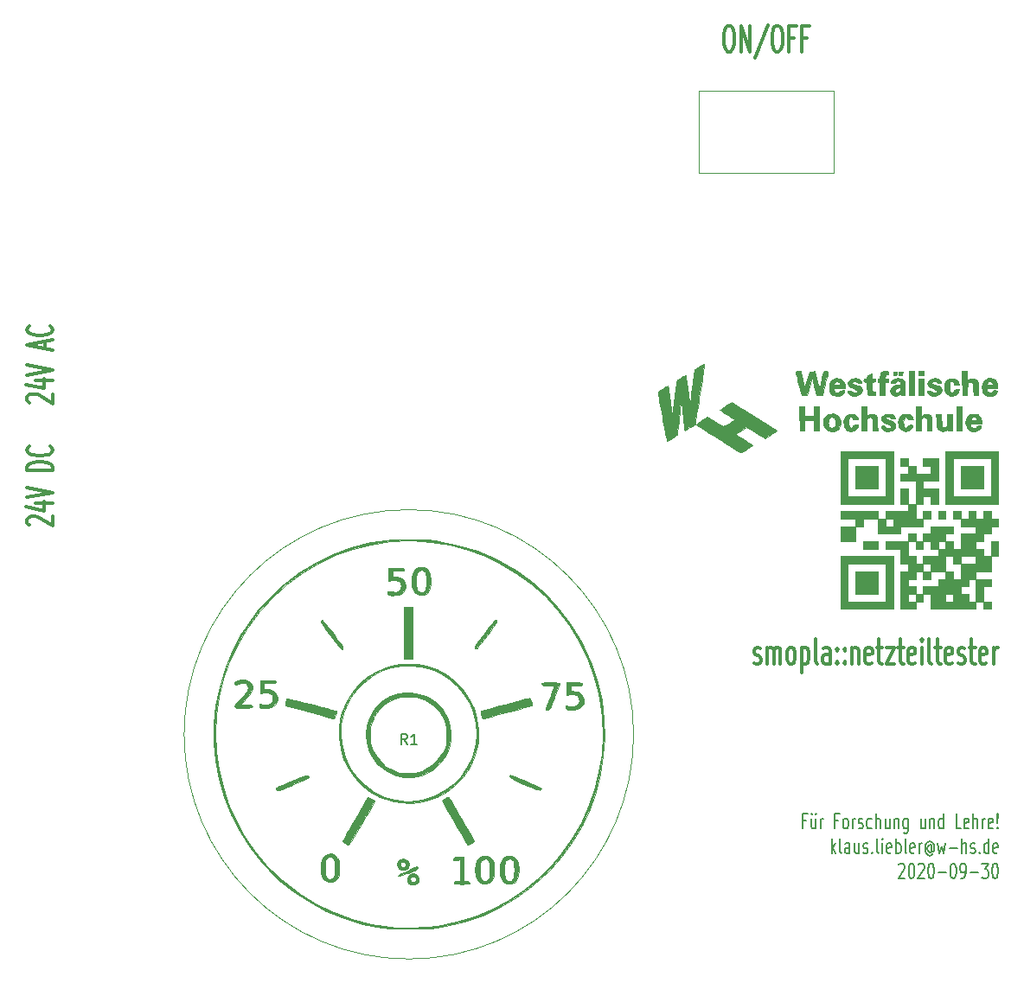
<source format=gbr>
%TF.GenerationSoftware,KiCad,Pcbnew,(5.1.6)-1*%
%TF.CreationDate,2020-10-02T15:43:25+02:00*%
%TF.ProjectId,netzteilegeregelt,6e65747a-7465-4696-9c65-676572656765,rev?*%
%TF.SameCoordinates,Original*%
%TF.FileFunction,Legend,Top*%
%TF.FilePolarity,Positive*%
%FSLAX46Y46*%
G04 Gerber Fmt 4.6, Leading zero omitted, Abs format (unit mm)*
G04 Created by KiCad (PCBNEW (5.1.6)-1) date 2020-10-02 15:43:25*
%MOMM*%
%LPD*%
G01*
G04 APERTURE LIST*
%ADD10C,0.200000*%
%ADD11C,0.300000*%
%ADD12C,0.010000*%
%ADD13C,0.120000*%
%ADD14C,0.150000*%
G04 APERTURE END LIST*
D10*
X126869999Y-132442857D02*
X126536666Y-132442857D01*
X126536666Y-133228571D02*
X126536666Y-131728571D01*
X127012857Y-131728571D01*
X127822380Y-132228571D02*
X127822380Y-133228571D01*
X127393809Y-132228571D02*
X127393809Y-133014285D01*
X127441428Y-133157142D01*
X127536666Y-133228571D01*
X127679523Y-133228571D01*
X127774761Y-133157142D01*
X127822380Y-133085714D01*
X127441428Y-131728571D02*
X127489047Y-131800000D01*
X127441428Y-131871428D01*
X127393809Y-131800000D01*
X127441428Y-131728571D01*
X127441428Y-131871428D01*
X127822380Y-131728571D02*
X127869999Y-131800000D01*
X127822380Y-131871428D01*
X127774761Y-131800000D01*
X127822380Y-131728571D01*
X127822380Y-131871428D01*
X128298571Y-133228571D02*
X128298571Y-132228571D01*
X128298571Y-132514285D02*
X128346190Y-132371428D01*
X128393809Y-132300000D01*
X128489047Y-132228571D01*
X128584285Y-132228571D01*
X130012857Y-132442857D02*
X129679523Y-132442857D01*
X129679523Y-133228571D02*
X129679523Y-131728571D01*
X130155714Y-131728571D01*
X130679523Y-133228571D02*
X130584285Y-133157142D01*
X130536666Y-133085714D01*
X130489047Y-132942857D01*
X130489047Y-132514285D01*
X130536666Y-132371428D01*
X130584285Y-132300000D01*
X130679523Y-132228571D01*
X130822380Y-132228571D01*
X130917619Y-132300000D01*
X130965238Y-132371428D01*
X131012857Y-132514285D01*
X131012857Y-132942857D01*
X130965238Y-133085714D01*
X130917619Y-133157142D01*
X130822380Y-133228571D01*
X130679523Y-133228571D01*
X131441428Y-133228571D02*
X131441428Y-132228571D01*
X131441428Y-132514285D02*
X131489047Y-132371428D01*
X131536666Y-132300000D01*
X131631904Y-132228571D01*
X131727142Y-132228571D01*
X132012857Y-133157142D02*
X132108095Y-133228571D01*
X132298571Y-133228571D01*
X132393809Y-133157142D01*
X132441428Y-133014285D01*
X132441428Y-132942857D01*
X132393809Y-132800000D01*
X132298571Y-132728571D01*
X132155714Y-132728571D01*
X132060476Y-132657142D01*
X132012857Y-132514285D01*
X132012857Y-132442857D01*
X132060476Y-132300000D01*
X132155714Y-132228571D01*
X132298571Y-132228571D01*
X132393809Y-132300000D01*
X133298571Y-133157142D02*
X133203333Y-133228571D01*
X133012857Y-133228571D01*
X132917619Y-133157142D01*
X132869999Y-133085714D01*
X132822380Y-132942857D01*
X132822380Y-132514285D01*
X132869999Y-132371428D01*
X132917619Y-132300000D01*
X133012857Y-132228571D01*
X133203333Y-132228571D01*
X133298571Y-132300000D01*
X133727142Y-133228571D02*
X133727142Y-131728571D01*
X134155714Y-133228571D02*
X134155714Y-132442857D01*
X134108095Y-132300000D01*
X134012857Y-132228571D01*
X133869999Y-132228571D01*
X133774761Y-132300000D01*
X133727142Y-132371428D01*
X135060476Y-132228571D02*
X135060476Y-133228571D01*
X134631904Y-132228571D02*
X134631904Y-133014285D01*
X134679523Y-133157142D01*
X134774761Y-133228571D01*
X134917619Y-133228571D01*
X135012857Y-133157142D01*
X135060476Y-133085714D01*
X135536666Y-132228571D02*
X135536666Y-133228571D01*
X135536666Y-132371428D02*
X135584285Y-132300000D01*
X135679523Y-132228571D01*
X135822380Y-132228571D01*
X135917619Y-132300000D01*
X135965238Y-132442857D01*
X135965238Y-133228571D01*
X136870000Y-132228571D02*
X136870000Y-133442857D01*
X136822380Y-133585714D01*
X136774761Y-133657142D01*
X136679523Y-133728571D01*
X136536666Y-133728571D01*
X136441428Y-133657142D01*
X136870000Y-133157142D02*
X136774761Y-133228571D01*
X136584285Y-133228571D01*
X136489047Y-133157142D01*
X136441428Y-133085714D01*
X136393809Y-132942857D01*
X136393809Y-132514285D01*
X136441428Y-132371428D01*
X136489047Y-132300000D01*
X136584285Y-132228571D01*
X136774761Y-132228571D01*
X136870000Y-132300000D01*
X138536666Y-132228571D02*
X138536666Y-133228571D01*
X138108095Y-132228571D02*
X138108095Y-133014285D01*
X138155714Y-133157142D01*
X138250952Y-133228571D01*
X138393809Y-133228571D01*
X138489047Y-133157142D01*
X138536666Y-133085714D01*
X139012857Y-132228571D02*
X139012857Y-133228571D01*
X139012857Y-132371428D02*
X139060476Y-132300000D01*
X139155714Y-132228571D01*
X139298571Y-132228571D01*
X139393809Y-132300000D01*
X139441428Y-132442857D01*
X139441428Y-133228571D01*
X140346190Y-133228571D02*
X140346190Y-131728571D01*
X140346190Y-133157142D02*
X140250952Y-133228571D01*
X140060476Y-133228571D01*
X139965238Y-133157142D01*
X139917619Y-133085714D01*
X139870000Y-132942857D01*
X139870000Y-132514285D01*
X139917619Y-132371428D01*
X139965238Y-132300000D01*
X140060476Y-132228571D01*
X140250952Y-132228571D01*
X140346190Y-132300000D01*
X142060476Y-133228571D02*
X141584285Y-133228571D01*
X141584285Y-131728571D01*
X142774761Y-133157142D02*
X142679523Y-133228571D01*
X142489047Y-133228571D01*
X142393809Y-133157142D01*
X142346190Y-133014285D01*
X142346190Y-132442857D01*
X142393809Y-132300000D01*
X142489047Y-132228571D01*
X142679523Y-132228571D01*
X142774761Y-132300000D01*
X142822380Y-132442857D01*
X142822380Y-132585714D01*
X142346190Y-132728571D01*
X143250952Y-133228571D02*
X143250952Y-131728571D01*
X143679523Y-133228571D02*
X143679523Y-132442857D01*
X143631904Y-132300000D01*
X143536666Y-132228571D01*
X143393809Y-132228571D01*
X143298571Y-132300000D01*
X143250952Y-132371428D01*
X144155714Y-133228571D02*
X144155714Y-132228571D01*
X144155714Y-132514285D02*
X144203333Y-132371428D01*
X144250952Y-132300000D01*
X144346190Y-132228571D01*
X144441428Y-132228571D01*
X145155714Y-133157142D02*
X145060476Y-133228571D01*
X144870000Y-133228571D01*
X144774761Y-133157142D01*
X144727142Y-133014285D01*
X144727142Y-132442857D01*
X144774761Y-132300000D01*
X144870000Y-132228571D01*
X145060476Y-132228571D01*
X145155714Y-132300000D01*
X145203333Y-132442857D01*
X145203333Y-132585714D01*
X144727142Y-132728571D01*
X145631904Y-133085714D02*
X145679523Y-133157142D01*
X145631904Y-133228571D01*
X145584285Y-133157142D01*
X145631904Y-133085714D01*
X145631904Y-133228571D01*
X145631904Y-132657142D02*
X145584285Y-131800000D01*
X145631904Y-131728571D01*
X145679523Y-131800000D01*
X145631904Y-132657142D01*
X145631904Y-131728571D01*
X129393809Y-135678571D02*
X129393809Y-134178571D01*
X129489047Y-135107142D02*
X129774761Y-135678571D01*
X129774761Y-134678571D02*
X129393809Y-135250000D01*
X130346190Y-135678571D02*
X130250952Y-135607142D01*
X130203333Y-135464285D01*
X130203333Y-134178571D01*
X131155714Y-135678571D02*
X131155714Y-134892857D01*
X131108095Y-134750000D01*
X131012857Y-134678571D01*
X130822380Y-134678571D01*
X130727142Y-134750000D01*
X131155714Y-135607142D02*
X131060476Y-135678571D01*
X130822380Y-135678571D01*
X130727142Y-135607142D01*
X130679523Y-135464285D01*
X130679523Y-135321428D01*
X130727142Y-135178571D01*
X130822380Y-135107142D01*
X131060476Y-135107142D01*
X131155714Y-135035714D01*
X132060476Y-134678571D02*
X132060476Y-135678571D01*
X131631904Y-134678571D02*
X131631904Y-135464285D01*
X131679523Y-135607142D01*
X131774761Y-135678571D01*
X131917619Y-135678571D01*
X132012857Y-135607142D01*
X132060476Y-135535714D01*
X132489047Y-135607142D02*
X132584285Y-135678571D01*
X132774761Y-135678571D01*
X132870000Y-135607142D01*
X132917619Y-135464285D01*
X132917619Y-135392857D01*
X132870000Y-135250000D01*
X132774761Y-135178571D01*
X132631904Y-135178571D01*
X132536666Y-135107142D01*
X132489047Y-134964285D01*
X132489047Y-134892857D01*
X132536666Y-134750000D01*
X132631904Y-134678571D01*
X132774761Y-134678571D01*
X132870000Y-134750000D01*
X133346190Y-135535714D02*
X133393809Y-135607142D01*
X133346190Y-135678571D01*
X133298571Y-135607142D01*
X133346190Y-135535714D01*
X133346190Y-135678571D01*
X133965238Y-135678571D02*
X133870000Y-135607142D01*
X133822380Y-135464285D01*
X133822380Y-134178571D01*
X134346190Y-135678571D02*
X134346190Y-134678571D01*
X134346190Y-134178571D02*
X134298571Y-134250000D01*
X134346190Y-134321428D01*
X134393809Y-134250000D01*
X134346190Y-134178571D01*
X134346190Y-134321428D01*
X135203333Y-135607142D02*
X135108095Y-135678571D01*
X134917619Y-135678571D01*
X134822380Y-135607142D01*
X134774761Y-135464285D01*
X134774761Y-134892857D01*
X134822380Y-134750000D01*
X134917619Y-134678571D01*
X135108095Y-134678571D01*
X135203333Y-134750000D01*
X135250952Y-134892857D01*
X135250952Y-135035714D01*
X134774761Y-135178571D01*
X135679523Y-135678571D02*
X135679523Y-134178571D01*
X135679523Y-134750000D02*
X135774761Y-134678571D01*
X135965238Y-134678571D01*
X136060476Y-134750000D01*
X136108095Y-134821428D01*
X136155714Y-134964285D01*
X136155714Y-135392857D01*
X136108095Y-135535714D01*
X136060476Y-135607142D01*
X135965238Y-135678571D01*
X135774761Y-135678571D01*
X135679523Y-135607142D01*
X136727142Y-135678571D02*
X136631904Y-135607142D01*
X136584285Y-135464285D01*
X136584285Y-134178571D01*
X137489047Y-135607142D02*
X137393809Y-135678571D01*
X137203333Y-135678571D01*
X137108095Y-135607142D01*
X137060476Y-135464285D01*
X137060476Y-134892857D01*
X137108095Y-134750000D01*
X137203333Y-134678571D01*
X137393809Y-134678571D01*
X137489047Y-134750000D01*
X137536666Y-134892857D01*
X137536666Y-135035714D01*
X137060476Y-135178571D01*
X137965238Y-135678571D02*
X137965238Y-134678571D01*
X137965238Y-134964285D02*
X138012857Y-134821428D01*
X138060476Y-134750000D01*
X138155714Y-134678571D01*
X138250952Y-134678571D01*
X139203333Y-134964285D02*
X139155714Y-134892857D01*
X139060476Y-134821428D01*
X138965238Y-134821428D01*
X138870000Y-134892857D01*
X138822380Y-134964285D01*
X138774761Y-135107142D01*
X138774761Y-135250000D01*
X138822380Y-135392857D01*
X138870000Y-135464285D01*
X138965238Y-135535714D01*
X139060476Y-135535714D01*
X139155714Y-135464285D01*
X139203333Y-135392857D01*
X139203333Y-134821428D02*
X139203333Y-135392857D01*
X139250952Y-135464285D01*
X139298571Y-135464285D01*
X139393809Y-135392857D01*
X139441428Y-135250000D01*
X139441428Y-134892857D01*
X139346190Y-134678571D01*
X139203333Y-134535714D01*
X139012857Y-134464285D01*
X138822380Y-134535714D01*
X138679523Y-134678571D01*
X138584285Y-134892857D01*
X138536666Y-135178571D01*
X138584285Y-135464285D01*
X138679523Y-135678571D01*
X138822380Y-135821428D01*
X139012857Y-135892857D01*
X139203333Y-135821428D01*
X139346190Y-135678571D01*
X139774761Y-134678571D02*
X139965238Y-135678571D01*
X140155714Y-134964285D01*
X140346190Y-135678571D01*
X140536666Y-134678571D01*
X140917619Y-135107142D02*
X141679523Y-135107142D01*
X142155714Y-135678571D02*
X142155714Y-134178571D01*
X142584285Y-135678571D02*
X142584285Y-134892857D01*
X142536666Y-134750000D01*
X142441428Y-134678571D01*
X142298571Y-134678571D01*
X142203333Y-134750000D01*
X142155714Y-134821428D01*
X143012857Y-135607142D02*
X143108095Y-135678571D01*
X143298571Y-135678571D01*
X143393809Y-135607142D01*
X143441428Y-135464285D01*
X143441428Y-135392857D01*
X143393809Y-135250000D01*
X143298571Y-135178571D01*
X143155714Y-135178571D01*
X143060476Y-135107142D01*
X143012857Y-134964285D01*
X143012857Y-134892857D01*
X143060476Y-134750000D01*
X143155714Y-134678571D01*
X143298571Y-134678571D01*
X143393809Y-134750000D01*
X143870000Y-135535714D02*
X143917619Y-135607142D01*
X143870000Y-135678571D01*
X143822380Y-135607142D01*
X143870000Y-135535714D01*
X143870000Y-135678571D01*
X144774761Y-135678571D02*
X144774761Y-134178571D01*
X144774761Y-135607142D02*
X144679523Y-135678571D01*
X144489047Y-135678571D01*
X144393809Y-135607142D01*
X144346190Y-135535714D01*
X144298571Y-135392857D01*
X144298571Y-134964285D01*
X144346190Y-134821428D01*
X144393809Y-134750000D01*
X144489047Y-134678571D01*
X144679523Y-134678571D01*
X144774761Y-134750000D01*
X145631904Y-135607142D02*
X145536666Y-135678571D01*
X145346190Y-135678571D01*
X145250952Y-135607142D01*
X145203333Y-135464285D01*
X145203333Y-134892857D01*
X145250952Y-134750000D01*
X145346190Y-134678571D01*
X145536666Y-134678571D01*
X145631904Y-134750000D01*
X145679523Y-134892857D01*
X145679523Y-135035714D01*
X145203333Y-135178571D01*
X135965238Y-136771428D02*
X136012857Y-136700000D01*
X136108095Y-136628571D01*
X136346190Y-136628571D01*
X136441428Y-136700000D01*
X136489047Y-136771428D01*
X136536666Y-136914285D01*
X136536666Y-137057142D01*
X136489047Y-137271428D01*
X135917619Y-138128571D01*
X136536666Y-138128571D01*
X137155714Y-136628571D02*
X137250952Y-136628571D01*
X137346190Y-136700000D01*
X137393809Y-136771428D01*
X137441428Y-136914285D01*
X137489047Y-137200000D01*
X137489047Y-137557142D01*
X137441428Y-137842857D01*
X137393809Y-137985714D01*
X137346190Y-138057142D01*
X137250952Y-138128571D01*
X137155714Y-138128571D01*
X137060476Y-138057142D01*
X137012857Y-137985714D01*
X136965238Y-137842857D01*
X136917619Y-137557142D01*
X136917619Y-137200000D01*
X136965238Y-136914285D01*
X137012857Y-136771428D01*
X137060476Y-136700000D01*
X137155714Y-136628571D01*
X137870000Y-136771428D02*
X137917619Y-136700000D01*
X138012857Y-136628571D01*
X138250952Y-136628571D01*
X138346190Y-136700000D01*
X138393809Y-136771428D01*
X138441428Y-136914285D01*
X138441428Y-137057142D01*
X138393809Y-137271428D01*
X137822380Y-138128571D01*
X138441428Y-138128571D01*
X139060476Y-136628571D02*
X139155714Y-136628571D01*
X139250952Y-136700000D01*
X139298571Y-136771428D01*
X139346190Y-136914285D01*
X139393809Y-137200000D01*
X139393809Y-137557142D01*
X139346190Y-137842857D01*
X139298571Y-137985714D01*
X139250952Y-138057142D01*
X139155714Y-138128571D01*
X139060476Y-138128571D01*
X138965238Y-138057142D01*
X138917619Y-137985714D01*
X138870000Y-137842857D01*
X138822380Y-137557142D01*
X138822380Y-137200000D01*
X138870000Y-136914285D01*
X138917619Y-136771428D01*
X138965238Y-136700000D01*
X139060476Y-136628571D01*
X139822380Y-137557142D02*
X140584285Y-137557142D01*
X141250952Y-136628571D02*
X141346190Y-136628571D01*
X141441428Y-136700000D01*
X141489047Y-136771428D01*
X141536666Y-136914285D01*
X141584285Y-137200000D01*
X141584285Y-137557142D01*
X141536666Y-137842857D01*
X141489047Y-137985714D01*
X141441428Y-138057142D01*
X141346190Y-138128571D01*
X141250952Y-138128571D01*
X141155714Y-138057142D01*
X141108095Y-137985714D01*
X141060476Y-137842857D01*
X141012857Y-137557142D01*
X141012857Y-137200000D01*
X141060476Y-136914285D01*
X141108095Y-136771428D01*
X141155714Y-136700000D01*
X141250952Y-136628571D01*
X142060476Y-138128571D02*
X142250952Y-138128571D01*
X142346190Y-138057142D01*
X142393809Y-137985714D01*
X142489047Y-137771428D01*
X142536666Y-137485714D01*
X142536666Y-136914285D01*
X142489047Y-136771428D01*
X142441428Y-136700000D01*
X142346190Y-136628571D01*
X142155714Y-136628571D01*
X142060476Y-136700000D01*
X142012857Y-136771428D01*
X141965238Y-136914285D01*
X141965238Y-137271428D01*
X142012857Y-137414285D01*
X142060476Y-137485714D01*
X142155714Y-137557142D01*
X142346190Y-137557142D01*
X142441428Y-137485714D01*
X142489047Y-137414285D01*
X142536666Y-137271428D01*
X142965238Y-137557142D02*
X143727142Y-137557142D01*
X144108095Y-136628571D02*
X144727142Y-136628571D01*
X144393809Y-137200000D01*
X144536666Y-137200000D01*
X144631904Y-137271428D01*
X144679523Y-137342857D01*
X144727142Y-137485714D01*
X144727142Y-137842857D01*
X144679523Y-137985714D01*
X144631904Y-138057142D01*
X144536666Y-138128571D01*
X144250952Y-138128571D01*
X144155714Y-138057142D01*
X144108095Y-137985714D01*
X145346190Y-136628571D02*
X145441428Y-136628571D01*
X145536666Y-136700000D01*
X145584285Y-136771428D01*
X145631904Y-136914285D01*
X145679523Y-137200000D01*
X145679523Y-137557142D01*
X145631904Y-137842857D01*
X145584285Y-137985714D01*
X145536666Y-138057142D01*
X145441428Y-138128571D01*
X145346190Y-138128571D01*
X145250952Y-138057142D01*
X145203333Y-137985714D01*
X145155714Y-137842857D01*
X145108095Y-137557142D01*
X145108095Y-137200000D01*
X145155714Y-136914285D01*
X145203333Y-136771428D01*
X145250952Y-136700000D01*
X145346190Y-136628571D01*
D11*
X121804999Y-117011904D02*
X121947857Y-117130952D01*
X122233571Y-117130952D01*
X122376428Y-117011904D01*
X122447857Y-116773809D01*
X122447857Y-116654761D01*
X122376428Y-116416666D01*
X122233571Y-116297619D01*
X122019285Y-116297619D01*
X121876428Y-116178571D01*
X121804999Y-115940476D01*
X121804999Y-115821428D01*
X121876428Y-115583333D01*
X122019285Y-115464285D01*
X122233571Y-115464285D01*
X122376428Y-115583333D01*
X123090714Y-117130952D02*
X123090714Y-115464285D01*
X123090714Y-115702380D02*
X123162142Y-115583333D01*
X123304999Y-115464285D01*
X123519285Y-115464285D01*
X123662142Y-115583333D01*
X123733571Y-115821428D01*
X123733571Y-117130952D01*
X123733571Y-115821428D02*
X123804999Y-115583333D01*
X123947857Y-115464285D01*
X124162142Y-115464285D01*
X124304999Y-115583333D01*
X124376428Y-115821428D01*
X124376428Y-117130952D01*
X125304999Y-117130952D02*
X125162142Y-117011904D01*
X125090714Y-116892857D01*
X125019285Y-116654761D01*
X125019285Y-115940476D01*
X125090714Y-115702380D01*
X125162142Y-115583333D01*
X125304999Y-115464285D01*
X125519285Y-115464285D01*
X125662142Y-115583333D01*
X125733571Y-115702380D01*
X125804999Y-115940476D01*
X125804999Y-116654761D01*
X125733571Y-116892857D01*
X125662142Y-117011904D01*
X125519285Y-117130952D01*
X125304999Y-117130952D01*
X126447857Y-115464285D02*
X126447857Y-117964285D01*
X126447857Y-115583333D02*
X126590714Y-115464285D01*
X126876428Y-115464285D01*
X127019285Y-115583333D01*
X127090714Y-115702380D01*
X127162142Y-115940476D01*
X127162142Y-116654761D01*
X127090714Y-116892857D01*
X127019285Y-117011904D01*
X126876428Y-117130952D01*
X126590714Y-117130952D01*
X126447857Y-117011904D01*
X128019285Y-117130952D02*
X127876428Y-117011904D01*
X127804999Y-116773809D01*
X127804999Y-114630952D01*
X129233571Y-117130952D02*
X129233571Y-115821428D01*
X129162142Y-115583333D01*
X129019285Y-115464285D01*
X128733571Y-115464285D01*
X128590714Y-115583333D01*
X129233571Y-117011904D02*
X129090714Y-117130952D01*
X128733571Y-117130952D01*
X128590714Y-117011904D01*
X128519285Y-116773809D01*
X128519285Y-116535714D01*
X128590714Y-116297619D01*
X128733571Y-116178571D01*
X129090714Y-116178571D01*
X129233571Y-116059523D01*
X129947857Y-116892857D02*
X130019285Y-117011904D01*
X129947857Y-117130952D01*
X129876428Y-117011904D01*
X129947857Y-116892857D01*
X129947857Y-117130952D01*
X129947857Y-115583333D02*
X130019285Y-115702380D01*
X129947857Y-115821428D01*
X129876428Y-115702380D01*
X129947857Y-115583333D01*
X129947857Y-115821428D01*
X130662142Y-116892857D02*
X130733571Y-117011904D01*
X130662142Y-117130952D01*
X130590714Y-117011904D01*
X130662142Y-116892857D01*
X130662142Y-117130952D01*
X130662142Y-115583333D02*
X130733571Y-115702380D01*
X130662142Y-115821428D01*
X130590714Y-115702380D01*
X130662142Y-115583333D01*
X130662142Y-115821428D01*
X131376428Y-115464285D02*
X131376428Y-117130952D01*
X131376428Y-115702380D02*
X131447857Y-115583333D01*
X131590714Y-115464285D01*
X131804999Y-115464285D01*
X131947857Y-115583333D01*
X132019285Y-115821428D01*
X132019285Y-117130952D01*
X133304999Y-117011904D02*
X133162142Y-117130952D01*
X132876428Y-117130952D01*
X132733571Y-117011904D01*
X132662142Y-116773809D01*
X132662142Y-115821428D01*
X132733571Y-115583333D01*
X132876428Y-115464285D01*
X133162142Y-115464285D01*
X133304999Y-115583333D01*
X133376428Y-115821428D01*
X133376428Y-116059523D01*
X132662142Y-116297619D01*
X133804999Y-115464285D02*
X134376428Y-115464285D01*
X134019285Y-114630952D02*
X134019285Y-116773809D01*
X134090714Y-117011904D01*
X134233571Y-117130952D01*
X134376428Y-117130952D01*
X134733571Y-115464285D02*
X135519285Y-115464285D01*
X134733571Y-117130952D01*
X135519285Y-117130952D01*
X135876428Y-115464285D02*
X136447857Y-115464285D01*
X136090714Y-114630952D02*
X136090714Y-116773809D01*
X136162142Y-117011904D01*
X136305000Y-117130952D01*
X136447857Y-117130952D01*
X137519285Y-117011904D02*
X137376428Y-117130952D01*
X137090714Y-117130952D01*
X136947857Y-117011904D01*
X136876428Y-116773809D01*
X136876428Y-115821428D01*
X136947857Y-115583333D01*
X137090714Y-115464285D01*
X137376428Y-115464285D01*
X137519285Y-115583333D01*
X137590714Y-115821428D01*
X137590714Y-116059523D01*
X136876428Y-116297619D01*
X138233571Y-117130952D02*
X138233571Y-115464285D01*
X138233571Y-114630952D02*
X138162142Y-114750000D01*
X138233571Y-114869047D01*
X138305000Y-114750000D01*
X138233571Y-114630952D01*
X138233571Y-114869047D01*
X139162142Y-117130952D02*
X139019285Y-117011904D01*
X138947857Y-116773809D01*
X138947857Y-114630952D01*
X139519285Y-115464285D02*
X140090714Y-115464285D01*
X139733571Y-114630952D02*
X139733571Y-116773809D01*
X139805000Y-117011904D01*
X139947857Y-117130952D01*
X140090714Y-117130952D01*
X141162142Y-117011904D02*
X141019285Y-117130952D01*
X140733571Y-117130952D01*
X140590714Y-117011904D01*
X140519285Y-116773809D01*
X140519285Y-115821428D01*
X140590714Y-115583333D01*
X140733571Y-115464285D01*
X141019285Y-115464285D01*
X141162142Y-115583333D01*
X141233571Y-115821428D01*
X141233571Y-116059523D01*
X140519285Y-116297619D01*
X141805000Y-117011904D02*
X141947857Y-117130952D01*
X142233571Y-117130952D01*
X142376428Y-117011904D01*
X142447857Y-116773809D01*
X142447857Y-116654761D01*
X142376428Y-116416666D01*
X142233571Y-116297619D01*
X142019285Y-116297619D01*
X141876428Y-116178571D01*
X141805000Y-115940476D01*
X141805000Y-115821428D01*
X141876428Y-115583333D01*
X142019285Y-115464285D01*
X142233571Y-115464285D01*
X142376428Y-115583333D01*
X142876428Y-115464285D02*
X143447857Y-115464285D01*
X143090714Y-114630952D02*
X143090714Y-116773809D01*
X143162142Y-117011904D01*
X143305000Y-117130952D01*
X143447857Y-117130952D01*
X144519285Y-117011904D02*
X144376428Y-117130952D01*
X144090714Y-117130952D01*
X143947857Y-117011904D01*
X143876428Y-116773809D01*
X143876428Y-115821428D01*
X143947857Y-115583333D01*
X144090714Y-115464285D01*
X144376428Y-115464285D01*
X144519285Y-115583333D01*
X144590714Y-115821428D01*
X144590714Y-116059523D01*
X143876428Y-116297619D01*
X145233571Y-117130952D02*
X145233571Y-115464285D01*
X145233571Y-115940476D02*
X145305000Y-115702380D01*
X145376428Y-115583333D01*
X145519285Y-115464285D01*
X145662142Y-115464285D01*
X50869047Y-91519285D02*
X50750000Y-91447857D01*
X50630952Y-91305000D01*
X50630952Y-90947857D01*
X50750000Y-90805000D01*
X50869047Y-90733571D01*
X51107142Y-90662142D01*
X51345238Y-90662142D01*
X51702380Y-90733571D01*
X53130952Y-91590714D01*
X53130952Y-90662142D01*
X51464285Y-89376428D02*
X53130952Y-89376428D01*
X50511904Y-89733571D02*
X52297619Y-90090714D01*
X52297619Y-89162142D01*
X50630952Y-88805000D02*
X53130952Y-88305000D01*
X50630952Y-87805000D01*
X52416666Y-86233571D02*
X52416666Y-85519285D01*
X53130952Y-86376428D02*
X50630952Y-85876428D01*
X53130952Y-85376428D01*
X52892857Y-84019285D02*
X53011904Y-84090714D01*
X53130952Y-84305000D01*
X53130952Y-84447857D01*
X53011904Y-84662142D01*
X52773809Y-84805000D01*
X52535714Y-84876428D01*
X52059523Y-84947857D01*
X51702380Y-84947857D01*
X51226190Y-84876428D01*
X50988095Y-84805000D01*
X50750000Y-84662142D01*
X50630952Y-84447857D01*
X50630952Y-84305000D01*
X50750000Y-84090714D01*
X50869047Y-84019285D01*
X50869047Y-103519285D02*
X50750000Y-103447857D01*
X50630952Y-103305000D01*
X50630952Y-102947857D01*
X50750000Y-102805000D01*
X50869047Y-102733571D01*
X51107142Y-102662142D01*
X51345238Y-102662142D01*
X51702380Y-102733571D01*
X53130952Y-103590714D01*
X53130952Y-102662142D01*
X51464285Y-101376428D02*
X53130952Y-101376428D01*
X50511904Y-101733571D02*
X52297619Y-102090714D01*
X52297619Y-101162142D01*
X50630952Y-100805000D02*
X53130952Y-100305000D01*
X50630952Y-99805000D01*
X53130952Y-98162142D02*
X50630952Y-98162142D01*
X50630952Y-97805000D01*
X50750000Y-97590714D01*
X50988095Y-97447857D01*
X51226190Y-97376428D01*
X51702380Y-97305000D01*
X52059523Y-97305000D01*
X52535714Y-97376428D01*
X52773809Y-97447857D01*
X53011904Y-97590714D01*
X53130952Y-97805000D01*
X53130952Y-98162142D01*
X52892857Y-95805000D02*
X53011904Y-95876428D01*
X53130952Y-96090714D01*
X53130952Y-96233571D01*
X53011904Y-96447857D01*
X52773809Y-96590714D01*
X52535714Y-96662142D01*
X52059523Y-96733571D01*
X51702380Y-96733571D01*
X51226190Y-96662142D01*
X50988095Y-96590714D01*
X50750000Y-96447857D01*
X50630952Y-96233571D01*
X50630952Y-96090714D01*
X50750000Y-95876428D01*
X50869047Y-95805000D01*
D12*
%TO.C,ARTWORK3*%
G36*
X119654507Y-91513780D02*
G01*
X119756504Y-91575985D01*
X119915138Y-91673912D01*
X120122910Y-91802861D01*
X120372318Y-91958129D01*
X120655862Y-92135015D01*
X120966043Y-92328817D01*
X121295358Y-92534832D01*
X121636308Y-92748359D01*
X121981393Y-92964697D01*
X122323113Y-93179143D01*
X122653966Y-93386995D01*
X122966452Y-93583552D01*
X123253071Y-93764111D01*
X123506323Y-93923972D01*
X123718708Y-94058431D01*
X123882724Y-94162788D01*
X123990871Y-94232340D01*
X124034284Y-94261328D01*
X124002773Y-94283980D01*
X123910160Y-94342799D01*
X123768062Y-94430594D01*
X123588098Y-94540170D01*
X123427478Y-94636996D01*
X122812221Y-95006368D01*
X122699361Y-94927051D01*
X122630033Y-94880992D01*
X122501571Y-94798146D01*
X122326644Y-94686586D01*
X122117924Y-94554385D01*
X121888081Y-94409617D01*
X121831117Y-94373857D01*
X121075733Y-93899982D01*
X120528560Y-94225338D01*
X120336415Y-94340677D01*
X120171491Y-94441737D01*
X120046929Y-94520304D01*
X119975870Y-94568163D01*
X119964604Y-94577850D01*
X119994097Y-94606946D01*
X120085937Y-94673969D01*
X120230415Y-94772392D01*
X120417822Y-94895685D01*
X120638449Y-95037319D01*
X120790759Y-95133420D01*
X121028424Y-95283463D01*
X121240157Y-95419161D01*
X121416003Y-95533968D01*
X121546010Y-95621336D01*
X121620222Y-95674720D01*
X121633849Y-95687909D01*
X121599745Y-95716825D01*
X121507250Y-95779149D01*
X121371253Y-95865872D01*
X121206640Y-95967988D01*
X121028298Y-96076491D01*
X120851114Y-96182373D01*
X120689976Y-96276629D01*
X120559769Y-96350251D01*
X120475383Y-96394232D01*
X120452438Y-96402667D01*
X120411881Y-96380682D01*
X120306071Y-96317336D01*
X120141298Y-96216537D01*
X119923855Y-96082198D01*
X119660033Y-95918228D01*
X119356125Y-95728538D01*
X119018421Y-95517039D01*
X118653215Y-95287641D01*
X118266797Y-95044254D01*
X118265056Y-95043156D01*
X117878163Y-94798974D01*
X117512388Y-94567797D01*
X117174049Y-94353638D01*
X116869467Y-94160514D01*
X116604961Y-93992439D01*
X116386848Y-93853429D01*
X116221449Y-93747499D01*
X116115083Y-93678665D01*
X116074091Y-93650964D01*
X116098580Y-93622087D01*
X116181545Y-93559131D01*
X116308654Y-93471229D01*
X116465574Y-93367511D01*
X116637973Y-93257111D01*
X116811516Y-93149161D01*
X116971870Y-93052791D01*
X117104704Y-92977134D01*
X117195684Y-92931321D01*
X117215119Y-92923987D01*
X117262987Y-92941447D01*
X117371069Y-92998087D01*
X117528226Y-93087514D01*
X117723317Y-93203331D01*
X117945204Y-93339142D01*
X118026870Y-93390051D01*
X118793078Y-93869936D01*
X119345706Y-93538480D01*
X119537129Y-93422008D01*
X119699795Y-93319867D01*
X119821158Y-93240189D01*
X119888672Y-93191103D01*
X119898333Y-93180342D01*
X119864211Y-93150666D01*
X119768996Y-93083339D01*
X119623420Y-92985546D01*
X119438211Y-92864469D01*
X119224101Y-92727291D01*
X119177361Y-92697674D01*
X118957424Y-92557782D01*
X118762864Y-92432521D01*
X118604725Y-92329128D01*
X118494053Y-92254837D01*
X118441893Y-92216883D01*
X118439475Y-92214323D01*
X118468559Y-92186308D01*
X118556254Y-92124663D01*
X118687989Y-92038330D01*
X118849189Y-91936251D01*
X119025282Y-91827369D01*
X119201694Y-91720626D01*
X119363852Y-91624964D01*
X119497184Y-91549325D01*
X119587115Y-91502651D01*
X119616647Y-91492000D01*
X119654507Y-91513780D01*
G37*
X119654507Y-91513780D02*
X119756504Y-91575985D01*
X119915138Y-91673912D01*
X120122910Y-91802861D01*
X120372318Y-91958129D01*
X120655862Y-92135015D01*
X120966043Y-92328817D01*
X121295358Y-92534832D01*
X121636308Y-92748359D01*
X121981393Y-92964697D01*
X122323113Y-93179143D01*
X122653966Y-93386995D01*
X122966452Y-93583552D01*
X123253071Y-93764111D01*
X123506323Y-93923972D01*
X123718708Y-94058431D01*
X123882724Y-94162788D01*
X123990871Y-94232340D01*
X124034284Y-94261328D01*
X124002773Y-94283980D01*
X123910160Y-94342799D01*
X123768062Y-94430594D01*
X123588098Y-94540170D01*
X123427478Y-94636996D01*
X122812221Y-95006368D01*
X122699361Y-94927051D01*
X122630033Y-94880992D01*
X122501571Y-94798146D01*
X122326644Y-94686586D01*
X122117924Y-94554385D01*
X121888081Y-94409617D01*
X121831117Y-94373857D01*
X121075733Y-93899982D01*
X120528560Y-94225338D01*
X120336415Y-94340677D01*
X120171491Y-94441737D01*
X120046929Y-94520304D01*
X119975870Y-94568163D01*
X119964604Y-94577850D01*
X119994097Y-94606946D01*
X120085937Y-94673969D01*
X120230415Y-94772392D01*
X120417822Y-94895685D01*
X120638449Y-95037319D01*
X120790759Y-95133420D01*
X121028424Y-95283463D01*
X121240157Y-95419161D01*
X121416003Y-95533968D01*
X121546010Y-95621336D01*
X121620222Y-95674720D01*
X121633849Y-95687909D01*
X121599745Y-95716825D01*
X121507250Y-95779149D01*
X121371253Y-95865872D01*
X121206640Y-95967988D01*
X121028298Y-96076491D01*
X120851114Y-96182373D01*
X120689976Y-96276629D01*
X120559769Y-96350251D01*
X120475383Y-96394232D01*
X120452438Y-96402667D01*
X120411881Y-96380682D01*
X120306071Y-96317336D01*
X120141298Y-96216537D01*
X119923855Y-96082198D01*
X119660033Y-95918228D01*
X119356125Y-95728538D01*
X119018421Y-95517039D01*
X118653215Y-95287641D01*
X118266797Y-95044254D01*
X118265056Y-95043156D01*
X117878163Y-94798974D01*
X117512388Y-94567797D01*
X117174049Y-94353638D01*
X116869467Y-94160514D01*
X116604961Y-93992439D01*
X116386848Y-93853429D01*
X116221449Y-93747499D01*
X116115083Y-93678665D01*
X116074091Y-93650964D01*
X116098580Y-93622087D01*
X116181545Y-93559131D01*
X116308654Y-93471229D01*
X116465574Y-93367511D01*
X116637973Y-93257111D01*
X116811516Y-93149161D01*
X116971870Y-93052791D01*
X117104704Y-92977134D01*
X117195684Y-92931321D01*
X117215119Y-92923987D01*
X117262987Y-92941447D01*
X117371069Y-92998087D01*
X117528226Y-93087514D01*
X117723317Y-93203331D01*
X117945204Y-93339142D01*
X118026870Y-93390051D01*
X118793078Y-93869936D01*
X119345706Y-93538480D01*
X119537129Y-93422008D01*
X119699795Y-93319867D01*
X119821158Y-93240189D01*
X119888672Y-93191103D01*
X119898333Y-93180342D01*
X119864211Y-93150666D01*
X119768996Y-93083339D01*
X119623420Y-92985546D01*
X119438211Y-92864469D01*
X119224101Y-92727291D01*
X119177361Y-92697674D01*
X118957424Y-92557782D01*
X118762864Y-92432521D01*
X118604725Y-92329128D01*
X118494053Y-92254837D01*
X118441893Y-92216883D01*
X118439475Y-92214323D01*
X118468559Y-92186308D01*
X118556254Y-92124663D01*
X118687989Y-92038330D01*
X118849189Y-91936251D01*
X119025282Y-91827369D01*
X119201694Y-91720626D01*
X119363852Y-91624964D01*
X119497184Y-91549325D01*
X119587115Y-91502651D01*
X119616647Y-91492000D01*
X119654507Y-91513780D01*
G36*
X116935000Y-87701040D02*
G01*
X116928545Y-87750887D01*
X116910043Y-87875366D01*
X116880787Y-88066359D01*
X116842073Y-88315747D01*
X116795193Y-88615410D01*
X116741441Y-88957230D01*
X116682112Y-89333088D01*
X116618500Y-89734865D01*
X116551898Y-90154441D01*
X116483600Y-90583698D01*
X116414900Y-91014518D01*
X116347093Y-91438780D01*
X116281472Y-91848367D01*
X116219331Y-92235158D01*
X116161964Y-92591036D01*
X116110664Y-92907881D01*
X116066727Y-93177574D01*
X116031446Y-93391997D01*
X116006114Y-93543030D01*
X115992026Y-93622555D01*
X115989613Y-93632961D01*
X115952974Y-93654927D01*
X115857436Y-93712914D01*
X115716354Y-93798799D01*
X115543078Y-93904461D01*
X115490001Y-93936855D01*
X114997503Y-94237507D01*
X114973963Y-94081837D01*
X114963904Y-94002063D01*
X114946530Y-93849615D01*
X114923089Y-93636052D01*
X114894828Y-93372934D01*
X114862994Y-93071819D01*
X114828835Y-92744265D01*
X114811669Y-92578020D01*
X114777056Y-92252843D01*
X114743787Y-91961170D01*
X114713072Y-91712075D01*
X114686119Y-91514629D01*
X114664138Y-91377904D01*
X114648338Y-91310973D01*
X114642356Y-91308020D01*
X114631216Y-91366348D01*
X114612491Y-91499311D01*
X114587328Y-91697331D01*
X114556870Y-91950826D01*
X114522264Y-92250217D01*
X114484654Y-92585924D01*
X114445185Y-92948366D01*
X114435681Y-93037167D01*
X114396737Y-93400853D01*
X114360460Y-93736961D01*
X114327847Y-94036467D01*
X114299891Y-94290347D01*
X114277589Y-94489580D01*
X114261936Y-94625141D01*
X114253928Y-94688008D01*
X114253198Y-94691352D01*
X114216841Y-94713293D01*
X114121524Y-94771269D01*
X113980542Y-94857183D01*
X113807192Y-94962937D01*
X113752068Y-94996585D01*
X113257303Y-95298632D01*
X113212735Y-95078066D01*
X113171373Y-94868792D01*
X113121089Y-94606901D01*
X113063492Y-94301364D01*
X113000191Y-93961153D01*
X112932793Y-93595242D01*
X112862906Y-93212602D01*
X112792138Y-92822205D01*
X112722097Y-92433025D01*
X112654392Y-92054032D01*
X112590629Y-91694200D01*
X112532419Y-91362501D01*
X112481367Y-91067907D01*
X112439083Y-90819391D01*
X112407174Y-90625924D01*
X112387249Y-90496478D01*
X112380915Y-90440028D01*
X112381214Y-90438445D01*
X112424714Y-90402312D01*
X112522376Y-90336058D01*
X112657951Y-90249488D01*
X112815190Y-90152405D01*
X112977846Y-90054614D01*
X113129670Y-89965918D01*
X113254414Y-89896122D01*
X113335829Y-89855029D01*
X113358523Y-89848746D01*
X113367586Y-89893267D01*
X113385735Y-90012314D01*
X113411682Y-90196382D01*
X113444138Y-90435969D01*
X113481816Y-90721571D01*
X113523428Y-91043685D01*
X113566472Y-91383139D01*
X113610555Y-91731442D01*
X113651762Y-92052304D01*
X113688831Y-92336257D01*
X113720500Y-92573830D01*
X113745508Y-92755554D01*
X113762592Y-92871961D01*
X113770416Y-92913528D01*
X113777846Y-92875776D01*
X113793653Y-92762443D01*
X113816791Y-92582085D01*
X113846215Y-92343261D01*
X113880879Y-92054529D01*
X113919739Y-91724448D01*
X113961747Y-91361576D01*
X113987026Y-91140489D01*
X114037268Y-90701708D01*
X114079606Y-90339463D01*
X114115229Y-90046115D01*
X114145323Y-89814023D01*
X114171077Y-89635548D01*
X114193676Y-89503049D01*
X114214309Y-89408885D01*
X114234164Y-89345417D01*
X114254427Y-89305004D01*
X114276157Y-89280118D01*
X114358688Y-89218193D01*
X114481948Y-89136495D01*
X114628302Y-89045405D01*
X114780118Y-88955306D01*
X114919762Y-88876580D01*
X115029601Y-88819609D01*
X115092000Y-88794776D01*
X115099267Y-88795490D01*
X115109230Y-88841137D01*
X115127799Y-88961142D01*
X115153678Y-89145780D01*
X115185566Y-89385323D01*
X115222165Y-89670045D01*
X115262176Y-89990220D01*
X115297724Y-90281538D01*
X115339567Y-90622978D01*
X115379156Y-90936195D01*
X115415191Y-91211652D01*
X115446374Y-91439808D01*
X115471405Y-91611125D01*
X115488986Y-91716065D01*
X115497140Y-91745953D01*
X115506843Y-91705377D01*
X115525140Y-91589487D01*
X115550870Y-91407074D01*
X115582873Y-91166927D01*
X115619989Y-90877836D01*
X115661057Y-90548589D01*
X115704916Y-90187977D01*
X115724885Y-90020917D01*
X115770343Y-89646835D01*
X115814592Y-89298243D01*
X115856332Y-88984279D01*
X115894262Y-88714080D01*
X115927084Y-88496785D01*
X115953497Y-88341532D01*
X115972202Y-88257460D01*
X115977411Y-88245610D01*
X116030343Y-88205160D01*
X116140181Y-88131409D01*
X116291225Y-88034604D01*
X116467775Y-87924996D01*
X116479917Y-87917576D01*
X116689177Y-87794388D01*
X116835716Y-87718417D01*
X116917450Y-87690653D01*
X116935000Y-87701040D01*
G37*
X116935000Y-87701040D02*
X116928545Y-87750887D01*
X116910043Y-87875366D01*
X116880787Y-88066359D01*
X116842073Y-88315747D01*
X116795193Y-88615410D01*
X116741441Y-88957230D01*
X116682112Y-89333088D01*
X116618500Y-89734865D01*
X116551898Y-90154441D01*
X116483600Y-90583698D01*
X116414900Y-91014518D01*
X116347093Y-91438780D01*
X116281472Y-91848367D01*
X116219331Y-92235158D01*
X116161964Y-92591036D01*
X116110664Y-92907881D01*
X116066727Y-93177574D01*
X116031446Y-93391997D01*
X116006114Y-93543030D01*
X115992026Y-93622555D01*
X115989613Y-93632961D01*
X115952974Y-93654927D01*
X115857436Y-93712914D01*
X115716354Y-93798799D01*
X115543078Y-93904461D01*
X115490001Y-93936855D01*
X114997503Y-94237507D01*
X114973963Y-94081837D01*
X114963904Y-94002063D01*
X114946530Y-93849615D01*
X114923089Y-93636052D01*
X114894828Y-93372934D01*
X114862994Y-93071819D01*
X114828835Y-92744265D01*
X114811669Y-92578020D01*
X114777056Y-92252843D01*
X114743787Y-91961170D01*
X114713072Y-91712075D01*
X114686119Y-91514629D01*
X114664138Y-91377904D01*
X114648338Y-91310973D01*
X114642356Y-91308020D01*
X114631216Y-91366348D01*
X114612491Y-91499311D01*
X114587328Y-91697331D01*
X114556870Y-91950826D01*
X114522264Y-92250217D01*
X114484654Y-92585924D01*
X114445185Y-92948366D01*
X114435681Y-93037167D01*
X114396737Y-93400853D01*
X114360460Y-93736961D01*
X114327847Y-94036467D01*
X114299891Y-94290347D01*
X114277589Y-94489580D01*
X114261936Y-94625141D01*
X114253928Y-94688008D01*
X114253198Y-94691352D01*
X114216841Y-94713293D01*
X114121524Y-94771269D01*
X113980542Y-94857183D01*
X113807192Y-94962937D01*
X113752068Y-94996585D01*
X113257303Y-95298632D01*
X113212735Y-95078066D01*
X113171373Y-94868792D01*
X113121089Y-94606901D01*
X113063492Y-94301364D01*
X113000191Y-93961153D01*
X112932793Y-93595242D01*
X112862906Y-93212602D01*
X112792138Y-92822205D01*
X112722097Y-92433025D01*
X112654392Y-92054032D01*
X112590629Y-91694200D01*
X112532419Y-91362501D01*
X112481367Y-91067907D01*
X112439083Y-90819391D01*
X112407174Y-90625924D01*
X112387249Y-90496478D01*
X112380915Y-90440028D01*
X112381214Y-90438445D01*
X112424714Y-90402312D01*
X112522376Y-90336058D01*
X112657951Y-90249488D01*
X112815190Y-90152405D01*
X112977846Y-90054614D01*
X113129670Y-89965918D01*
X113254414Y-89896122D01*
X113335829Y-89855029D01*
X113358523Y-89848746D01*
X113367586Y-89893267D01*
X113385735Y-90012314D01*
X113411682Y-90196382D01*
X113444138Y-90435969D01*
X113481816Y-90721571D01*
X113523428Y-91043685D01*
X113566472Y-91383139D01*
X113610555Y-91731442D01*
X113651762Y-92052304D01*
X113688831Y-92336257D01*
X113720500Y-92573830D01*
X113745508Y-92755554D01*
X113762592Y-92871961D01*
X113770416Y-92913528D01*
X113777846Y-92875776D01*
X113793653Y-92762443D01*
X113816791Y-92582085D01*
X113846215Y-92343261D01*
X113880879Y-92054529D01*
X113919739Y-91724448D01*
X113961747Y-91361576D01*
X113987026Y-91140489D01*
X114037268Y-90701708D01*
X114079606Y-90339463D01*
X114115229Y-90046115D01*
X114145323Y-89814023D01*
X114171077Y-89635548D01*
X114193676Y-89503049D01*
X114214309Y-89408885D01*
X114234164Y-89345417D01*
X114254427Y-89305004D01*
X114276157Y-89280118D01*
X114358688Y-89218193D01*
X114481948Y-89136495D01*
X114628302Y-89045405D01*
X114780118Y-88955306D01*
X114919762Y-88876580D01*
X115029601Y-88819609D01*
X115092000Y-88794776D01*
X115099267Y-88795490D01*
X115109230Y-88841137D01*
X115127799Y-88961142D01*
X115153678Y-89145780D01*
X115185566Y-89385323D01*
X115222165Y-89670045D01*
X115262176Y-89990220D01*
X115297724Y-90281538D01*
X115339567Y-90622978D01*
X115379156Y-90936195D01*
X115415191Y-91211652D01*
X115446374Y-91439808D01*
X115471405Y-91611125D01*
X115488986Y-91716065D01*
X115497140Y-91745953D01*
X115506843Y-91705377D01*
X115525140Y-91589487D01*
X115550870Y-91407074D01*
X115582873Y-91166927D01*
X115619989Y-90877836D01*
X115661057Y-90548589D01*
X115704916Y-90187977D01*
X115724885Y-90020917D01*
X115770343Y-89646835D01*
X115814592Y-89298243D01*
X115856332Y-88984279D01*
X115894262Y-88714080D01*
X115927084Y-88496785D01*
X115953497Y-88341532D01*
X115972202Y-88257460D01*
X115977411Y-88245610D01*
X116030343Y-88205160D01*
X116140181Y-88131409D01*
X116291225Y-88034604D01*
X116467775Y-87924996D01*
X116479917Y-87917576D01*
X116689177Y-87794388D01*
X116835716Y-87718417D01*
X116917450Y-87690653D01*
X116935000Y-87701040D01*
G36*
X129717868Y-92644903D02*
G01*
X129929402Y-92754675D01*
X130034147Y-92848899D01*
X130162507Y-93048718D01*
X130232288Y-93284481D01*
X130244270Y-93535006D01*
X130199230Y-93779110D01*
X130097949Y-93995611D01*
X129987205Y-94125636D01*
X129798955Y-94243724D01*
X129567799Y-94310111D01*
X129320358Y-94321410D01*
X129083253Y-94274232D01*
X129019415Y-94248761D01*
X128812299Y-94111079D01*
X128663003Y-93918469D01*
X128576667Y-93682283D01*
X128564092Y-93497210D01*
X129041441Y-93497210D01*
X129060256Y-93681219D01*
X129117416Y-93838308D01*
X129200497Y-93936750D01*
X129313406Y-93980385D01*
X129457401Y-93985236D01*
X129587641Y-93949987D01*
X129590997Y-93948227D01*
X129666256Y-93865909D01*
X129722268Y-93724973D01*
X129755668Y-93549967D01*
X129763088Y-93365437D01*
X129741164Y-93195929D01*
X129707220Y-93100667D01*
X129606229Y-92981284D01*
X129466446Y-92915482D01*
X129317602Y-92916611D01*
X129305418Y-92920243D01*
X129192959Y-92997798D01*
X129110003Y-93134086D01*
X129058760Y-93307694D01*
X129041441Y-93497210D01*
X128564092Y-93497210D01*
X128558429Y-93413872D01*
X128576578Y-93270467D01*
X128616898Y-93093911D01*
X128666693Y-92971150D01*
X128740793Y-92871478D01*
X128795607Y-92816937D01*
X128997266Y-92681220D01*
X129231637Y-92607655D01*
X129478558Y-92595723D01*
X129717868Y-92644903D01*
G37*
X129717868Y-92644903D02*
X129929402Y-92754675D01*
X130034147Y-92848899D01*
X130162507Y-93048718D01*
X130232288Y-93284481D01*
X130244270Y-93535006D01*
X130199230Y-93779110D01*
X130097949Y-93995611D01*
X129987205Y-94125636D01*
X129798955Y-94243724D01*
X129567799Y-94310111D01*
X129320358Y-94321410D01*
X129083253Y-94274232D01*
X129019415Y-94248761D01*
X128812299Y-94111079D01*
X128663003Y-93918469D01*
X128576667Y-93682283D01*
X128564092Y-93497210D01*
X129041441Y-93497210D01*
X129060256Y-93681219D01*
X129117416Y-93838308D01*
X129200497Y-93936750D01*
X129313406Y-93980385D01*
X129457401Y-93985236D01*
X129587641Y-93949987D01*
X129590997Y-93948227D01*
X129666256Y-93865909D01*
X129722268Y-93724973D01*
X129755668Y-93549967D01*
X129763088Y-93365437D01*
X129741164Y-93195929D01*
X129707220Y-93100667D01*
X129606229Y-92981284D01*
X129466446Y-92915482D01*
X129317602Y-92916611D01*
X129305418Y-92920243D01*
X129192959Y-92997798D01*
X129110003Y-93134086D01*
X129058760Y-93307694D01*
X129041441Y-93497210D01*
X128564092Y-93497210D01*
X128558429Y-93413872D01*
X128576578Y-93270467D01*
X128616898Y-93093911D01*
X128666693Y-92971150D01*
X128740793Y-92871478D01*
X128795607Y-92816937D01*
X128997266Y-92681220D01*
X129231637Y-92607655D01*
X129478558Y-92595723D01*
X129717868Y-92644903D01*
G36*
X131526481Y-92626146D02*
G01*
X131540287Y-92630085D01*
X131679455Y-92698815D01*
X131810401Y-92808138D01*
X131911568Y-92935079D01*
X131961399Y-93056662D01*
X131963333Y-93080973D01*
X131956925Y-93141209D01*
X131923774Y-93172304D01*
X131842988Y-93183811D01*
X131735089Y-93185334D01*
X131601344Y-93181538D01*
X131528683Y-93163721D01*
X131493638Y-93122236D01*
X131480589Y-93080722D01*
X131419651Y-92969187D01*
X131321148Y-92913446D01*
X131209929Y-92926928D01*
X131202771Y-92930564D01*
X131122804Y-93013114D01*
X131070603Y-93147331D01*
X131044797Y-93314477D01*
X131044010Y-93495819D01*
X131066870Y-93672620D01*
X131112003Y-93826144D01*
X131178035Y-93937658D01*
X131263594Y-93988425D01*
X131280415Y-93989667D01*
X131376526Y-93954036D01*
X131459662Y-93869494D01*
X131497538Y-93769564D01*
X131497667Y-93764083D01*
X131512407Y-93723565D01*
X131568661Y-93701860D01*
X131684477Y-93693850D01*
X131747208Y-93693334D01*
X131996750Y-93693334D01*
X131962267Y-93846226D01*
X131877869Y-94038906D01*
X131727489Y-94185456D01*
X131521552Y-94276223D01*
X131489844Y-94283723D01*
X131362266Y-94310429D01*
X131281369Y-94320829D01*
X131210818Y-94315238D01*
X131114276Y-94293972D01*
X131085977Y-94287230D01*
X130895789Y-94214938D01*
X130753433Y-94091541D01*
X130647123Y-93918158D01*
X130568810Y-93683217D01*
X130546066Y-93434536D01*
X130575260Y-93191334D01*
X130652763Y-92972826D01*
X130774946Y-92798231D01*
X130873578Y-92719220D01*
X131077482Y-92635469D01*
X131308764Y-92602620D01*
X131526481Y-92626146D01*
G37*
X131526481Y-92626146D02*
X131540287Y-92630085D01*
X131679455Y-92698815D01*
X131810401Y-92808138D01*
X131911568Y-92935079D01*
X131961399Y-93056662D01*
X131963333Y-93080973D01*
X131956925Y-93141209D01*
X131923774Y-93172304D01*
X131842988Y-93183811D01*
X131735089Y-93185334D01*
X131601344Y-93181538D01*
X131528683Y-93163721D01*
X131493638Y-93122236D01*
X131480589Y-93080722D01*
X131419651Y-92969187D01*
X131321148Y-92913446D01*
X131209929Y-92926928D01*
X131202771Y-92930564D01*
X131122804Y-93013114D01*
X131070603Y-93147331D01*
X131044797Y-93314477D01*
X131044010Y-93495819D01*
X131066870Y-93672620D01*
X131112003Y-93826144D01*
X131178035Y-93937658D01*
X131263594Y-93988425D01*
X131280415Y-93989667D01*
X131376526Y-93954036D01*
X131459662Y-93869494D01*
X131497538Y-93769564D01*
X131497667Y-93764083D01*
X131512407Y-93723565D01*
X131568661Y-93701860D01*
X131684477Y-93693850D01*
X131747208Y-93693334D01*
X131996750Y-93693334D01*
X131962267Y-93846226D01*
X131877869Y-94038906D01*
X131727489Y-94185456D01*
X131521552Y-94276223D01*
X131489844Y-94283723D01*
X131362266Y-94310429D01*
X131281369Y-94320829D01*
X131210818Y-94315238D01*
X131114276Y-94293972D01*
X131085977Y-94287230D01*
X130895789Y-94214938D01*
X130753433Y-94091541D01*
X130647123Y-93918158D01*
X130568810Y-93683217D01*
X130546066Y-93434536D01*
X130575260Y-93191334D01*
X130652763Y-92972826D01*
X130774946Y-92798231D01*
X130873578Y-92719220D01*
X131077482Y-92635469D01*
X131308764Y-92602620D01*
X131526481Y-92626146D01*
G36*
X135033160Y-92601546D02*
G01*
X135264022Y-92648913D01*
X135431823Y-92749454D01*
X135541986Y-92906553D01*
X135549425Y-92923990D01*
X135604243Y-93058334D01*
X135381471Y-93058334D01*
X135238269Y-93050977D01*
X135153799Y-93023776D01*
X135105824Y-92973667D01*
X135023083Y-92910998D01*
X134902828Y-92888646D01*
X134782887Y-92908305D01*
X134712055Y-92956049D01*
X134679099Y-93026210D01*
X134707680Y-93091594D01*
X134804071Y-93157341D01*
X134974544Y-93228595D01*
X135094421Y-93269487D01*
X135334681Y-93360056D01*
X135493896Y-93449726D01*
X135548099Y-93499184D01*
X135628787Y-93651115D01*
X135638194Y-93819435D01*
X135582016Y-93985273D01*
X135465946Y-94129761D01*
X135330943Y-94218662D01*
X135166363Y-94273456D01*
X134969464Y-94306121D01*
X134777042Y-94312912D01*
X134626674Y-94290340D01*
X134439014Y-94201813D01*
X134301581Y-94081211D01*
X134255858Y-94008248D01*
X134210141Y-93884618D01*
X134220771Y-93814487D01*
X134297433Y-93783736D01*
X134413798Y-93778000D01*
X134548245Y-93785440D01*
X134629252Y-93815517D01*
X134687326Y-93879869D01*
X134689500Y-93883161D01*
X134776042Y-93970277D01*
X134864010Y-94014828D01*
X134983496Y-94013243D01*
X135091470Y-93962023D01*
X135161308Y-93879087D01*
X135172677Y-93807075D01*
X135151689Y-93756562D01*
X135094601Y-93711163D01*
X134986364Y-93662443D01*
X134811931Y-93601967D01*
X134799667Y-93597986D01*
X134563189Y-93509923D01*
X134400684Y-93418833D01*
X134301698Y-93315330D01*
X134255775Y-93190032D01*
X134249333Y-93104015D01*
X134287826Y-92923885D01*
X134396124Y-92776661D01*
X134563457Y-92669246D01*
X134779057Y-92608546D01*
X135032153Y-92601463D01*
X135033160Y-92601546D01*
G37*
X135033160Y-92601546D02*
X135264022Y-92648913D01*
X135431823Y-92749454D01*
X135541986Y-92906553D01*
X135549425Y-92923990D01*
X135604243Y-93058334D01*
X135381471Y-93058334D01*
X135238269Y-93050977D01*
X135153799Y-93023776D01*
X135105824Y-92973667D01*
X135023083Y-92910998D01*
X134902828Y-92888646D01*
X134782887Y-92908305D01*
X134712055Y-92956049D01*
X134679099Y-93026210D01*
X134707680Y-93091594D01*
X134804071Y-93157341D01*
X134974544Y-93228595D01*
X135094421Y-93269487D01*
X135334681Y-93360056D01*
X135493896Y-93449726D01*
X135548099Y-93499184D01*
X135628787Y-93651115D01*
X135638194Y-93819435D01*
X135582016Y-93985273D01*
X135465946Y-94129761D01*
X135330943Y-94218662D01*
X135166363Y-94273456D01*
X134969464Y-94306121D01*
X134777042Y-94312912D01*
X134626674Y-94290340D01*
X134439014Y-94201813D01*
X134301581Y-94081211D01*
X134255858Y-94008248D01*
X134210141Y-93884618D01*
X134220771Y-93814487D01*
X134297433Y-93783736D01*
X134413798Y-93778000D01*
X134548245Y-93785440D01*
X134629252Y-93815517D01*
X134687326Y-93879869D01*
X134689500Y-93883161D01*
X134776042Y-93970277D01*
X134864010Y-94014828D01*
X134983496Y-94013243D01*
X135091470Y-93962023D01*
X135161308Y-93879087D01*
X135172677Y-93807075D01*
X135151689Y-93756562D01*
X135094601Y-93711163D01*
X134986364Y-93662443D01*
X134811931Y-93601967D01*
X134799667Y-93597986D01*
X134563189Y-93509923D01*
X134400684Y-93418833D01*
X134301698Y-93315330D01*
X134255775Y-93190032D01*
X134249333Y-93104015D01*
X134287826Y-92923885D01*
X134396124Y-92776661D01*
X134563457Y-92669246D01*
X134779057Y-92608546D01*
X135032153Y-92601463D01*
X135033160Y-92601546D01*
G36*
X136959833Y-92658973D02*
G01*
X137132005Y-92768087D01*
X137259105Y-92927606D01*
X137313133Y-93068917D01*
X137341280Y-93185334D01*
X137086473Y-93185334D01*
X136943471Y-93181880D01*
X136866100Y-93167661D01*
X136835469Y-93136886D01*
X136831667Y-93107228D01*
X136801065Y-93017844D01*
X136728764Y-92939897D01*
X136644020Y-92899531D01*
X136602877Y-92902757D01*
X136497175Y-92987333D01*
X136431008Y-93145255D01*
X136404057Y-93377377D01*
X136403353Y-93437039D01*
X136416038Y-93673868D01*
X136454531Y-93836397D01*
X136522114Y-93931939D01*
X136622068Y-93967809D01*
X136641737Y-93968500D01*
X136738769Y-93951426D01*
X136802165Y-93884658D01*
X136828723Y-93830917D01*
X136869608Y-93751361D01*
X136919451Y-93710432D01*
X137005200Y-93695358D01*
X137119062Y-93693334D01*
X137250604Y-93695163D01*
X137315926Y-93707734D01*
X137333472Y-93741673D01*
X137321689Y-93807602D01*
X137321179Y-93809750D01*
X137232658Y-94014707D01*
X137083724Y-94170503D01*
X136887298Y-94270294D01*
X136656301Y-94307233D01*
X136430902Y-94281414D01*
X136223799Y-94191178D01*
X136064309Y-94034920D01*
X135956695Y-93819343D01*
X135905220Y-93551153D01*
X135901263Y-93448557D01*
X135921940Y-93189960D01*
X135990329Y-92987615D01*
X136112896Y-92823836D01*
X136138536Y-92799510D01*
X136331941Y-92670530D01*
X136543896Y-92606546D01*
X136758495Y-92603909D01*
X136959833Y-92658973D01*
G37*
X136959833Y-92658973D02*
X137132005Y-92768087D01*
X137259105Y-92927606D01*
X137313133Y-93068917D01*
X137341280Y-93185334D01*
X137086473Y-93185334D01*
X136943471Y-93181880D01*
X136866100Y-93167661D01*
X136835469Y-93136886D01*
X136831667Y-93107228D01*
X136801065Y-93017844D01*
X136728764Y-92939897D01*
X136644020Y-92899531D01*
X136602877Y-92902757D01*
X136497175Y-92987333D01*
X136431008Y-93145255D01*
X136404057Y-93377377D01*
X136403353Y-93437039D01*
X136416038Y-93673868D01*
X136454531Y-93836397D01*
X136522114Y-93931939D01*
X136622068Y-93967809D01*
X136641737Y-93968500D01*
X136738769Y-93951426D01*
X136802165Y-93884658D01*
X136828723Y-93830917D01*
X136869608Y-93751361D01*
X136919451Y-93710432D01*
X137005200Y-93695358D01*
X137119062Y-93693334D01*
X137250604Y-93695163D01*
X137315926Y-93707734D01*
X137333472Y-93741673D01*
X137321689Y-93807602D01*
X137321179Y-93809750D01*
X137232658Y-94014707D01*
X137083724Y-94170503D01*
X136887298Y-94270294D01*
X136656301Y-94307233D01*
X136430902Y-94281414D01*
X136223799Y-94191178D01*
X136064309Y-94034920D01*
X135956695Y-93819343D01*
X135905220Y-93551153D01*
X135901263Y-93448557D01*
X135921940Y-93189960D01*
X135990329Y-92987615D01*
X136112896Y-92823836D01*
X136138536Y-92799510D01*
X136331941Y-92670530D01*
X136543896Y-92606546D01*
X136758495Y-92603909D01*
X136959833Y-92658973D01*
G36*
X140133667Y-93209283D02*
G01*
X140136797Y-93427726D01*
X140145366Y-93620759D01*
X140158143Y-93769934D01*
X140173894Y-93856804D01*
X140177489Y-93865450D01*
X140241344Y-93925510D01*
X140359414Y-93946922D01*
X140386132Y-93947334D01*
X140494693Y-93941894D01*
X140573202Y-93917772D01*
X140626485Y-93863261D01*
X140659366Y-93766654D01*
X140676670Y-93616246D01*
X140683221Y-93400331D01*
X140684000Y-93224643D01*
X140684000Y-92635000D01*
X141192000Y-92635000D01*
X141192000Y-93418167D01*
X141192547Y-93667836D01*
X141194068Y-93888084D01*
X141196383Y-94065013D01*
X141199311Y-94184725D01*
X141202583Y-94233084D01*
X141170745Y-94253082D01*
X141077637Y-94270227D01*
X140995133Y-94277483D01*
X140865465Y-94281403D01*
X140794095Y-94266714D01*
X140755040Y-94222889D01*
X140733892Y-94171650D01*
X140703541Y-94105736D01*
X140687701Y-94104453D01*
X140687342Y-94108153D01*
X140649558Y-94155200D01*
X140559126Y-94214535D01*
X140443830Y-94272003D01*
X140331453Y-94313449D01*
X140260667Y-94325546D01*
X140181960Y-94311332D01*
X140065135Y-94277153D01*
X140031683Y-94265649D01*
X139900004Y-94208654D01*
X139799978Y-94136079D01*
X139727401Y-94036349D01*
X139678066Y-93897894D01*
X139647767Y-93709139D01*
X139632297Y-93458513D01*
X139627510Y-93153584D01*
X139625667Y-92635000D01*
X140133667Y-92635000D01*
X140133667Y-93209283D01*
G37*
X140133667Y-93209283D02*
X140136797Y-93427726D01*
X140145366Y-93620759D01*
X140158143Y-93769934D01*
X140173894Y-93856804D01*
X140177489Y-93865450D01*
X140241344Y-93925510D01*
X140359414Y-93946922D01*
X140386132Y-93947334D01*
X140494693Y-93941894D01*
X140573202Y-93917772D01*
X140626485Y-93863261D01*
X140659366Y-93766654D01*
X140676670Y-93616246D01*
X140683221Y-93400331D01*
X140684000Y-93224643D01*
X140684000Y-92635000D01*
X141192000Y-92635000D01*
X141192000Y-93418167D01*
X141192547Y-93667836D01*
X141194068Y-93888084D01*
X141196383Y-94065013D01*
X141199311Y-94184725D01*
X141202583Y-94233084D01*
X141170745Y-94253082D01*
X141077637Y-94270227D01*
X140995133Y-94277483D01*
X140865465Y-94281403D01*
X140794095Y-94266714D01*
X140755040Y-94222889D01*
X140733892Y-94171650D01*
X140703541Y-94105736D01*
X140687701Y-94104453D01*
X140687342Y-94108153D01*
X140649558Y-94155200D01*
X140559126Y-94214535D01*
X140443830Y-94272003D01*
X140331453Y-94313449D01*
X140260667Y-94325546D01*
X140181960Y-94311332D01*
X140065135Y-94277153D01*
X140031683Y-94265649D01*
X139900004Y-94208654D01*
X139799978Y-94136079D01*
X139727401Y-94036349D01*
X139678066Y-93897894D01*
X139647767Y-93709139D01*
X139632297Y-93458513D01*
X139627510Y-93153584D01*
X139625667Y-92635000D01*
X140133667Y-92635000D01*
X140133667Y-93209283D01*
G36*
X143483884Y-92618458D02*
G01*
X143608114Y-92636014D01*
X143701404Y-92672024D01*
X143758531Y-92708250D01*
X143907259Y-92864245D01*
X144010801Y-93081699D01*
X144062283Y-93344084D01*
X144081151Y-93566334D01*
X143525575Y-93566334D01*
X143299531Y-93567086D01*
X143144742Y-93570673D01*
X143047804Y-93579091D01*
X142995310Y-93594333D01*
X142973853Y-93618395D01*
X142970000Y-93649008D01*
X143002434Y-93800238D01*
X143086875Y-93915497D01*
X143204031Y-93987042D01*
X143334609Y-94007130D01*
X143459318Y-93968019D01*
X143547411Y-93880753D01*
X143603940Y-93816890D01*
X143683047Y-93786296D01*
X143814423Y-93778026D01*
X143826125Y-93778000D01*
X143950680Y-93780232D01*
X144009427Y-93794940D01*
X144021222Y-93834147D01*
X144008736Y-93894417D01*
X143926508Y-94062912D01*
X143782560Y-94194545D01*
X143593635Y-94284264D01*
X143376478Y-94327018D01*
X143147831Y-94317755D01*
X142924438Y-94251425D01*
X142886173Y-94233084D01*
X142717565Y-94102549D01*
X142597123Y-93919035D01*
X142525668Y-93699754D01*
X142504021Y-93461918D01*
X142529076Y-93255151D01*
X142970000Y-93255151D01*
X143008761Y-93262471D01*
X143110763Y-93267774D01*
X143254588Y-93269989D01*
X143266333Y-93270000D01*
X143421151Y-93268444D01*
X143509757Y-93259382D01*
X143550599Y-93236227D01*
X143562127Y-93192387D01*
X143562667Y-93164167D01*
X143532353Y-93055810D01*
X143458670Y-92955908D01*
X143367505Y-92895317D01*
X143331825Y-92889000D01*
X143187579Y-92926434D01*
X143066868Y-93022395D01*
X143014440Y-93112819D01*
X142983659Y-93205281D01*
X142970037Y-93254440D01*
X142970000Y-93255151D01*
X142529076Y-93255151D01*
X142533004Y-93222739D01*
X142613438Y-92999431D01*
X142746145Y-92809206D01*
X142815179Y-92745317D01*
X142906120Y-92677547D01*
X142988625Y-92638131D01*
X143090767Y-92619487D01*
X143240621Y-92614032D01*
X143302013Y-92613834D01*
X143483884Y-92618458D01*
G37*
X143483884Y-92618458D02*
X143608114Y-92636014D01*
X143701404Y-92672024D01*
X143758531Y-92708250D01*
X143907259Y-92864245D01*
X144010801Y-93081699D01*
X144062283Y-93344084D01*
X144081151Y-93566334D01*
X143525575Y-93566334D01*
X143299531Y-93567086D01*
X143144742Y-93570673D01*
X143047804Y-93579091D01*
X142995310Y-93594333D01*
X142973853Y-93618395D01*
X142970000Y-93649008D01*
X143002434Y-93800238D01*
X143086875Y-93915497D01*
X143204031Y-93987042D01*
X143334609Y-94007130D01*
X143459318Y-93968019D01*
X143547411Y-93880753D01*
X143603940Y-93816890D01*
X143683047Y-93786296D01*
X143814423Y-93778026D01*
X143826125Y-93778000D01*
X143950680Y-93780232D01*
X144009427Y-93794940D01*
X144021222Y-93834147D01*
X144008736Y-93894417D01*
X143926508Y-94062912D01*
X143782560Y-94194545D01*
X143593635Y-94284264D01*
X143376478Y-94327018D01*
X143147831Y-94317755D01*
X142924438Y-94251425D01*
X142886173Y-94233084D01*
X142717565Y-94102549D01*
X142597123Y-93919035D01*
X142525668Y-93699754D01*
X142504021Y-93461918D01*
X142529076Y-93255151D01*
X142970000Y-93255151D01*
X143008761Y-93262471D01*
X143110763Y-93267774D01*
X143254588Y-93269989D01*
X143266333Y-93270000D01*
X143421151Y-93268444D01*
X143509757Y-93259382D01*
X143550599Y-93236227D01*
X143562127Y-93192387D01*
X143562667Y-93164167D01*
X143532353Y-93055810D01*
X143458670Y-92955908D01*
X143367505Y-92895317D01*
X143331825Y-92889000D01*
X143187579Y-92926434D01*
X143066868Y-93022395D01*
X143014440Y-93112819D01*
X142983659Y-93205281D01*
X142970037Y-93254440D01*
X142970000Y-93255151D01*
X142529076Y-93255151D01*
X142533004Y-93222739D01*
X142613438Y-92999431D01*
X142746145Y-92809206D01*
X142815179Y-92745317D01*
X142906120Y-92677547D01*
X142988625Y-92638131D01*
X143090767Y-92619487D01*
X143240621Y-92614032D01*
X143302013Y-92613834D01*
X143483884Y-92618458D01*
G36*
X126756333Y-92846667D02*
G01*
X127645333Y-92846667D01*
X127645333Y-91915334D01*
X128153333Y-91915334D01*
X128153333Y-94286000D01*
X127687667Y-94286000D01*
X127687667Y-93227667D01*
X126756333Y-93227667D01*
X126756333Y-94286000D01*
X126530555Y-94286000D01*
X126398809Y-94281093D01*
X126304308Y-94268502D01*
X126276555Y-94257778D01*
X126269144Y-94209625D01*
X126262460Y-94088001D01*
X126256771Y-93904104D01*
X126252343Y-93669129D01*
X126249443Y-93394271D01*
X126248337Y-93090725D01*
X126248333Y-93072445D01*
X126248333Y-91915334D01*
X126756333Y-91915334D01*
X126756333Y-92846667D01*
G37*
X126756333Y-92846667D02*
X127645333Y-92846667D01*
X127645333Y-91915334D01*
X128153333Y-91915334D01*
X128153333Y-94286000D01*
X127687667Y-94286000D01*
X127687667Y-93227667D01*
X126756333Y-93227667D01*
X126756333Y-94286000D01*
X126530555Y-94286000D01*
X126398809Y-94281093D01*
X126304308Y-94268502D01*
X126276555Y-94257778D01*
X126269144Y-94209625D01*
X126262460Y-94088001D01*
X126256771Y-93904104D01*
X126252343Y-93669129D01*
X126249443Y-93394271D01*
X126248337Y-93090725D01*
X126248333Y-93072445D01*
X126248333Y-91915334D01*
X126756333Y-91915334D01*
X126756333Y-92846667D01*
G36*
X132810000Y-92810479D02*
G01*
X132920128Y-92723852D01*
X133108722Y-92626378D01*
X133320995Y-92608219D01*
X133506892Y-92653303D01*
X133623134Y-92703794D01*
X133709695Y-92762479D01*
X133771272Y-92842145D01*
X133812559Y-92955583D01*
X133838249Y-93115581D01*
X133853039Y-93334929D01*
X133861469Y-93619250D01*
X133875772Y-94286000D01*
X133408913Y-94286000D01*
X133395206Y-93668664D01*
X133388781Y-93424950D01*
X133380783Y-93251925D01*
X133369235Y-93135614D01*
X133352159Y-93062040D01*
X133327575Y-93017228D01*
X133299325Y-92991331D01*
X133158720Y-92936025D01*
X133011965Y-92954832D01*
X132902046Y-93029312D01*
X132864966Y-93074731D01*
X132839412Y-93128687D01*
X132823263Y-93206804D01*
X132814395Y-93324704D01*
X132810685Y-93498011D01*
X132810000Y-93706645D01*
X132810000Y-94286000D01*
X132344333Y-94286000D01*
X132344333Y-91915334D01*
X132810000Y-91915334D01*
X132810000Y-92810479D01*
G37*
X132810000Y-92810479D02*
X132920128Y-92723852D01*
X133108722Y-92626378D01*
X133320995Y-92608219D01*
X133506892Y-92653303D01*
X133623134Y-92703794D01*
X133709695Y-92762479D01*
X133771272Y-92842145D01*
X133812559Y-92955583D01*
X133838249Y-93115581D01*
X133853039Y-93334929D01*
X133861469Y-93619250D01*
X133875772Y-94286000D01*
X133408913Y-94286000D01*
X133395206Y-93668664D01*
X133388781Y-93424950D01*
X133380783Y-93251925D01*
X133369235Y-93135614D01*
X133352159Y-93062040D01*
X133327575Y-93017228D01*
X133299325Y-92991331D01*
X133158720Y-92936025D01*
X133011965Y-92954832D01*
X132902046Y-93029312D01*
X132864966Y-93074731D01*
X132839412Y-93128687D01*
X132823263Y-93206804D01*
X132814395Y-93324704D01*
X132810685Y-93498011D01*
X132810000Y-93706645D01*
X132810000Y-94286000D01*
X132344333Y-94286000D01*
X132344333Y-91915334D01*
X132810000Y-91915334D01*
X132810000Y-92810479D01*
G36*
X138144000Y-92862507D02*
G01*
X138272201Y-92739682D01*
X138367044Y-92663171D01*
X138466087Y-92626864D01*
X138607629Y-92617343D01*
X138621451Y-92617335D01*
X138830444Y-92641269D01*
X138961080Y-92696193D01*
X139047368Y-92762087D01*
X139110561Y-92838053D01*
X139154136Y-92937812D01*
X139181568Y-93075087D01*
X139196331Y-93263602D01*
X139201900Y-93517078D01*
X139202333Y-93648898D01*
X139202333Y-94286000D01*
X138736667Y-94286000D01*
X138736667Y-93702753D01*
X138734564Y-93451421D01*
X138727355Y-93270745D01*
X138713684Y-93146802D01*
X138692195Y-93065663D01*
X138670766Y-93025420D01*
X138571000Y-92949124D01*
X138439467Y-92935622D01*
X138302116Y-92985762D01*
X138265106Y-93012162D01*
X138225441Y-93048623D01*
X138197459Y-93092972D01*
X138178661Y-93160093D01*
X138166547Y-93264872D01*
X138158619Y-93422194D01*
X138152377Y-93646943D01*
X138151383Y-93689496D01*
X138137600Y-94286000D01*
X137678333Y-94286000D01*
X137678333Y-91915334D01*
X138144000Y-91915334D01*
X138144000Y-92862507D01*
G37*
X138144000Y-92862507D02*
X138272201Y-92739682D01*
X138367044Y-92663171D01*
X138466087Y-92626864D01*
X138607629Y-92617343D01*
X138621451Y-92617335D01*
X138830444Y-92641269D01*
X138961080Y-92696193D01*
X139047368Y-92762087D01*
X139110561Y-92838053D01*
X139154136Y-92937812D01*
X139181568Y-93075087D01*
X139196331Y-93263602D01*
X139201900Y-93517078D01*
X139202333Y-93648898D01*
X139202333Y-94286000D01*
X138736667Y-94286000D01*
X138736667Y-93702753D01*
X138734564Y-93451421D01*
X138727355Y-93270745D01*
X138713684Y-93146802D01*
X138692195Y-93065663D01*
X138670766Y-93025420D01*
X138571000Y-92949124D01*
X138439467Y-92935622D01*
X138302116Y-92985762D01*
X138265106Y-93012162D01*
X138225441Y-93048623D01*
X138197459Y-93092972D01*
X138178661Y-93160093D01*
X138166547Y-93264872D01*
X138158619Y-93422194D01*
X138152377Y-93646943D01*
X138151383Y-93689496D01*
X138137600Y-94286000D01*
X137678333Y-94286000D01*
X137678333Y-91915334D01*
X138144000Y-91915334D01*
X138144000Y-92862507D01*
G36*
X142123333Y-94286000D02*
G01*
X141657667Y-94286000D01*
X141657667Y-91915334D01*
X142123333Y-91915334D01*
X142123333Y-94286000D01*
G37*
X142123333Y-94286000D02*
X141657667Y-94286000D01*
X141657667Y-91915334D01*
X142123333Y-91915334D01*
X142123333Y-94286000D01*
G36*
X130094593Y-89134861D02*
G01*
X130299519Y-89204006D01*
X130308916Y-89209167D01*
X130468098Y-89341910D01*
X130594672Y-89530407D01*
X130673883Y-89747647D01*
X130693333Y-89912812D01*
X130693333Y-90095000D01*
X129581589Y-90095000D01*
X129606874Y-90250818D01*
X129651455Y-90403443D01*
X129735994Y-90494377D01*
X129878342Y-90543719D01*
X129977023Y-90551509D01*
X130055757Y-90516955D01*
X130138176Y-90438830D01*
X130235101Y-90352151D01*
X130336012Y-90314095D01*
X130456318Y-90306667D01*
X130582304Y-90313829D01*
X130639021Y-90346066D01*
X130635193Y-90419500D01*
X130583564Y-90541814D01*
X130472582Y-90683076D01*
X130303928Y-90785120D01*
X130096900Y-90844003D01*
X129870794Y-90855782D01*
X129644909Y-90816512D01*
X129507355Y-90761750D01*
X129345202Y-90656528D01*
X129236829Y-90524435D01*
X129174321Y-90349358D01*
X129149760Y-90115183D01*
X129148608Y-90031500D01*
X129166331Y-89758530D01*
X129167830Y-89752945D01*
X129604532Y-89752945D01*
X129621711Y-89781417D01*
X129682541Y-89794652D01*
X129803622Y-89798471D01*
X129886147Y-89798667D01*
X130042050Y-89796907D01*
X130131602Y-89787640D01*
X130173104Y-89764887D01*
X130184859Y-89722670D01*
X130185333Y-89700925D01*
X130150911Y-89562542D01*
X130062483Y-89470708D01*
X129942307Y-89435198D01*
X129812641Y-89465787D01*
X129750212Y-89509823D01*
X129666397Y-89606146D01*
X129614895Y-89701745D01*
X129614402Y-89703417D01*
X129604532Y-89752945D01*
X129167830Y-89752945D01*
X129223186Y-89546805D01*
X129325914Y-89379348D01*
X129455539Y-89258210D01*
X129641910Y-89163727D01*
X129865159Y-89122023D01*
X130094593Y-89134861D01*
G37*
X130094593Y-89134861D02*
X130299519Y-89204006D01*
X130308916Y-89209167D01*
X130468098Y-89341910D01*
X130594672Y-89530407D01*
X130673883Y-89747647D01*
X130693333Y-89912812D01*
X130693333Y-90095000D01*
X129581589Y-90095000D01*
X129606874Y-90250818D01*
X129651455Y-90403443D01*
X129735994Y-90494377D01*
X129878342Y-90543719D01*
X129977023Y-90551509D01*
X130055757Y-90516955D01*
X130138176Y-90438830D01*
X130235101Y-90352151D01*
X130336012Y-90314095D01*
X130456318Y-90306667D01*
X130582304Y-90313829D01*
X130639021Y-90346066D01*
X130635193Y-90419500D01*
X130583564Y-90541814D01*
X130472582Y-90683076D01*
X130303928Y-90785120D01*
X130096900Y-90844003D01*
X129870794Y-90855782D01*
X129644909Y-90816512D01*
X129507355Y-90761750D01*
X129345202Y-90656528D01*
X129236829Y-90524435D01*
X129174321Y-90349358D01*
X129149760Y-90115183D01*
X129148608Y-90031500D01*
X129166331Y-89758530D01*
X129167830Y-89752945D01*
X129604532Y-89752945D01*
X129621711Y-89781417D01*
X129682541Y-89794652D01*
X129803622Y-89798471D01*
X129886147Y-89798667D01*
X130042050Y-89796907D01*
X130131602Y-89787640D01*
X130173104Y-89764887D01*
X130184859Y-89722670D01*
X130185333Y-89700925D01*
X130150911Y-89562542D01*
X130062483Y-89470708D01*
X129942307Y-89435198D01*
X129812641Y-89465787D01*
X129750212Y-89509823D01*
X129666397Y-89606146D01*
X129614895Y-89701745D01*
X129614402Y-89703417D01*
X129604532Y-89752945D01*
X129167830Y-89752945D01*
X129223186Y-89546805D01*
X129325914Y-89379348D01*
X129455539Y-89258210D01*
X129641910Y-89163727D01*
X129865159Y-89122023D01*
X130094593Y-89134861D01*
G36*
X131927284Y-89161779D02*
G01*
X132100850Y-89236265D01*
X132222040Y-89348188D01*
X132240126Y-89378479D01*
X132290019Y-89491820D01*
X132284823Y-89554863D01*
X132214424Y-89581826D01*
X132091823Y-89587000D01*
X131954555Y-89579224D01*
X131876006Y-89550379D01*
X131836333Y-89502334D01*
X131758266Y-89433884D01*
X131652810Y-89417667D01*
X131509498Y-89443726D01*
X131428562Y-89518259D01*
X131413000Y-89590331D01*
X131430325Y-89638945D01*
X131490340Y-89684744D01*
X131605102Y-89733710D01*
X131786669Y-89791826D01*
X131864757Y-89814446D01*
X132056329Y-89875547D01*
X132183510Y-89936153D01*
X132265552Y-90008883D01*
X132321708Y-90106360D01*
X132326219Y-90116942D01*
X132363925Y-90299348D01*
X132328618Y-90468076D01*
X132231726Y-90615594D01*
X132084678Y-90734375D01*
X131898904Y-90816889D01*
X131685832Y-90855605D01*
X131456891Y-90842996D01*
X131291165Y-90798825D01*
X131156497Y-90724992D01*
X131039955Y-90618134D01*
X130964123Y-90502390D01*
X130947333Y-90431306D01*
X130960176Y-90380327D01*
X131012772Y-90355859D01*
X131126220Y-90349051D01*
X131143562Y-90349000D01*
X131287093Y-90361072D01*
X131385188Y-90406133D01*
X131437874Y-90454834D01*
X131563645Y-90540231D01*
X131702426Y-90556528D01*
X131828869Y-90502602D01*
X131859742Y-90473522D01*
X131908184Y-90393798D01*
X131894323Y-90322199D01*
X131812266Y-90252743D01*
X131656120Y-90179449D01*
X131521472Y-90130127D01*
X131292620Y-90041642D01*
X131136427Y-89954450D01*
X131041655Y-89858457D01*
X130997065Y-89743572D01*
X130989667Y-89652540D01*
X131019537Y-89465742D01*
X131114672Y-89322583D01*
X131283359Y-89211124D01*
X131302192Y-89202349D01*
X131506968Y-89140880D01*
X131722328Y-89128670D01*
X131927284Y-89161779D01*
G37*
X131927284Y-89161779D02*
X132100850Y-89236265D01*
X132222040Y-89348188D01*
X132240126Y-89378479D01*
X132290019Y-89491820D01*
X132284823Y-89554863D01*
X132214424Y-89581826D01*
X132091823Y-89587000D01*
X131954555Y-89579224D01*
X131876006Y-89550379D01*
X131836333Y-89502334D01*
X131758266Y-89433884D01*
X131652810Y-89417667D01*
X131509498Y-89443726D01*
X131428562Y-89518259D01*
X131413000Y-89590331D01*
X131430325Y-89638945D01*
X131490340Y-89684744D01*
X131605102Y-89733710D01*
X131786669Y-89791826D01*
X131864757Y-89814446D01*
X132056329Y-89875547D01*
X132183510Y-89936153D01*
X132265552Y-90008883D01*
X132321708Y-90106360D01*
X132326219Y-90116942D01*
X132363925Y-90299348D01*
X132328618Y-90468076D01*
X132231726Y-90615594D01*
X132084678Y-90734375D01*
X131898904Y-90816889D01*
X131685832Y-90855605D01*
X131456891Y-90842996D01*
X131291165Y-90798825D01*
X131156497Y-90724992D01*
X131039955Y-90618134D01*
X130964123Y-90502390D01*
X130947333Y-90431306D01*
X130960176Y-90380327D01*
X131012772Y-90355859D01*
X131126220Y-90349051D01*
X131143562Y-90349000D01*
X131287093Y-90361072D01*
X131385188Y-90406133D01*
X131437874Y-90454834D01*
X131563645Y-90540231D01*
X131702426Y-90556528D01*
X131828869Y-90502602D01*
X131859742Y-90473522D01*
X131908184Y-90393798D01*
X131894323Y-90322199D01*
X131812266Y-90252743D01*
X131656120Y-90179449D01*
X131521472Y-90130127D01*
X131292620Y-90041642D01*
X131136427Y-89954450D01*
X131041655Y-89858457D01*
X130997065Y-89743572D01*
X130989667Y-89652540D01*
X131019537Y-89465742D01*
X131114672Y-89322583D01*
X131283359Y-89211124D01*
X131302192Y-89202349D01*
X131506968Y-89140880D01*
X131722328Y-89128670D01*
X131927284Y-89161779D01*
G36*
X136052806Y-89136377D02*
G01*
X136276226Y-89213229D01*
X136282947Y-89216584D01*
X136382951Y-89275590D01*
X136457283Y-89346095D01*
X136509706Y-89440925D01*
X136543978Y-89572909D01*
X136563861Y-89754874D01*
X136573115Y-89999648D01*
X136575277Y-90213736D01*
X136577667Y-90819306D01*
X136378287Y-90806403D01*
X136253007Y-90791990D01*
X136187700Y-90761534D01*
X136157744Y-90702474D01*
X136155300Y-90692631D01*
X136133279Y-90623144D01*
X136102280Y-90629710D01*
X136068930Y-90667439D01*
X135970066Y-90746468D01*
X135831517Y-90814689D01*
X135696673Y-90852326D01*
X135658276Y-90854611D01*
X135567717Y-90839293D01*
X135448910Y-90805237D01*
X135438632Y-90801694D01*
X135270992Y-90701361D01*
X135160362Y-90546621D01*
X135119126Y-90355017D01*
X135119091Y-90349000D01*
X135135625Y-90264685D01*
X135575660Y-90264685D01*
X135607016Y-90388599D01*
X135622632Y-90414573D01*
X135721927Y-90501271D01*
X135844401Y-90517634D01*
X135966782Y-90464114D01*
X136024261Y-90406791D01*
X136091470Y-90271608D01*
X136112000Y-90147381D01*
X136112000Y-89999512D01*
X135940818Y-90026886D01*
X135746320Y-90079248D01*
X135623348Y-90160041D01*
X135575660Y-90264685D01*
X135135625Y-90264685D01*
X135157766Y-90151782D01*
X135269189Y-89988858D01*
X135446458Y-89865813D01*
X135682670Y-89788231D01*
X135838774Y-89766674D01*
X135986437Y-89752301D01*
X136068528Y-89733517D01*
X136104045Y-89701839D01*
X136111986Y-89648788D01*
X136112000Y-89644704D01*
X136082563Y-89543051D01*
X136011718Y-89445376D01*
X135925660Y-89383266D01*
X135888586Y-89375334D01*
X135802051Y-89402506D01*
X135712554Y-89466143D01*
X135653782Y-89539419D01*
X135646333Y-89568234D01*
X135623318Y-89605185D01*
X135544511Y-89624286D01*
X135408911Y-89629334D01*
X135171488Y-89629334D01*
X135200542Y-89512917D01*
X135281392Y-89351032D01*
X135423331Y-89227977D01*
X135610071Y-89148210D01*
X135825325Y-89116190D01*
X136052806Y-89136377D01*
G37*
X136052806Y-89136377D02*
X136276226Y-89213229D01*
X136282947Y-89216584D01*
X136382951Y-89275590D01*
X136457283Y-89346095D01*
X136509706Y-89440925D01*
X136543978Y-89572909D01*
X136563861Y-89754874D01*
X136573115Y-89999648D01*
X136575277Y-90213736D01*
X136577667Y-90819306D01*
X136378287Y-90806403D01*
X136253007Y-90791990D01*
X136187700Y-90761534D01*
X136157744Y-90702474D01*
X136155300Y-90692631D01*
X136133279Y-90623144D01*
X136102280Y-90629710D01*
X136068930Y-90667439D01*
X135970066Y-90746468D01*
X135831517Y-90814689D01*
X135696673Y-90852326D01*
X135658276Y-90854611D01*
X135567717Y-90839293D01*
X135448910Y-90805237D01*
X135438632Y-90801694D01*
X135270992Y-90701361D01*
X135160362Y-90546621D01*
X135119126Y-90355017D01*
X135119091Y-90349000D01*
X135135625Y-90264685D01*
X135575660Y-90264685D01*
X135607016Y-90388599D01*
X135622632Y-90414573D01*
X135721927Y-90501271D01*
X135844401Y-90517634D01*
X135966782Y-90464114D01*
X136024261Y-90406791D01*
X136091470Y-90271608D01*
X136112000Y-90147381D01*
X136112000Y-89999512D01*
X135940818Y-90026886D01*
X135746320Y-90079248D01*
X135623348Y-90160041D01*
X135575660Y-90264685D01*
X135135625Y-90264685D01*
X135157766Y-90151782D01*
X135269189Y-89988858D01*
X135446458Y-89865813D01*
X135682670Y-89788231D01*
X135838774Y-89766674D01*
X135986437Y-89752301D01*
X136068528Y-89733517D01*
X136104045Y-89701839D01*
X136111986Y-89648788D01*
X136112000Y-89644704D01*
X136082563Y-89543051D01*
X136011718Y-89445376D01*
X135925660Y-89383266D01*
X135888586Y-89375334D01*
X135802051Y-89402506D01*
X135712554Y-89466143D01*
X135653782Y-89539419D01*
X135646333Y-89568234D01*
X135623318Y-89605185D01*
X135544511Y-89624286D01*
X135408911Y-89629334D01*
X135171488Y-89629334D01*
X135200542Y-89512917D01*
X135281392Y-89351032D01*
X135423331Y-89227977D01*
X135610071Y-89148210D01*
X135825325Y-89116190D01*
X136052806Y-89136377D01*
G36*
X139671233Y-89148484D02*
G01*
X139851972Y-89211450D01*
X139987767Y-89316545D01*
X140029460Y-89378479D01*
X140079686Y-89493126D01*
X140073464Y-89556225D01*
X140000914Y-89582531D01*
X139889850Y-89587000D01*
X139751370Y-89577383D01*
X139670146Y-89542802D01*
X139635491Y-89502334D01*
X139544060Y-89432083D01*
X139443274Y-89417667D01*
X139299315Y-89443588D01*
X139218067Y-89517873D01*
X139202333Y-89590331D01*
X139219659Y-89638945D01*
X139279673Y-89684744D01*
X139394435Y-89733710D01*
X139576002Y-89791826D01*
X139654090Y-89814446D01*
X139845663Y-89875547D01*
X139972843Y-89936153D01*
X140054885Y-90008883D01*
X140111041Y-90106360D01*
X140115552Y-90116942D01*
X140153259Y-90299348D01*
X140117951Y-90468076D01*
X140021059Y-90615594D01*
X139874012Y-90734375D01*
X139688237Y-90816889D01*
X139475165Y-90855605D01*
X139246224Y-90842996D01*
X139080498Y-90798825D01*
X138945830Y-90724992D01*
X138829289Y-90618134D01*
X138753456Y-90502390D01*
X138736667Y-90431306D01*
X138749510Y-90380327D01*
X138802105Y-90355859D01*
X138915553Y-90349051D01*
X138932895Y-90349000D01*
X139076426Y-90361072D01*
X139174522Y-90406133D01*
X139227207Y-90454834D01*
X139352979Y-90540231D01*
X139491760Y-90556528D01*
X139618203Y-90502602D01*
X139649076Y-90473522D01*
X139697518Y-90393798D01*
X139683656Y-90322199D01*
X139601599Y-90252743D01*
X139445453Y-90179449D01*
X139310805Y-90130127D01*
X139083673Y-90042740D01*
X138928637Y-89957131D01*
X138834058Y-89862570D01*
X138788296Y-89748326D01*
X138779000Y-89639864D01*
X138793632Y-89495922D01*
X138849197Y-89388599D01*
X138898753Y-89333735D01*
X139059310Y-89220273D01*
X139254906Y-89152104D01*
X139465546Y-89128439D01*
X139671233Y-89148484D01*
G37*
X139671233Y-89148484D02*
X139851972Y-89211450D01*
X139987767Y-89316545D01*
X140029460Y-89378479D01*
X140079686Y-89493126D01*
X140073464Y-89556225D01*
X140000914Y-89582531D01*
X139889850Y-89587000D01*
X139751370Y-89577383D01*
X139670146Y-89542802D01*
X139635491Y-89502334D01*
X139544060Y-89432083D01*
X139443274Y-89417667D01*
X139299315Y-89443588D01*
X139218067Y-89517873D01*
X139202333Y-89590331D01*
X139219659Y-89638945D01*
X139279673Y-89684744D01*
X139394435Y-89733710D01*
X139576002Y-89791826D01*
X139654090Y-89814446D01*
X139845663Y-89875547D01*
X139972843Y-89936153D01*
X140054885Y-90008883D01*
X140111041Y-90106360D01*
X140115552Y-90116942D01*
X140153259Y-90299348D01*
X140117951Y-90468076D01*
X140021059Y-90615594D01*
X139874012Y-90734375D01*
X139688237Y-90816889D01*
X139475165Y-90855605D01*
X139246224Y-90842996D01*
X139080498Y-90798825D01*
X138945830Y-90724992D01*
X138829289Y-90618134D01*
X138753456Y-90502390D01*
X138736667Y-90431306D01*
X138749510Y-90380327D01*
X138802105Y-90355859D01*
X138915553Y-90349051D01*
X138932895Y-90349000D01*
X139076426Y-90361072D01*
X139174522Y-90406133D01*
X139227207Y-90454834D01*
X139352979Y-90540231D01*
X139491760Y-90556528D01*
X139618203Y-90502602D01*
X139649076Y-90473522D01*
X139697518Y-90393798D01*
X139683656Y-90322199D01*
X139601599Y-90252743D01*
X139445453Y-90179449D01*
X139310805Y-90130127D01*
X139083673Y-90042740D01*
X138928637Y-89957131D01*
X138834058Y-89862570D01*
X138788296Y-89748326D01*
X138779000Y-89639864D01*
X138793632Y-89495922D01*
X138849197Y-89388599D01*
X138898753Y-89333735D01*
X139059310Y-89220273D01*
X139254906Y-89152104D01*
X139465546Y-89128439D01*
X139671233Y-89148484D01*
G36*
X141369675Y-89162572D02*
G01*
X141549324Y-89233022D01*
X141694511Y-89349525D01*
X141789885Y-89511247D01*
X141813049Y-89602096D01*
X141838078Y-89756334D01*
X141604997Y-89756334D01*
X141470996Y-89753611D01*
X141398439Y-89737786D01*
X141364121Y-89697371D01*
X141346306Y-89628283D01*
X141290480Y-89515664D01*
X141193544Y-89452566D01*
X141081906Y-89454071D01*
X141058869Y-89464109D01*
X140978644Y-89547451D01*
X140926848Y-89684778D01*
X140902283Y-89855928D01*
X140903753Y-90040738D01*
X140930059Y-90219047D01*
X140980005Y-90370691D01*
X141052392Y-90475510D01*
X141121066Y-90511336D01*
X141217512Y-90492370D01*
X141307430Y-90421251D01*
X141358434Y-90326451D01*
X141361333Y-90300106D01*
X141373303Y-90255086D01*
X141422117Y-90231402D01*
X141527134Y-90222710D01*
X141599705Y-90222000D01*
X141838078Y-90222000D01*
X141812961Y-90376775D01*
X141743576Y-90563250D01*
X141611788Y-90708158D01*
X141432333Y-90804836D01*
X141219945Y-90846621D01*
X140989359Y-90826853D01*
X140884682Y-90796493D01*
X140730116Y-90729277D01*
X140623387Y-90644113D01*
X140533776Y-90513691D01*
X140503558Y-90457666D01*
X140439275Y-90266664D01*
X140411786Y-90034214D01*
X140421535Y-89795334D01*
X140468965Y-89585042D01*
X140491787Y-89530306D01*
X140613479Y-89357981D01*
X140777466Y-89235879D01*
X140968394Y-89163166D01*
X141170915Y-89139008D01*
X141369675Y-89162572D01*
G37*
X141369675Y-89162572D02*
X141549324Y-89233022D01*
X141694511Y-89349525D01*
X141789885Y-89511247D01*
X141813049Y-89602096D01*
X141838078Y-89756334D01*
X141604997Y-89756334D01*
X141470996Y-89753611D01*
X141398439Y-89737786D01*
X141364121Y-89697371D01*
X141346306Y-89628283D01*
X141290480Y-89515664D01*
X141193544Y-89452566D01*
X141081906Y-89454071D01*
X141058869Y-89464109D01*
X140978644Y-89547451D01*
X140926848Y-89684778D01*
X140902283Y-89855928D01*
X140903753Y-90040738D01*
X140930059Y-90219047D01*
X140980005Y-90370691D01*
X141052392Y-90475510D01*
X141121066Y-90511336D01*
X141217512Y-90492370D01*
X141307430Y-90421251D01*
X141358434Y-90326451D01*
X141361333Y-90300106D01*
X141373303Y-90255086D01*
X141422117Y-90231402D01*
X141527134Y-90222710D01*
X141599705Y-90222000D01*
X141838078Y-90222000D01*
X141812961Y-90376775D01*
X141743576Y-90563250D01*
X141611788Y-90708158D01*
X141432333Y-90804836D01*
X141219945Y-90846621D01*
X140989359Y-90826853D01*
X140884682Y-90796493D01*
X140730116Y-90729277D01*
X140623387Y-90644113D01*
X140533776Y-90513691D01*
X140503558Y-90457666D01*
X140439275Y-90266664D01*
X140411786Y-90034214D01*
X140421535Y-89795334D01*
X140468965Y-89585042D01*
X140491787Y-89530306D01*
X140613479Y-89357981D01*
X140777466Y-89235879D01*
X140968394Y-89163166D01*
X141170915Y-89139008D01*
X141369675Y-89162572D01*
G36*
X144931117Y-89128521D02*
G01*
X145188476Y-89179774D01*
X145391282Y-89294644D01*
X145535660Y-89468924D01*
X145617735Y-89698409D01*
X145636070Y-89893917D01*
X145637000Y-90095000D01*
X144525750Y-90095000D01*
X144552163Y-90232584D01*
X144607289Y-90364686D01*
X144704922Y-90478626D01*
X144819944Y-90549314D01*
X144880617Y-90560667D01*
X144963200Y-90532042D01*
X145064211Y-90460675D01*
X145093179Y-90433667D01*
X145200662Y-90346683D01*
X145316140Y-90311118D01*
X145407423Y-90306667D01*
X145533167Y-90317574D01*
X145589918Y-90358709D01*
X145583559Y-90442696D01*
X145528359Y-90566096D01*
X145424240Y-90684107D01*
X145260557Y-90776051D01*
X145059885Y-90836391D01*
X144844799Y-90859587D01*
X144637874Y-90840104D01*
X144536355Y-90809441D01*
X144337459Y-90688092D01*
X144197913Y-90506532D01*
X144117931Y-90265141D01*
X144096995Y-90031500D01*
X144122899Y-89734740D01*
X144130946Y-89712076D01*
X144578667Y-89712076D01*
X144586092Y-89757259D01*
X144620394Y-89783281D01*
X144699616Y-89795334D01*
X144841797Y-89798608D01*
X144879589Y-89798667D01*
X145180512Y-89798667D01*
X145152951Y-89682250D01*
X145091000Y-89553471D01*
X144987923Y-89456823D01*
X144871022Y-89417689D01*
X144868386Y-89417667D01*
X144771306Y-89452062D01*
X144671741Y-89535620D01*
X144598664Y-89638898D01*
X144578667Y-89712076D01*
X144130946Y-89712076D01*
X144207457Y-89496609D01*
X144352704Y-89312782D01*
X144478298Y-89221726D01*
X144601443Y-89158366D01*
X144714062Y-89128653D01*
X144855067Y-89124578D01*
X144931117Y-89128521D01*
G37*
X144931117Y-89128521D02*
X145188476Y-89179774D01*
X145391282Y-89294644D01*
X145535660Y-89468924D01*
X145617735Y-89698409D01*
X145636070Y-89893917D01*
X145637000Y-90095000D01*
X144525750Y-90095000D01*
X144552163Y-90232584D01*
X144607289Y-90364686D01*
X144704922Y-90478626D01*
X144819944Y-90549314D01*
X144880617Y-90560667D01*
X144963200Y-90532042D01*
X145064211Y-90460675D01*
X145093179Y-90433667D01*
X145200662Y-90346683D01*
X145316140Y-90311118D01*
X145407423Y-90306667D01*
X145533167Y-90317574D01*
X145589918Y-90358709D01*
X145583559Y-90442696D01*
X145528359Y-90566096D01*
X145424240Y-90684107D01*
X145260557Y-90776051D01*
X145059885Y-90836391D01*
X144844799Y-90859587D01*
X144637874Y-90840104D01*
X144536355Y-90809441D01*
X144337459Y-90688092D01*
X144197913Y-90506532D01*
X144117931Y-90265141D01*
X144096995Y-90031500D01*
X144122899Y-89734740D01*
X144130946Y-89712076D01*
X144578667Y-89712076D01*
X144586092Y-89757259D01*
X144620394Y-89783281D01*
X144699616Y-89795334D01*
X144841797Y-89798608D01*
X144879589Y-89798667D01*
X145180512Y-89798667D01*
X145152951Y-89682250D01*
X145091000Y-89553471D01*
X144987923Y-89456823D01*
X144871022Y-89417689D01*
X144868386Y-89417667D01*
X144771306Y-89452062D01*
X144671741Y-89535620D01*
X144598664Y-89638898D01*
X144578667Y-89712076D01*
X144130946Y-89712076D01*
X144207457Y-89496609D01*
X144352704Y-89312782D01*
X144478298Y-89221726D01*
X144601443Y-89158366D01*
X144714062Y-89128653D01*
X144855067Y-89124578D01*
X144931117Y-89128521D01*
G36*
X127941404Y-89193578D02*
G01*
X128015846Y-89509983D01*
X128073108Y-89752787D01*
X128115707Y-89930729D01*
X128146161Y-90052551D01*
X128166990Y-90126994D01*
X128180710Y-90162798D01*
X128189839Y-90168705D01*
X128196897Y-90153456D01*
X128204400Y-90125791D01*
X128207178Y-90116167D01*
X128224200Y-90048096D01*
X128255264Y-89912656D01*
X128296919Y-89725318D01*
X128345718Y-89501555D01*
X128386489Y-89311834D01*
X128438122Y-89071403D01*
X128484875Y-88856272D01*
X128523404Y-88681628D01*
X128550363Y-88562659D01*
X128561265Y-88518084D01*
X128592223Y-88473356D01*
X128665673Y-88450655D01*
X128801818Y-88444018D01*
X128812353Y-88444000D01*
X128938992Y-88448833D01*
X129022522Y-88461285D01*
X129042333Y-88473044D01*
X129032326Y-88518774D01*
X129004499Y-88633537D01*
X128962143Y-88804375D01*
X128908551Y-89018329D01*
X128847013Y-89262441D01*
X128780822Y-89523751D01*
X128713268Y-89789302D01*
X128647644Y-90046134D01*
X128587242Y-90281289D01*
X128535352Y-90481808D01*
X128495266Y-90634732D01*
X128470277Y-90727103D01*
X128466363Y-90740584D01*
X128438525Y-90781987D01*
X128373839Y-90804797D01*
X128253102Y-90813821D01*
X128170318Y-90814667D01*
X127992693Y-90806156D01*
X127896957Y-90780714D01*
X127880049Y-90761750D01*
X127865626Y-90706052D01*
X127834971Y-90581148D01*
X127791272Y-90400243D01*
X127737712Y-90176543D01*
X127677479Y-89923251D01*
X127663010Y-89862167D01*
X127462597Y-89015500D01*
X127229771Y-89915084D01*
X126996945Y-90814667D01*
X126426825Y-90814667D01*
X126146661Y-89661084D01*
X126073984Y-89360684D01*
X126008347Y-89087176D01*
X125952295Y-88851339D01*
X125908370Y-88663953D01*
X125879118Y-88535796D01*
X125867082Y-88477649D01*
X125866915Y-88475750D01*
X125905586Y-88458899D01*
X126005553Y-88447387D01*
X126117825Y-88444000D01*
X126368317Y-88444000D01*
X126410650Y-88645084D01*
X126434050Y-88756946D01*
X126470433Y-88931725D01*
X126515644Y-89149421D01*
X126565528Y-89390037D01*
X126590898Y-89512566D01*
X126638263Y-89735629D01*
X126680739Y-89924841D01*
X126715131Y-90066797D01*
X126738240Y-90148095D01*
X126745811Y-90161966D01*
X126761141Y-90117701D01*
X126794152Y-90003900D01*
X126841413Y-89833016D01*
X126899493Y-89617507D01*
X126964960Y-89369827D01*
X126981889Y-89305068D01*
X127200969Y-88465167D01*
X127482485Y-88452744D01*
X127764002Y-88440322D01*
X127941404Y-89193578D01*
G37*
X127941404Y-89193578D02*
X128015846Y-89509983D01*
X128073108Y-89752787D01*
X128115707Y-89930729D01*
X128146161Y-90052551D01*
X128166990Y-90126994D01*
X128180710Y-90162798D01*
X128189839Y-90168705D01*
X128196897Y-90153456D01*
X128204400Y-90125791D01*
X128207178Y-90116167D01*
X128224200Y-90048096D01*
X128255264Y-89912656D01*
X128296919Y-89725318D01*
X128345718Y-89501555D01*
X128386489Y-89311834D01*
X128438122Y-89071403D01*
X128484875Y-88856272D01*
X128523404Y-88681628D01*
X128550363Y-88562659D01*
X128561265Y-88518084D01*
X128592223Y-88473356D01*
X128665673Y-88450655D01*
X128801818Y-88444018D01*
X128812353Y-88444000D01*
X128938992Y-88448833D01*
X129022522Y-88461285D01*
X129042333Y-88473044D01*
X129032326Y-88518774D01*
X129004499Y-88633537D01*
X128962143Y-88804375D01*
X128908551Y-89018329D01*
X128847013Y-89262441D01*
X128780822Y-89523751D01*
X128713268Y-89789302D01*
X128647644Y-90046134D01*
X128587242Y-90281289D01*
X128535352Y-90481808D01*
X128495266Y-90634732D01*
X128470277Y-90727103D01*
X128466363Y-90740584D01*
X128438525Y-90781987D01*
X128373839Y-90804797D01*
X128253102Y-90813821D01*
X128170318Y-90814667D01*
X127992693Y-90806156D01*
X127896957Y-90780714D01*
X127880049Y-90761750D01*
X127865626Y-90706052D01*
X127834971Y-90581148D01*
X127791272Y-90400243D01*
X127737712Y-90176543D01*
X127677479Y-89923251D01*
X127663010Y-89862167D01*
X127462597Y-89015500D01*
X127229771Y-89915084D01*
X126996945Y-90814667D01*
X126426825Y-90814667D01*
X126146661Y-89661084D01*
X126073984Y-89360684D01*
X126008347Y-89087176D01*
X125952295Y-88851339D01*
X125908370Y-88663953D01*
X125879118Y-88535796D01*
X125867082Y-88477649D01*
X125866915Y-88475750D01*
X125905586Y-88458899D01*
X126005553Y-88447387D01*
X126117825Y-88444000D01*
X126368317Y-88444000D01*
X126410650Y-88645084D01*
X126434050Y-88756946D01*
X126470433Y-88931725D01*
X126515644Y-89149421D01*
X126565528Y-89390037D01*
X126590898Y-89512566D01*
X126638263Y-89735629D01*
X126680739Y-89924841D01*
X126715131Y-90066797D01*
X126738240Y-90148095D01*
X126745811Y-90161966D01*
X126761141Y-90117701D01*
X126794152Y-90003900D01*
X126841413Y-89833016D01*
X126899493Y-89617507D01*
X126964960Y-89369827D01*
X126981889Y-89305068D01*
X127200969Y-88465167D01*
X127482485Y-88452744D01*
X127764002Y-88440322D01*
X127941404Y-89193578D01*
G36*
X133302263Y-88736286D02*
G01*
X133314901Y-88835044D01*
X133318000Y-88930834D01*
X133318000Y-89163667D01*
X133508500Y-89163667D01*
X133625554Y-89166884D01*
X133680983Y-89188284D01*
X133697828Y-89245494D01*
X133699000Y-89309399D01*
X133693653Y-89401163D01*
X133661856Y-89445476D01*
X133579972Y-89463194D01*
X133519083Y-89468149D01*
X133339167Y-89481167D01*
X133327054Y-89919486D01*
X133324372Y-90146860D01*
X133334718Y-90302943D01*
X133363515Y-90400768D01*
X133416183Y-90453367D01*
X133498146Y-90473775D01*
X133558572Y-90476000D01*
X133653224Y-90481153D01*
X133691376Y-90513292D01*
X133693895Y-90597435D01*
X133690972Y-90634750D01*
X133677833Y-90793500D01*
X133377727Y-90805801D01*
X133206082Y-90808185D01*
X133093006Y-90795218D01*
X133013107Y-90762467D01*
X132975560Y-90735596D01*
X132934669Y-90698020D01*
X132905681Y-90652466D01*
X132885813Y-90583840D01*
X132872284Y-90477051D01*
X132862311Y-90317006D01*
X132853112Y-90088613D01*
X132852333Y-90067129D01*
X132831167Y-89481167D01*
X132672417Y-89468028D01*
X132568353Y-89453214D01*
X132523831Y-89415582D01*
X132513758Y-89330038D01*
X132513667Y-89309278D01*
X132518948Y-89216040D01*
X132551061Y-89174603D01*
X132634404Y-89163985D01*
X132683000Y-89163667D01*
X132791388Y-89159522D01*
X132839550Y-89131177D01*
X132851927Y-89054766D01*
X132852333Y-88998313D01*
X132857511Y-88897832D01*
X132887096Y-88839026D01*
X132962165Y-88797117D01*
X133050374Y-88765480D01*
X133172228Y-88726191D01*
X133260292Y-88701864D01*
X133283208Y-88698000D01*
X133302263Y-88736286D01*
G37*
X133302263Y-88736286D02*
X133314901Y-88835044D01*
X133318000Y-88930834D01*
X133318000Y-89163667D01*
X133508500Y-89163667D01*
X133625554Y-89166884D01*
X133680983Y-89188284D01*
X133697828Y-89245494D01*
X133699000Y-89309399D01*
X133693653Y-89401163D01*
X133661856Y-89445476D01*
X133579972Y-89463194D01*
X133519083Y-89468149D01*
X133339167Y-89481167D01*
X133327054Y-89919486D01*
X133324372Y-90146860D01*
X133334718Y-90302943D01*
X133363515Y-90400768D01*
X133416183Y-90453367D01*
X133498146Y-90473775D01*
X133558572Y-90476000D01*
X133653224Y-90481153D01*
X133691376Y-90513292D01*
X133693895Y-90597435D01*
X133690972Y-90634750D01*
X133677833Y-90793500D01*
X133377727Y-90805801D01*
X133206082Y-90808185D01*
X133093006Y-90795218D01*
X133013107Y-90762467D01*
X132975560Y-90735596D01*
X132934669Y-90698020D01*
X132905681Y-90652466D01*
X132885813Y-90583840D01*
X132872284Y-90477051D01*
X132862311Y-90317006D01*
X132853112Y-90088613D01*
X132852333Y-90067129D01*
X132831167Y-89481167D01*
X132672417Y-89468028D01*
X132568353Y-89453214D01*
X132523831Y-89415582D01*
X132513758Y-89330038D01*
X132513667Y-89309278D01*
X132518948Y-89216040D01*
X132551061Y-89174603D01*
X132634404Y-89163985D01*
X132683000Y-89163667D01*
X132791388Y-89159522D01*
X132839550Y-89131177D01*
X132851927Y-89054766D01*
X132852333Y-88998313D01*
X132857511Y-88897832D01*
X132887096Y-88839026D01*
X132962165Y-88797117D01*
X133050374Y-88765480D01*
X133172228Y-88726191D01*
X133260292Y-88701864D01*
X133283208Y-88698000D01*
X133302263Y-88736286D01*
G36*
X134861168Y-88418549D02*
G01*
X134936043Y-88452548D01*
X134965495Y-88522284D01*
X134969000Y-88592973D01*
X134960521Y-88693319D01*
X134924320Y-88734136D01*
X134871258Y-88740334D01*
X134731526Y-88775033D01*
X134643949Y-88874169D01*
X134616351Y-88996251D01*
X134617817Y-89092474D01*
X134651005Y-89136405D01*
X134739834Y-89153197D01*
X134767917Y-89155639D01*
X134870177Y-89169456D01*
X134915171Y-89205686D01*
X134926380Y-89290939D01*
X134926667Y-89335556D01*
X134922484Y-89442307D01*
X134893644Y-89489742D01*
X134815705Y-89501933D01*
X134757333Y-89502334D01*
X134588000Y-89502334D01*
X134588000Y-90814667D01*
X134122333Y-90814667D01*
X134122333Y-89507957D01*
X134005917Y-89494562D01*
X133927320Y-89473835D01*
X133890289Y-89418239D01*
X133876361Y-89322417D01*
X133872824Y-89218675D01*
X133897815Y-89174096D01*
X133969578Y-89163801D01*
X133992778Y-89163667D01*
X134075592Y-89157291D01*
X134112572Y-89122029D01*
X134122088Y-89033676D01*
X134122333Y-88992974D01*
X134143356Y-88810985D01*
X134199243Y-88646569D01*
X134279220Y-88526387D01*
X134325114Y-88491089D01*
X134458922Y-88443831D01*
X134628464Y-88414388D01*
X134789596Y-88408734D01*
X134861168Y-88418549D01*
G37*
X134861168Y-88418549D02*
X134936043Y-88452548D01*
X134965495Y-88522284D01*
X134969000Y-88592973D01*
X134960521Y-88693319D01*
X134924320Y-88734136D01*
X134871258Y-88740334D01*
X134731526Y-88775033D01*
X134643949Y-88874169D01*
X134616351Y-88996251D01*
X134617817Y-89092474D01*
X134651005Y-89136405D01*
X134739834Y-89153197D01*
X134767917Y-89155639D01*
X134870177Y-89169456D01*
X134915171Y-89205686D01*
X134926380Y-89290939D01*
X134926667Y-89335556D01*
X134922484Y-89442307D01*
X134893644Y-89489742D01*
X134815705Y-89501933D01*
X134757333Y-89502334D01*
X134588000Y-89502334D01*
X134588000Y-90814667D01*
X134122333Y-90814667D01*
X134122333Y-89507957D01*
X134005917Y-89494562D01*
X133927320Y-89473835D01*
X133890289Y-89418239D01*
X133876361Y-89322417D01*
X133872824Y-89218675D01*
X133897815Y-89174096D01*
X133969578Y-89163801D01*
X133992778Y-89163667D01*
X134075592Y-89157291D01*
X134112572Y-89122029D01*
X134122088Y-89033676D01*
X134122333Y-88992974D01*
X134143356Y-88810985D01*
X134199243Y-88646569D01*
X134279220Y-88526387D01*
X134325114Y-88491089D01*
X134458922Y-88443831D01*
X134628464Y-88414388D01*
X134789596Y-88408734D01*
X134861168Y-88418549D01*
G36*
X137466667Y-90814667D02*
G01*
X137001000Y-90814667D01*
X137001000Y-88444000D01*
X137466667Y-88444000D01*
X137466667Y-90814667D01*
G37*
X137466667Y-90814667D02*
X137001000Y-90814667D01*
X137001000Y-88444000D01*
X137466667Y-88444000D01*
X137466667Y-90814667D01*
G36*
X138398000Y-90814667D02*
G01*
X137932333Y-90814667D01*
X137932333Y-89163667D01*
X138398000Y-89163667D01*
X138398000Y-90814667D01*
G37*
X138398000Y-90814667D02*
X137932333Y-90814667D01*
X137932333Y-89163667D01*
X138398000Y-89163667D01*
X138398000Y-90814667D01*
G36*
X142673667Y-89335535D02*
G01*
X142800830Y-89241518D01*
X142951035Y-89174123D01*
X143137570Y-89149499D01*
X143323126Y-89168708D01*
X143456208Y-89222864D01*
X143546709Y-89289765D01*
X143613340Y-89363849D01*
X143660105Y-89459167D01*
X143691005Y-89589770D01*
X143710045Y-89769707D01*
X143721226Y-90013031D01*
X143725216Y-90167088D01*
X143739599Y-90814667D01*
X143274452Y-90814667D01*
X143259809Y-90226378D01*
X143252392Y-89985089D01*
X143242728Y-89813470D01*
X143228707Y-89696526D01*
X143208221Y-89619261D01*
X143179159Y-89566678D01*
X143164522Y-89549045D01*
X143046743Y-89475514D01*
X142907423Y-89467820D01*
X142778684Y-89526307D01*
X142758333Y-89544667D01*
X142724426Y-89585829D01*
X142700942Y-89639836D01*
X142686004Y-89721705D01*
X142677735Y-89846450D01*
X142674259Y-90029090D01*
X142673667Y-90222000D01*
X142673667Y-90814667D01*
X142447889Y-90814667D01*
X142316142Y-90809759D01*
X142221642Y-90797168D01*
X142193889Y-90786445D01*
X142186477Y-90738291D01*
X142179794Y-90616668D01*
X142174104Y-90432771D01*
X142169676Y-90197795D01*
X142166776Y-89922937D01*
X142165670Y-89619392D01*
X142165667Y-89601111D01*
X142165667Y-88444000D01*
X142673667Y-88444000D01*
X142673667Y-89335535D01*
G37*
X142673667Y-89335535D02*
X142800830Y-89241518D01*
X142951035Y-89174123D01*
X143137570Y-89149499D01*
X143323126Y-89168708D01*
X143456208Y-89222864D01*
X143546709Y-89289765D01*
X143613340Y-89363849D01*
X143660105Y-89459167D01*
X143691005Y-89589770D01*
X143710045Y-89769707D01*
X143721226Y-90013031D01*
X143725216Y-90167088D01*
X143739599Y-90814667D01*
X143274452Y-90814667D01*
X143259809Y-90226378D01*
X143252392Y-89985089D01*
X143242728Y-89813470D01*
X143228707Y-89696526D01*
X143208221Y-89619261D01*
X143179159Y-89566678D01*
X143164522Y-89549045D01*
X143046743Y-89475514D01*
X142907423Y-89467820D01*
X142778684Y-89526307D01*
X142758333Y-89544667D01*
X142724426Y-89585829D01*
X142700942Y-89639836D01*
X142686004Y-89721705D01*
X142677735Y-89846450D01*
X142674259Y-90029090D01*
X142673667Y-90222000D01*
X142673667Y-90814667D01*
X142447889Y-90814667D01*
X142316142Y-90809759D01*
X142221642Y-90797168D01*
X142193889Y-90786445D01*
X142186477Y-90738291D01*
X142179794Y-90616668D01*
X142174104Y-90432771D01*
X142169676Y-90197795D01*
X142166776Y-89922937D01*
X142165670Y-89619392D01*
X142165667Y-89601111D01*
X142165667Y-88444000D01*
X142673667Y-88444000D01*
X142673667Y-89335535D01*
G36*
X135765184Y-88666250D02*
G01*
X135752362Y-88779527D01*
X135720696Y-88833678D01*
X135647537Y-88854158D01*
X135593417Y-88859306D01*
X135434667Y-88872444D01*
X135434667Y-88486334D01*
X135778201Y-88486334D01*
X135765184Y-88666250D01*
G37*
X135765184Y-88666250D02*
X135752362Y-88779527D01*
X135720696Y-88833678D01*
X135647537Y-88854158D01*
X135593417Y-88859306D01*
X135434667Y-88872444D01*
X135434667Y-88486334D01*
X135778201Y-88486334D01*
X135765184Y-88666250D01*
G36*
X136315517Y-88666250D02*
G01*
X136302696Y-88779527D01*
X136271029Y-88833678D01*
X136197870Y-88854158D01*
X136143750Y-88859306D01*
X135985000Y-88872444D01*
X135985000Y-88486334D01*
X136328535Y-88486334D01*
X136315517Y-88666250D01*
G37*
X136315517Y-88666250D02*
X136302696Y-88779527D01*
X136271029Y-88833678D01*
X136197870Y-88854158D01*
X136143750Y-88859306D01*
X135985000Y-88872444D01*
X135985000Y-88486334D01*
X136328535Y-88486334D01*
X136315517Y-88666250D01*
G36*
X138398000Y-88867334D02*
G01*
X137890000Y-88867334D01*
X137890000Y-88444000D01*
X138398000Y-88444000D01*
X138398000Y-88867334D01*
G37*
X138398000Y-88867334D02*
X137890000Y-88867334D01*
X137890000Y-88444000D01*
X138398000Y-88444000D01*
X138398000Y-88867334D01*
%TO.C,ARTWORK1*%
G36*
X88191855Y-119898129D02*
G01*
X89075006Y-120045479D01*
X89886768Y-120360910D01*
X90606874Y-120829846D01*
X91215060Y-121437707D01*
X91691059Y-122169913D01*
X91855884Y-122533951D01*
X92009906Y-123096459D01*
X92083600Y-123759478D01*
X92076878Y-124451031D01*
X91989656Y-125099139D01*
X91859453Y-125544055D01*
X91467391Y-126288094D01*
X90929457Y-126951605D01*
X90280136Y-127500113D01*
X89553912Y-127899144D01*
X89470200Y-127932668D01*
X88855878Y-128101807D01*
X88164874Y-128182479D01*
X87472589Y-128171893D01*
X86854426Y-128067255D01*
X86742874Y-128033661D01*
X85989720Y-127719445D01*
X85358038Y-127302157D01*
X84922766Y-126893005D01*
X84395702Y-126205513D01*
X84037999Y-125470865D01*
X83840391Y-124708884D01*
X83799957Y-124043774D01*
X84222264Y-124043774D01*
X84227744Y-124505962D01*
X84252076Y-124839994D01*
X84307104Y-125109282D01*
X84404669Y-125377240D01*
X84517653Y-125625558D01*
X84852971Y-126189759D01*
X85289623Y-126715978D01*
X85776601Y-127148906D01*
X86126754Y-127370261D01*
X86649882Y-127608859D01*
X87127690Y-127746736D01*
X87643926Y-127802095D01*
X88105809Y-127800443D01*
X88575718Y-127771636D01*
X88938797Y-127709821D01*
X89279395Y-127596101D01*
X89543545Y-127478371D01*
X90249776Y-127041158D01*
X90856440Y-126458589D01*
X91328232Y-125765915D01*
X91399465Y-125625283D01*
X91539713Y-125316047D01*
X91627799Y-125055933D01*
X91675654Y-124781845D01*
X91695207Y-124430686D01*
X91698491Y-124043774D01*
X91693177Y-123583157D01*
X91669284Y-123251026D01*
X91614881Y-122984284D01*
X91518038Y-122719835D01*
X91399465Y-122462264D01*
X90955485Y-121751163D01*
X90367461Y-121141740D01*
X89671475Y-120670077D01*
X89541887Y-120604686D01*
X89232651Y-120464439D01*
X88972537Y-120376352D01*
X88698449Y-120328498D01*
X88347290Y-120308944D01*
X87960378Y-120305661D01*
X87498189Y-120311140D01*
X87164157Y-120335472D01*
X86894869Y-120390500D01*
X86626912Y-120488066D01*
X86378594Y-120601049D01*
X85668591Y-121040137D01*
X85060919Y-121623611D01*
X84590736Y-122316311D01*
X84517653Y-122461990D01*
X84378778Y-122772806D01*
X84291659Y-123035589D01*
X84244454Y-123313754D01*
X84225320Y-123670713D01*
X84222264Y-124043774D01*
X83799957Y-124043774D01*
X83793611Y-123939397D01*
X83888396Y-123182227D01*
X84115480Y-122457200D01*
X84465597Y-121784141D01*
X84929482Y-121182875D01*
X85497870Y-120673226D01*
X86161496Y-120275020D01*
X86911095Y-120008081D01*
X87737400Y-119892235D01*
X88191855Y-119898129D01*
G37*
X88191855Y-119898129D02*
X89075006Y-120045479D01*
X89886768Y-120360910D01*
X90606874Y-120829846D01*
X91215060Y-121437707D01*
X91691059Y-122169913D01*
X91855884Y-122533951D01*
X92009906Y-123096459D01*
X92083600Y-123759478D01*
X92076878Y-124451031D01*
X91989656Y-125099139D01*
X91859453Y-125544055D01*
X91467391Y-126288094D01*
X90929457Y-126951605D01*
X90280136Y-127500113D01*
X89553912Y-127899144D01*
X89470200Y-127932668D01*
X88855878Y-128101807D01*
X88164874Y-128182479D01*
X87472589Y-128171893D01*
X86854426Y-128067255D01*
X86742874Y-128033661D01*
X85989720Y-127719445D01*
X85358038Y-127302157D01*
X84922766Y-126893005D01*
X84395702Y-126205513D01*
X84037999Y-125470865D01*
X83840391Y-124708884D01*
X83799957Y-124043774D01*
X84222264Y-124043774D01*
X84227744Y-124505962D01*
X84252076Y-124839994D01*
X84307104Y-125109282D01*
X84404669Y-125377240D01*
X84517653Y-125625558D01*
X84852971Y-126189759D01*
X85289623Y-126715978D01*
X85776601Y-127148906D01*
X86126754Y-127370261D01*
X86649882Y-127608859D01*
X87127690Y-127746736D01*
X87643926Y-127802095D01*
X88105809Y-127800443D01*
X88575718Y-127771636D01*
X88938797Y-127709821D01*
X89279395Y-127596101D01*
X89543545Y-127478371D01*
X90249776Y-127041158D01*
X90856440Y-126458589D01*
X91328232Y-125765915D01*
X91399465Y-125625283D01*
X91539713Y-125316047D01*
X91627799Y-125055933D01*
X91675654Y-124781845D01*
X91695207Y-124430686D01*
X91698491Y-124043774D01*
X91693177Y-123583157D01*
X91669284Y-123251026D01*
X91614881Y-122984284D01*
X91518038Y-122719835D01*
X91399465Y-122462264D01*
X90955485Y-121751163D01*
X90367461Y-121141740D01*
X89671475Y-120670077D01*
X89541887Y-120604686D01*
X89232651Y-120464439D01*
X88972537Y-120376352D01*
X88698449Y-120328498D01*
X88347290Y-120308944D01*
X87960378Y-120305661D01*
X87498189Y-120311140D01*
X87164157Y-120335472D01*
X86894869Y-120390500D01*
X86626912Y-120488066D01*
X86378594Y-120601049D01*
X85668591Y-121040137D01*
X85060919Y-121623611D01*
X84590736Y-122316311D01*
X84517653Y-122461990D01*
X84378778Y-122772806D01*
X84291659Y-123035589D01*
X84244454Y-123313754D01*
X84225320Y-123670713D01*
X84222264Y-124043774D01*
X83799957Y-124043774D01*
X83793611Y-123939397D01*
X83888396Y-123182227D01*
X84115480Y-122457200D01*
X84465597Y-121784141D01*
X84929482Y-121182875D01*
X85497870Y-120673226D01*
X86161496Y-120275020D01*
X86911095Y-120008081D01*
X87737400Y-119892235D01*
X88191855Y-119898129D01*
G36*
X89682654Y-107749434D02*
G01*
X89946813Y-108036895D01*
X89972216Y-108082987D01*
X90066293Y-108392335D01*
X90111147Y-108810118D01*
X90106778Y-109259499D01*
X90053186Y-109663641D01*
X89972216Y-109907956D01*
X89720957Y-110213390D01*
X89388819Y-110370781D01*
X89024521Y-110370586D01*
X88676783Y-110203263D01*
X88636339Y-110169623D01*
X88425478Y-109870657D01*
X88299458Y-109457503D01*
X88258966Y-108995472D01*
X88727170Y-108995472D01*
X88733025Y-109410640D01*
X88756171Y-109677790D01*
X88804978Y-109840393D01*
X88887819Y-109941922D01*
X88913225Y-109961689D01*
X89100849Y-110068745D01*
X89206415Y-110097736D01*
X89362298Y-110045396D01*
X89499605Y-109961689D01*
X89591692Y-109868228D01*
X89647772Y-109723947D01*
X89676215Y-109485371D01*
X89685394Y-109109030D01*
X89685661Y-108995472D01*
X89679806Y-108580304D01*
X89656660Y-108313154D01*
X89607852Y-108150550D01*
X89525012Y-108049021D01*
X89499605Y-108029255D01*
X89311981Y-107922199D01*
X89206415Y-107893208D01*
X89050532Y-107945547D01*
X88913225Y-108029255D01*
X88821139Y-108122715D01*
X88765059Y-108266997D01*
X88736615Y-108505572D01*
X88727436Y-108881913D01*
X88727170Y-108995472D01*
X88258966Y-108995472D01*
X88258287Y-108987733D01*
X88301973Y-108518922D01*
X88430524Y-108108642D01*
X88636006Y-107821321D01*
X88978556Y-107632112D01*
X89343670Y-107611328D01*
X89682654Y-107749434D01*
G37*
X89682654Y-107749434D02*
X89946813Y-108036895D01*
X89972216Y-108082987D01*
X90066293Y-108392335D01*
X90111147Y-108810118D01*
X90106778Y-109259499D01*
X90053186Y-109663641D01*
X89972216Y-109907956D01*
X89720957Y-110213390D01*
X89388819Y-110370781D01*
X89024521Y-110370586D01*
X88676783Y-110203263D01*
X88636339Y-110169623D01*
X88425478Y-109870657D01*
X88299458Y-109457503D01*
X88258966Y-108995472D01*
X88727170Y-108995472D01*
X88733025Y-109410640D01*
X88756171Y-109677790D01*
X88804978Y-109840393D01*
X88887819Y-109941922D01*
X88913225Y-109961689D01*
X89100849Y-110068745D01*
X89206415Y-110097736D01*
X89362298Y-110045396D01*
X89499605Y-109961689D01*
X89591692Y-109868228D01*
X89647772Y-109723947D01*
X89676215Y-109485371D01*
X89685394Y-109109030D01*
X89685661Y-108995472D01*
X89679806Y-108580304D01*
X89656660Y-108313154D01*
X89607852Y-108150550D01*
X89525012Y-108049021D01*
X89499605Y-108029255D01*
X89311981Y-107922199D01*
X89206415Y-107893208D01*
X89050532Y-107945547D01*
X88913225Y-108029255D01*
X88821139Y-108122715D01*
X88765059Y-108266997D01*
X88736615Y-108505572D01*
X88727436Y-108881913D01*
X88727170Y-108995472D01*
X88258966Y-108995472D01*
X88258287Y-108987733D01*
X88301973Y-108518922D01*
X88430524Y-108108642D01*
X88636006Y-107821321D01*
X88978556Y-107632112D01*
X89343670Y-107611328D01*
X89682654Y-107749434D01*
G36*
X87155699Y-107708281D02*
G01*
X87391814Y-107732852D01*
X87504646Y-107781602D01*
X87529057Y-107845283D01*
X87484890Y-107928766D01*
X87328324Y-107973587D01*
X87023255Y-107988773D01*
X86953962Y-107989057D01*
X86378868Y-107989057D01*
X86378868Y-108276604D01*
X86393736Y-108460247D01*
X86474780Y-108542407D01*
X86676656Y-108563614D01*
X86766621Y-108564151D01*
X87144422Y-108641233D01*
X87432242Y-108844670D01*
X87618518Y-109132749D01*
X87691690Y-109463757D01*
X87640197Y-109795980D01*
X87452477Y-110087707D01*
X87232769Y-110246030D01*
X87004203Y-110319975D01*
X86694578Y-110368098D01*
X86371927Y-110386359D01*
X86104280Y-110370720D01*
X85963522Y-110321384D01*
X85907220Y-110179247D01*
X85899623Y-110095077D01*
X85922063Y-109998340D01*
X86022104Y-109977770D01*
X86248826Y-110025979D01*
X86288643Y-110036506D01*
X86695229Y-110080537D01*
X86995199Y-109974078D01*
X87176127Y-109724246D01*
X87222989Y-109501443D01*
X87177061Y-109172915D01*
X86985107Y-108959317D01*
X86662071Y-108871475D01*
X86377363Y-108888746D01*
X85995472Y-108949813D01*
X85995472Y-107701510D01*
X86762264Y-107701510D01*
X87155699Y-107708281D01*
G37*
X87155699Y-107708281D02*
X87391814Y-107732852D01*
X87504646Y-107781602D01*
X87529057Y-107845283D01*
X87484890Y-107928766D01*
X87328324Y-107973587D01*
X87023255Y-107988773D01*
X86953962Y-107989057D01*
X86378868Y-107989057D01*
X86378868Y-108276604D01*
X86393736Y-108460247D01*
X86474780Y-108542407D01*
X86676656Y-108563614D01*
X86766621Y-108564151D01*
X87144422Y-108641233D01*
X87432242Y-108844670D01*
X87618518Y-109132749D01*
X87691690Y-109463757D01*
X87640197Y-109795980D01*
X87452477Y-110087707D01*
X87232769Y-110246030D01*
X87004203Y-110319975D01*
X86694578Y-110368098D01*
X86371927Y-110386359D01*
X86104280Y-110370720D01*
X85963522Y-110321384D01*
X85907220Y-110179247D01*
X85899623Y-110095077D01*
X85922063Y-109998340D01*
X86022104Y-109977770D01*
X86248826Y-110025979D01*
X86288643Y-110036506D01*
X86695229Y-110080537D01*
X86995199Y-109974078D01*
X87176127Y-109724246D01*
X87222989Y-109501443D01*
X87177061Y-109172915D01*
X86985107Y-108959317D01*
X86662071Y-108871475D01*
X86377363Y-108888746D01*
X85995472Y-108949813D01*
X85995472Y-107701510D01*
X86762264Y-107701510D01*
X87155699Y-107708281D01*
G36*
X96551676Y-112816823D02*
G01*
X96558525Y-112931968D01*
X96466361Y-113140751D01*
X96267943Y-113456981D01*
X95956027Y-113894463D01*
X95668258Y-114277637D01*
X95339724Y-114706658D01*
X95050074Y-115080215D01*
X94819689Y-115372395D01*
X94668953Y-115557283D01*
X94620160Y-115610124D01*
X94507206Y-115588405D01*
X94452598Y-115545202D01*
X94450242Y-115453202D01*
X94542496Y-115262886D01*
X94737305Y-114961745D01*
X95042618Y-114537269D01*
X95363515Y-114111292D01*
X95697511Y-113679058D01*
X95993906Y-113305525D01*
X96232516Y-113015330D01*
X96393154Y-112833109D01*
X96453057Y-112781510D01*
X96551676Y-112816823D01*
G37*
X96551676Y-112816823D02*
X96558525Y-112931968D01*
X96466361Y-113140751D01*
X96267943Y-113456981D01*
X95956027Y-113894463D01*
X95668258Y-114277637D01*
X95339724Y-114706658D01*
X95050074Y-115080215D01*
X94819689Y-115372395D01*
X94668953Y-115557283D01*
X94620160Y-115610124D01*
X94507206Y-115588405D01*
X94452598Y-115545202D01*
X94450242Y-115453202D01*
X94542496Y-115262886D01*
X94737305Y-114961745D01*
X95042618Y-114537269D01*
X95363515Y-114111292D01*
X95697511Y-113679058D01*
X95993906Y-113305525D01*
X96232516Y-113015330D01*
X96393154Y-112833109D01*
X96453057Y-112781510D01*
X96551676Y-112816823D01*
G36*
X79588257Y-112838502D02*
G01*
X79667315Y-112926248D01*
X79840782Y-113141111D01*
X80088050Y-113456851D01*
X80388510Y-113847227D01*
X80632531Y-114168137D01*
X81025526Y-114698949D01*
X81299793Y-115098473D01*
X81462341Y-115380119D01*
X81520177Y-115557300D01*
X81480312Y-115643426D01*
X81410601Y-115656981D01*
X81332845Y-115584653D01*
X81159205Y-115383870D01*
X80909611Y-115078932D01*
X80603998Y-114694142D01*
X80301344Y-114304607D01*
X79908619Y-113786740D01*
X79629876Y-113400319D01*
X79455498Y-113130261D01*
X79375865Y-112961480D01*
X79381359Y-112878893D01*
X79388623Y-112873196D01*
X79541932Y-112827048D01*
X79588257Y-112838502D01*
G37*
X79588257Y-112838502D02*
X79667315Y-112926248D01*
X79840782Y-113141111D01*
X80088050Y-113456851D01*
X80388510Y-113847227D01*
X80632531Y-114168137D01*
X81025526Y-114698949D01*
X81299793Y-115098473D01*
X81462341Y-115380119D01*
X81520177Y-115557300D01*
X81480312Y-115643426D01*
X81410601Y-115656981D01*
X81332845Y-115584653D01*
X81159205Y-115383870D01*
X80909611Y-115078932D01*
X80603998Y-114694142D01*
X80301344Y-114304607D01*
X79908619Y-113786740D01*
X79629876Y-113400319D01*
X79455498Y-113130261D01*
X79375865Y-112961480D01*
X79381359Y-112878893D01*
X79388623Y-112873196D01*
X79541932Y-112827048D01*
X79588257Y-112838502D01*
G36*
X88391698Y-116615472D02*
G01*
X87529057Y-116615472D01*
X87529057Y-111535472D01*
X88391698Y-111535472D01*
X88391698Y-116615472D01*
G37*
X88391698Y-116615472D02*
X87529057Y-116615472D01*
X87529057Y-111535472D01*
X88391698Y-111535472D01*
X88391698Y-116615472D01*
G36*
X74599473Y-118730923D02*
G01*
X74835587Y-118755493D01*
X74948420Y-118804244D01*
X74972830Y-118867925D01*
X74928664Y-118951407D01*
X74772097Y-118996229D01*
X74467028Y-119011415D01*
X74397736Y-119011698D01*
X73822642Y-119011698D01*
X73822642Y-119299245D01*
X73837510Y-119482889D01*
X73918553Y-119565048D01*
X74120430Y-119586256D01*
X74210395Y-119586793D01*
X74588196Y-119663874D01*
X74876016Y-119867312D01*
X75062292Y-120155390D01*
X75135464Y-120486398D01*
X75083970Y-120818622D01*
X74896250Y-121110348D01*
X74676542Y-121268671D01*
X74447977Y-121342617D01*
X74138352Y-121390739D01*
X73815700Y-121409001D01*
X73548054Y-121393362D01*
X73407296Y-121344025D01*
X73350994Y-121201888D01*
X73343396Y-121117719D01*
X73365837Y-121020981D01*
X73465878Y-121000412D01*
X73692599Y-121048620D01*
X73732417Y-121059148D01*
X74139003Y-121103178D01*
X74438973Y-120996720D01*
X74619901Y-120746888D01*
X74666763Y-120524085D01*
X74620834Y-120195556D01*
X74428881Y-119981958D01*
X74105845Y-119894117D01*
X73821137Y-119911387D01*
X73439245Y-119972454D01*
X73439245Y-118724151D01*
X74206038Y-118724151D01*
X74599473Y-118730923D01*
G37*
X74599473Y-118730923D02*
X74835587Y-118755493D01*
X74948420Y-118804244D01*
X74972830Y-118867925D01*
X74928664Y-118951407D01*
X74772097Y-118996229D01*
X74467028Y-119011415D01*
X74397736Y-119011698D01*
X73822642Y-119011698D01*
X73822642Y-119299245D01*
X73837510Y-119482889D01*
X73918553Y-119565048D01*
X74120430Y-119586256D01*
X74210395Y-119586793D01*
X74588196Y-119663874D01*
X74876016Y-119867312D01*
X75062292Y-120155390D01*
X75135464Y-120486398D01*
X75083970Y-120818622D01*
X74896250Y-121110348D01*
X74676542Y-121268671D01*
X74447977Y-121342617D01*
X74138352Y-121390739D01*
X73815700Y-121409001D01*
X73548054Y-121393362D01*
X73407296Y-121344025D01*
X73350994Y-121201888D01*
X73343396Y-121117719D01*
X73365837Y-121020981D01*
X73465878Y-121000412D01*
X73692599Y-121048620D01*
X73732417Y-121059148D01*
X74139003Y-121103178D01*
X74438973Y-120996720D01*
X74619901Y-120746888D01*
X74666763Y-120524085D01*
X74620834Y-120195556D01*
X74428881Y-119981958D01*
X74105845Y-119894117D01*
X73821137Y-119911387D01*
X73439245Y-119972454D01*
X73439245Y-118724151D01*
X74206038Y-118724151D01*
X74599473Y-118730923D01*
G36*
X71883042Y-118638731D02*
G01*
X72186956Y-118721637D01*
X72223471Y-118739807D01*
X72522031Y-118977294D01*
X72656724Y-119299541D01*
X72669405Y-119459627D01*
X72640757Y-119666286D01*
X72537596Y-119894498D01*
X72340289Y-120174385D01*
X72029201Y-120536065D01*
X71821140Y-120760944D01*
X71483360Y-121120377D01*
X72077906Y-121120377D01*
X72418198Y-121130790D01*
X72603622Y-121167832D01*
X72670171Y-121240204D01*
X72672453Y-121264151D01*
X72638836Y-121334293D01*
X72516145Y-121377983D01*
X72271619Y-121400681D01*
X71872500Y-121407849D01*
X71809812Y-121407925D01*
X71397514Y-121403926D01*
X71141077Y-121387204D01*
X71004745Y-121350672D01*
X70952763Y-121287240D01*
X70947170Y-121236915D01*
X71012087Y-121090691D01*
X71183682Y-120860663D01*
X71427215Y-120592450D01*
X71472262Y-120547335D01*
X71898226Y-120081827D01*
X72152630Y-119695069D01*
X72237208Y-119383845D01*
X72194410Y-119205642D01*
X71989481Y-119007664D01*
X71681266Y-118952809D01*
X71299674Y-119046334D01*
X71296255Y-119047758D01*
X71072239Y-119134378D01*
X70972891Y-119136725D01*
X70947772Y-119048541D01*
X70947170Y-119004435D01*
X71032364Y-118830555D01*
X71252342Y-118704263D01*
X71553703Y-118636630D01*
X71883042Y-118638731D01*
G37*
X71883042Y-118638731D02*
X72186956Y-118721637D01*
X72223471Y-118739807D01*
X72522031Y-118977294D01*
X72656724Y-119299541D01*
X72669405Y-119459627D01*
X72640757Y-119666286D01*
X72537596Y-119894498D01*
X72340289Y-120174385D01*
X72029201Y-120536065D01*
X71821140Y-120760944D01*
X71483360Y-121120377D01*
X72077906Y-121120377D01*
X72418198Y-121130790D01*
X72603622Y-121167832D01*
X72670171Y-121240204D01*
X72672453Y-121264151D01*
X72638836Y-121334293D01*
X72516145Y-121377983D01*
X72271619Y-121400681D01*
X71872500Y-121407849D01*
X71809812Y-121407925D01*
X71397514Y-121403926D01*
X71141077Y-121387204D01*
X71004745Y-121350672D01*
X70952763Y-121287240D01*
X70947170Y-121236915D01*
X71012087Y-121090691D01*
X71183682Y-120860663D01*
X71427215Y-120592450D01*
X71472262Y-120547335D01*
X71898226Y-120081827D01*
X72152630Y-119695069D01*
X72237208Y-119383845D01*
X72194410Y-119205642D01*
X71989481Y-119007664D01*
X71681266Y-118952809D01*
X71299674Y-119046334D01*
X71296255Y-119047758D01*
X71072239Y-119134378D01*
X70972891Y-119136725D01*
X70947772Y-119048541D01*
X70947170Y-119004435D01*
X71032364Y-118830555D01*
X71252342Y-118704263D01*
X71553703Y-118636630D01*
X71883042Y-118638731D01*
G36*
X104600227Y-118922621D02*
G01*
X104836342Y-118947191D01*
X104949175Y-118995942D01*
X104973585Y-119059623D01*
X104929419Y-119143106D01*
X104772852Y-119187927D01*
X104467783Y-119203113D01*
X104398491Y-119203396D01*
X103823396Y-119203396D01*
X103823396Y-119490944D01*
X103838265Y-119674587D01*
X103919308Y-119756746D01*
X104121185Y-119777954D01*
X104211149Y-119778491D01*
X104588951Y-119855573D01*
X104876770Y-120059010D01*
X105063047Y-120347089D01*
X105136219Y-120678096D01*
X105084725Y-121010320D01*
X104897005Y-121302046D01*
X104677297Y-121460369D01*
X104448731Y-121534315D01*
X104139106Y-121582438D01*
X103816455Y-121600699D01*
X103548809Y-121585060D01*
X103408050Y-121535723D01*
X103351749Y-121393586D01*
X103344151Y-121309417D01*
X103366592Y-121212679D01*
X103466633Y-121192110D01*
X103693354Y-121240318D01*
X103733172Y-121250846D01*
X104139758Y-121294876D01*
X104439727Y-121188418D01*
X104620655Y-120938586D01*
X104667517Y-120715783D01*
X104621589Y-120387255D01*
X104429636Y-120173656D01*
X104106600Y-120085815D01*
X103821891Y-120103085D01*
X103440000Y-120164152D01*
X103440000Y-118915849D01*
X104206793Y-118915849D01*
X104600227Y-118922621D01*
G37*
X104600227Y-118922621D02*
X104836342Y-118947191D01*
X104949175Y-118995942D01*
X104973585Y-119059623D01*
X104929419Y-119143106D01*
X104772852Y-119187927D01*
X104467783Y-119203113D01*
X104398491Y-119203396D01*
X103823396Y-119203396D01*
X103823396Y-119490944D01*
X103838265Y-119674587D01*
X103919308Y-119756746D01*
X104121185Y-119777954D01*
X104211149Y-119778491D01*
X104588951Y-119855573D01*
X104876770Y-120059010D01*
X105063047Y-120347089D01*
X105136219Y-120678096D01*
X105084725Y-121010320D01*
X104897005Y-121302046D01*
X104677297Y-121460369D01*
X104448731Y-121534315D01*
X104139106Y-121582438D01*
X103816455Y-121600699D01*
X103548809Y-121585060D01*
X103408050Y-121535723D01*
X103351749Y-121393586D01*
X103344151Y-121309417D01*
X103366592Y-121212679D01*
X103466633Y-121192110D01*
X103693354Y-121240318D01*
X103733172Y-121250846D01*
X104139758Y-121294876D01*
X104439727Y-121188418D01*
X104620655Y-120938586D01*
X104667517Y-120715783D01*
X104621589Y-120387255D01*
X104429636Y-120173656D01*
X104106600Y-120085815D01*
X103821891Y-120103085D01*
X103440000Y-120164152D01*
X103440000Y-118915849D01*
X104206793Y-118915849D01*
X104600227Y-118922621D01*
G36*
X102293634Y-118918865D02*
G01*
X102559295Y-118932123D01*
X102698157Y-118961940D01*
X102742651Y-119014632D01*
X102729980Y-119083585D01*
X102674487Y-119233331D01*
X102565512Y-119522421D01*
X102418078Y-119911159D01*
X102247207Y-120359850D01*
X102222163Y-120425472D01*
X102033342Y-120910319D01*
X101892075Y-121242066D01*
X101782588Y-121448551D01*
X101689109Y-121557610D01*
X101595865Y-121597080D01*
X101556878Y-121599623D01*
X101422210Y-121587835D01*
X101385394Y-121518102D01*
X101433782Y-121338867D01*
X101468699Y-121240189D01*
X101566905Y-120976877D01*
X101709193Y-120608035D01*
X101867674Y-120205808D01*
X101895768Y-120135430D01*
X102032923Y-119782086D01*
X102136786Y-119494465D01*
X102190275Y-119320607D01*
X102193962Y-119296750D01*
X102106548Y-119249212D01*
X101877833Y-119215588D01*
X101570944Y-119203396D01*
X101221483Y-119193798D01*
X101027251Y-119159501D01*
X100952487Y-119092252D01*
X100947925Y-119059623D01*
X100980308Y-118991415D01*
X101098796Y-118948113D01*
X101335393Y-118924718D01*
X101722103Y-118916234D01*
X101868746Y-118915849D01*
X102293634Y-118918865D01*
G37*
X102293634Y-118918865D02*
X102559295Y-118932123D01*
X102698157Y-118961940D01*
X102742651Y-119014632D01*
X102729980Y-119083585D01*
X102674487Y-119233331D01*
X102565512Y-119522421D01*
X102418078Y-119911159D01*
X102247207Y-120359850D01*
X102222163Y-120425472D01*
X102033342Y-120910319D01*
X101892075Y-121242066D01*
X101782588Y-121448551D01*
X101689109Y-121557610D01*
X101595865Y-121597080D01*
X101556878Y-121599623D01*
X101422210Y-121587835D01*
X101385394Y-121518102D01*
X101433782Y-121338867D01*
X101468699Y-121240189D01*
X101566905Y-120976877D01*
X101709193Y-120608035D01*
X101867674Y-120205808D01*
X101895768Y-120135430D01*
X102032923Y-119782086D01*
X102136786Y-119494465D01*
X102190275Y-119320607D01*
X102193962Y-119296750D01*
X102106548Y-119249212D01*
X101877833Y-119215588D01*
X101570944Y-119203396D01*
X101221483Y-119193798D01*
X101027251Y-119159501D01*
X100952487Y-119092252D01*
X100947925Y-119059623D01*
X100980308Y-118991415D01*
X101098796Y-118948113D01*
X101335393Y-118924718D01*
X101722103Y-118916234D01*
X101868746Y-118915849D01*
X102293634Y-118918865D01*
G36*
X99871108Y-120528290D02*
G01*
X99959863Y-120714274D01*
X100038949Y-120931511D01*
X100079484Y-121104125D01*
X100070874Y-121156908D01*
X99972844Y-121186916D01*
X99714824Y-121258828D01*
X99322212Y-121365762D01*
X98820406Y-121500837D01*
X98234801Y-121657172D01*
X97736981Y-121789238D01*
X97098505Y-121958542D01*
X96519216Y-122112862D01*
X96025635Y-122245074D01*
X95644283Y-122348057D01*
X95401679Y-122414688D01*
X95326488Y-122436608D01*
X95191851Y-122420865D01*
X95170024Y-122396912D01*
X95113136Y-122245658D01*
X95062006Y-122029053D01*
X95030518Y-121822952D01*
X95032560Y-121703214D01*
X95041620Y-121695472D01*
X95144570Y-121671572D01*
X95407072Y-121604349D01*
X95803621Y-121500512D01*
X96308715Y-121366776D01*
X96896853Y-121209851D01*
X97408802Y-121072453D01*
X98046605Y-120901649D01*
X98623329Y-120748725D01*
X99113107Y-120620417D01*
X99490071Y-120523459D01*
X99728354Y-120464586D01*
X99801567Y-120449434D01*
X99871108Y-120528290D01*
G37*
X99871108Y-120528290D02*
X99959863Y-120714274D01*
X100038949Y-120931511D01*
X100079484Y-121104125D01*
X100070874Y-121156908D01*
X99972844Y-121186916D01*
X99714824Y-121258828D01*
X99322212Y-121365762D01*
X98820406Y-121500837D01*
X98234801Y-121657172D01*
X97736981Y-121789238D01*
X97098505Y-121958542D01*
X96519216Y-122112862D01*
X96025635Y-122245074D01*
X95644283Y-122348057D01*
X95401679Y-122414688D01*
X95326488Y-122436608D01*
X95191851Y-122420865D01*
X95170024Y-122396912D01*
X95113136Y-122245658D01*
X95062006Y-122029053D01*
X95030518Y-121822952D01*
X95032560Y-121703214D01*
X95041620Y-121695472D01*
X95144570Y-121671572D01*
X95407072Y-121604349D01*
X95803621Y-121500512D01*
X96308715Y-121366776D01*
X96896853Y-121209851D01*
X97408802Y-121072453D01*
X98046605Y-120901649D01*
X98623329Y-120748725D01*
X99113107Y-120620417D01*
X99490071Y-120523459D01*
X99728354Y-120464586D01*
X99801567Y-120449434D01*
X99871108Y-120528290D01*
G36*
X76129018Y-120517622D02*
G01*
X76387223Y-120567404D01*
X76770363Y-120651769D01*
X77248334Y-120763165D01*
X77791029Y-120894039D01*
X78368343Y-121036840D01*
X78950170Y-121184017D01*
X79506404Y-121328017D01*
X80006940Y-121461289D01*
X80421672Y-121576282D01*
X80720494Y-121665443D01*
X80873300Y-121721221D01*
X80884921Y-121728820D01*
X80884513Y-121834132D01*
X80834647Y-122034209D01*
X80760213Y-122253117D01*
X80686101Y-122414921D01*
X80647382Y-122453505D01*
X80540136Y-122426873D01*
X80273496Y-122356499D01*
X79872970Y-122249239D01*
X79364064Y-122111946D01*
X78772285Y-121951476D01*
X78231698Y-121804301D01*
X75883396Y-121163856D01*
X75913865Y-120878532D01*
X75961235Y-120646376D01*
X76025855Y-120509973D01*
X76129018Y-120517622D01*
G37*
X76129018Y-120517622D02*
X76387223Y-120567404D01*
X76770363Y-120651769D01*
X77248334Y-120763165D01*
X77791029Y-120894039D01*
X78368343Y-121036840D01*
X78950170Y-121184017D01*
X79506404Y-121328017D01*
X80006940Y-121461289D01*
X80421672Y-121576282D01*
X80720494Y-121665443D01*
X80873300Y-121721221D01*
X80884921Y-121728820D01*
X80884513Y-121834132D01*
X80834647Y-122034209D01*
X80760213Y-122253117D01*
X80686101Y-122414921D01*
X80647382Y-122453505D01*
X80540136Y-122426873D01*
X80273496Y-122356499D01*
X79872970Y-122249239D01*
X79364064Y-122111946D01*
X78772285Y-121951476D01*
X78231698Y-121804301D01*
X75883396Y-121163856D01*
X75913865Y-120878532D01*
X75961235Y-120646376D01*
X76025855Y-120509973D01*
X76129018Y-120517622D01*
G36*
X98053614Y-128008375D02*
G01*
X98317878Y-128104693D01*
X98696133Y-128250460D01*
X99156873Y-128433596D01*
X99532190Y-128585987D01*
X100132004Y-128837840D01*
X100562700Y-129033683D01*
X100836465Y-129179781D01*
X100965482Y-129282395D01*
X100977465Y-129328817D01*
X100930338Y-129402426D01*
X100843715Y-129434584D01*
X100693655Y-129418722D01*
X100456215Y-129348271D01*
X100107454Y-129216662D01*
X99623430Y-129017326D01*
X99222642Y-128847348D01*
X98642049Y-128590671D01*
X98209978Y-128380145D01*
X97936947Y-128221318D01*
X97833470Y-128119741D01*
X97832830Y-128113980D01*
X97888993Y-127988662D01*
X97934848Y-127973585D01*
X98053614Y-128008375D01*
G37*
X98053614Y-128008375D02*
X98317878Y-128104693D01*
X98696133Y-128250460D01*
X99156873Y-128433596D01*
X99532190Y-128585987D01*
X100132004Y-128837840D01*
X100562700Y-129033683D01*
X100836465Y-129179781D01*
X100965482Y-129282395D01*
X100977465Y-129328817D01*
X100930338Y-129402426D01*
X100843715Y-129434584D01*
X100693655Y-129418722D01*
X100456215Y-129348271D01*
X100107454Y-129216662D01*
X99623430Y-129017326D01*
X99222642Y-128847348D01*
X98642049Y-128590671D01*
X98209978Y-128380145D01*
X97936947Y-128221318D01*
X97833470Y-128119741D01*
X97832830Y-128113980D01*
X97888993Y-127988662D01*
X97934848Y-127973585D01*
X98053614Y-128008375D01*
G36*
X78152358Y-128048222D02*
G01*
X78185784Y-128123570D01*
X78166881Y-128193600D01*
X78071001Y-128273656D01*
X77873493Y-128379081D01*
X77549707Y-128525219D01*
X77074993Y-128727414D01*
X77032406Y-128745356D01*
X76395730Y-129013172D01*
X75913419Y-129213946D01*
X75563138Y-129354968D01*
X75322552Y-129443532D01*
X75169326Y-129486929D01*
X75081127Y-129492451D01*
X75035619Y-129467390D01*
X75010469Y-129419038D01*
X75005835Y-129407002D01*
X74974729Y-129262125D01*
X74984952Y-129227552D01*
X75080987Y-129182378D01*
X75324896Y-129076930D01*
X75687202Y-128923692D01*
X76138423Y-128735153D01*
X76550878Y-128564294D01*
X77159479Y-128318572D01*
X77609594Y-128150089D01*
X77916010Y-128054079D01*
X78093514Y-128025777D01*
X78152358Y-128048222D01*
G37*
X78152358Y-128048222D02*
X78185784Y-128123570D01*
X78166881Y-128193600D01*
X78071001Y-128273656D01*
X77873493Y-128379081D01*
X77549707Y-128525219D01*
X77074993Y-128727414D01*
X77032406Y-128745356D01*
X76395730Y-129013172D01*
X75913419Y-129213946D01*
X75563138Y-129354968D01*
X75322552Y-129443532D01*
X75169326Y-129486929D01*
X75081127Y-129492451D01*
X75035619Y-129467390D01*
X75010469Y-129419038D01*
X75005835Y-129407002D01*
X74974729Y-129262125D01*
X74984952Y-129227552D01*
X75080987Y-129182378D01*
X75324896Y-129076930D01*
X75687202Y-128923692D01*
X76138423Y-128735153D01*
X76550878Y-128564294D01*
X77159479Y-128318572D01*
X77609594Y-128150089D01*
X77916010Y-128054079D01*
X78093514Y-128025777D01*
X78152358Y-128048222D01*
G36*
X88867139Y-117141134D02*
G01*
X89673848Y-117283394D01*
X90727749Y-117647256D01*
X91685516Y-118165300D01*
X92535961Y-118819858D01*
X93267894Y-119593259D01*
X93870129Y-120467837D01*
X94331474Y-121425922D01*
X94640743Y-122449845D01*
X94786747Y-123521939D01*
X94758296Y-124624534D01*
X94675232Y-125181337D01*
X94374783Y-126259057D01*
X93908966Y-127260169D01*
X93293745Y-128167645D01*
X92545080Y-128964456D01*
X91678935Y-129633575D01*
X90711272Y-130157974D01*
X89673848Y-130516606D01*
X88942667Y-130647095D01*
X88120066Y-130701250D01*
X87284038Y-130679100D01*
X86512576Y-130580673D01*
X86221871Y-130515364D01*
X85169877Y-130145801D01*
X84218290Y-129625151D01*
X83376580Y-128971078D01*
X82654215Y-128201251D01*
X82060664Y-127333335D01*
X81605394Y-126384998D01*
X81297874Y-125373905D01*
X81147574Y-124317724D01*
X81153890Y-123900000D01*
X81298868Y-123900000D01*
X81389481Y-124913818D01*
X81656219Y-125951285D01*
X82032934Y-126864145D01*
X82279967Y-127338551D01*
X82524554Y-127723009D01*
X82815682Y-128084904D01*
X83202338Y-128491621D01*
X83252316Y-128541504D01*
X83628610Y-128895206D01*
X84023024Y-129232103D01*
X84379994Y-129506263D01*
X84573589Y-129633766D01*
X85573357Y-130110681D01*
X86637683Y-130414913D01*
X87740537Y-130542721D01*
X88855888Y-130490366D01*
X89589812Y-130354433D01*
X90586660Y-130016557D01*
X91515713Y-129513611D01*
X92358261Y-128865833D01*
X93095596Y-128093458D01*
X93709011Y-127216725D01*
X94179797Y-126255869D01*
X94489246Y-125231128D01*
X94532265Y-125008078D01*
X94627880Y-123931855D01*
X94546412Y-122885336D01*
X94301809Y-121883321D01*
X93908023Y-120940609D01*
X93379004Y-120072001D01*
X92728700Y-119292297D01*
X91971062Y-118616298D01*
X91120040Y-118058802D01*
X90189584Y-117634611D01*
X89193643Y-117358524D01*
X88146168Y-117245341D01*
X87252950Y-117285110D01*
X86209570Y-117478843D01*
X85260520Y-117818337D01*
X84377904Y-118317352D01*
X83533822Y-118989648D01*
X83252316Y-119258497D01*
X82852293Y-119674169D01*
X82553135Y-120037676D01*
X82305855Y-120416404D01*
X82061466Y-120877740D01*
X82032934Y-120935855D01*
X81616746Y-121968489D01*
X81369915Y-123004806D01*
X81298868Y-123900000D01*
X81153890Y-123900000D01*
X81163960Y-123234120D01*
X81356502Y-122140761D01*
X81490606Y-121687608D01*
X81912319Y-120714835D01*
X82495683Y-119813593D01*
X83217228Y-119005638D01*
X84053481Y-118312726D01*
X84980971Y-117756613D01*
X85976228Y-117359053D01*
X86240372Y-117285065D01*
X87062134Y-117140587D01*
X87965301Y-117092597D01*
X88867139Y-117141134D01*
G37*
X88867139Y-117141134D02*
X89673848Y-117283394D01*
X90727749Y-117647256D01*
X91685516Y-118165300D01*
X92535961Y-118819858D01*
X93267894Y-119593259D01*
X93870129Y-120467837D01*
X94331474Y-121425922D01*
X94640743Y-122449845D01*
X94786747Y-123521939D01*
X94758296Y-124624534D01*
X94675232Y-125181337D01*
X94374783Y-126259057D01*
X93908966Y-127260169D01*
X93293745Y-128167645D01*
X92545080Y-128964456D01*
X91678935Y-129633575D01*
X90711272Y-130157974D01*
X89673848Y-130516606D01*
X88942667Y-130647095D01*
X88120066Y-130701250D01*
X87284038Y-130679100D01*
X86512576Y-130580673D01*
X86221871Y-130515364D01*
X85169877Y-130145801D01*
X84218290Y-129625151D01*
X83376580Y-128971078D01*
X82654215Y-128201251D01*
X82060664Y-127333335D01*
X81605394Y-126384998D01*
X81297874Y-125373905D01*
X81147574Y-124317724D01*
X81153890Y-123900000D01*
X81298868Y-123900000D01*
X81389481Y-124913818D01*
X81656219Y-125951285D01*
X82032934Y-126864145D01*
X82279967Y-127338551D01*
X82524554Y-127723009D01*
X82815682Y-128084904D01*
X83202338Y-128491621D01*
X83252316Y-128541504D01*
X83628610Y-128895206D01*
X84023024Y-129232103D01*
X84379994Y-129506263D01*
X84573589Y-129633766D01*
X85573357Y-130110681D01*
X86637683Y-130414913D01*
X87740537Y-130542721D01*
X88855888Y-130490366D01*
X89589812Y-130354433D01*
X90586660Y-130016557D01*
X91515713Y-129513611D01*
X92358261Y-128865833D01*
X93095596Y-128093458D01*
X93709011Y-127216725D01*
X94179797Y-126255869D01*
X94489246Y-125231128D01*
X94532265Y-125008078D01*
X94627880Y-123931855D01*
X94546412Y-122885336D01*
X94301809Y-121883321D01*
X93908023Y-120940609D01*
X93379004Y-120072001D01*
X92728700Y-119292297D01*
X91971062Y-118616298D01*
X91120040Y-118058802D01*
X90189584Y-117634611D01*
X89193643Y-117358524D01*
X88146168Y-117245341D01*
X87252950Y-117285110D01*
X86209570Y-117478843D01*
X85260520Y-117818337D01*
X84377904Y-118317352D01*
X83533822Y-118989648D01*
X83252316Y-119258497D01*
X82852293Y-119674169D01*
X82553135Y-120037676D01*
X82305855Y-120416404D01*
X82061466Y-120877740D01*
X82032934Y-120935855D01*
X81616746Y-121968489D01*
X81369915Y-123004806D01*
X81298868Y-123900000D01*
X81153890Y-123900000D01*
X81163960Y-123234120D01*
X81356502Y-122140761D01*
X81490606Y-121687608D01*
X81912319Y-120714835D01*
X82495683Y-119813593D01*
X83217228Y-119005638D01*
X84053481Y-118312726D01*
X84980971Y-117756613D01*
X85976228Y-117359053D01*
X86240372Y-117285065D01*
X87062134Y-117140587D01*
X87965301Y-117092597D01*
X88867139Y-117141134D01*
G36*
X91930541Y-130208735D02*
G01*
X92064860Y-130426677D01*
X92264006Y-130757475D01*
X92512403Y-131174585D01*
X92794474Y-131651465D01*
X93094643Y-132161574D01*
X93397333Y-132678369D01*
X93686966Y-133175308D01*
X93947967Y-133625849D01*
X94164758Y-134003450D01*
X94321763Y-134281568D01*
X94403406Y-134433662D01*
X94408013Y-134443564D01*
X94345712Y-134507712D01*
X94178046Y-134615331D01*
X93973054Y-134728159D01*
X93798770Y-134807935D01*
X93732031Y-134823711D01*
X93680932Y-134743229D01*
X93547772Y-134518209D01*
X93345344Y-134170699D01*
X93086440Y-133722747D01*
X92783854Y-133196402D01*
X92489245Y-132681756D01*
X92158833Y-132101223D01*
X91862301Y-131575908D01*
X91612295Y-131128569D01*
X91421463Y-130781960D01*
X91302450Y-130558839D01*
X91267170Y-130482770D01*
X91341502Y-130409295D01*
X91514725Y-130297600D01*
X91712175Y-130190878D01*
X91859193Y-130132323D01*
X91876627Y-130130189D01*
X91930541Y-130208735D01*
G37*
X91930541Y-130208735D02*
X92064860Y-130426677D01*
X92264006Y-130757475D01*
X92512403Y-131174585D01*
X92794474Y-131651465D01*
X93094643Y-132161574D01*
X93397333Y-132678369D01*
X93686966Y-133175308D01*
X93947967Y-133625849D01*
X94164758Y-134003450D01*
X94321763Y-134281568D01*
X94403406Y-134433662D01*
X94408013Y-134443564D01*
X94345712Y-134507712D01*
X94178046Y-134615331D01*
X93973054Y-134728159D01*
X93798770Y-134807935D01*
X93732031Y-134823711D01*
X93680932Y-134743229D01*
X93547772Y-134518209D01*
X93345344Y-134170699D01*
X93086440Y-133722747D01*
X92783854Y-133196402D01*
X92489245Y-132681756D01*
X92158833Y-132101223D01*
X91862301Y-131575908D01*
X91612295Y-131128569D01*
X91421463Y-130781960D01*
X91302450Y-130558839D01*
X91267170Y-130482770D01*
X91341502Y-130409295D01*
X91514725Y-130297600D01*
X91712175Y-130190878D01*
X91859193Y-130132323D01*
X91876627Y-130130189D01*
X91930541Y-130208735D01*
G36*
X84323060Y-130295625D02*
G01*
X84534801Y-130409492D01*
X84646586Y-130494791D01*
X84651868Y-130507375D01*
X84604072Y-130615381D01*
X84473333Y-130858450D01*
X84275626Y-131209625D01*
X84026926Y-131641951D01*
X83743207Y-132128472D01*
X83440444Y-132642231D01*
X83134613Y-133156272D01*
X82841689Y-133643639D01*
X82577646Y-134077376D01*
X82358459Y-134430526D01*
X82200103Y-134676134D01*
X82118553Y-134787243D01*
X82113369Y-134790849D01*
X81968555Y-134768603D01*
X81754497Y-134676080D01*
X81754151Y-134675892D01*
X81570819Y-134564719D01*
X81490702Y-134492622D01*
X81490566Y-134491200D01*
X81535918Y-134395809D01*
X81657828Y-134173653D01*
X81835076Y-133862853D01*
X81955702Y-133655582D01*
X82173189Y-133283085D01*
X82455252Y-132797976D01*
X82770829Y-132253781D01*
X83088857Y-131704026D01*
X83206687Y-131499948D01*
X83992536Y-130138008D01*
X84323060Y-130295625D01*
G37*
X84323060Y-130295625D02*
X84534801Y-130409492D01*
X84646586Y-130494791D01*
X84651868Y-130507375D01*
X84604072Y-130615381D01*
X84473333Y-130858450D01*
X84275626Y-131209625D01*
X84026926Y-131641951D01*
X83743207Y-132128472D01*
X83440444Y-132642231D01*
X83134613Y-133156272D01*
X82841689Y-133643639D01*
X82577646Y-134077376D01*
X82358459Y-134430526D01*
X82200103Y-134676134D01*
X82118553Y-134787243D01*
X82113369Y-134790849D01*
X81968555Y-134768603D01*
X81754497Y-134676080D01*
X81754151Y-134675892D01*
X81570819Y-134564719D01*
X81490702Y-134492622D01*
X81490566Y-134491200D01*
X81535918Y-134395809D01*
X81657828Y-134173653D01*
X81835076Y-133862853D01*
X81955702Y-133655582D01*
X82173189Y-133283085D01*
X82455252Y-132797976D01*
X82770829Y-132253781D01*
X83088857Y-131704026D01*
X83206687Y-131499948D01*
X83992536Y-130138008D01*
X84323060Y-130295625D01*
G36*
X87713847Y-136247055D02*
G01*
X87914540Y-136445635D01*
X88004729Y-136709600D01*
X87961868Y-136984129D01*
X87833019Y-137160239D01*
X87566006Y-137294653D01*
X87263341Y-137298555D01*
X87011621Y-137171107D01*
X87008733Y-137168248D01*
X86895875Y-136962404D01*
X86858113Y-136743774D01*
X86860688Y-136733456D01*
X87145661Y-136733456D01*
X87197414Y-136955266D01*
X87358961Y-137023629D01*
X87569142Y-136973142D01*
X87700290Y-136844301D01*
X87700320Y-136666526D01*
X87576259Y-136523787D01*
X87529914Y-136504423D01*
X87289358Y-136489413D01*
X87161479Y-136621355D01*
X87145661Y-136733456D01*
X86860688Y-136733456D01*
X86937513Y-136425724D01*
X87156613Y-136225141D01*
X87425199Y-136168679D01*
X87713847Y-136247055D01*
G37*
X87713847Y-136247055D02*
X87914540Y-136445635D01*
X88004729Y-136709600D01*
X87961868Y-136984129D01*
X87833019Y-137160239D01*
X87566006Y-137294653D01*
X87263341Y-137298555D01*
X87011621Y-137171107D01*
X87008733Y-137168248D01*
X86895875Y-136962404D01*
X86858113Y-136743774D01*
X86860688Y-136733456D01*
X87145661Y-136733456D01*
X87197414Y-136955266D01*
X87358961Y-137023629D01*
X87569142Y-136973142D01*
X87700290Y-136844301D01*
X87700320Y-136666526D01*
X87576259Y-136523787D01*
X87529914Y-136504423D01*
X87289358Y-136489413D01*
X87161479Y-136621355D01*
X87145661Y-136733456D01*
X86860688Y-136733456D01*
X86937513Y-136425724D01*
X87156613Y-136225141D01*
X87425199Y-136168679D01*
X87713847Y-136247055D01*
G36*
X88855243Y-136993806D02*
G01*
X88870944Y-137057812D01*
X88791594Y-137201760D01*
X88703208Y-137248615D01*
X88542738Y-137307063D01*
X88257827Y-137422089D01*
X87899429Y-137572909D01*
X87744717Y-137639554D01*
X87326799Y-137809444D01*
X87067472Y-137886922D01*
X86958619Y-137874219D01*
X86953962Y-137856656D01*
X87039702Y-137761455D01*
X87298567Y-137610032D01*
X87733031Y-137401157D01*
X88345567Y-137133605D01*
X88751132Y-136964344D01*
X88855243Y-136993806D01*
G37*
X88855243Y-136993806D02*
X88870944Y-137057812D01*
X88791594Y-137201760D01*
X88703208Y-137248615D01*
X88542738Y-137307063D01*
X88257827Y-137422089D01*
X87899429Y-137572909D01*
X87744717Y-137639554D01*
X87326799Y-137809444D01*
X87067472Y-137886922D01*
X86958619Y-137874219D01*
X86953962Y-137856656D01*
X87039702Y-137761455D01*
X87298567Y-137610032D01*
X87733031Y-137401157D01*
X88345567Y-137133605D01*
X88751132Y-136964344D01*
X88855243Y-136993806D01*
G36*
X80768691Y-135833208D02*
G01*
X81032851Y-136120669D01*
X81058253Y-136166761D01*
X81152331Y-136476109D01*
X81197185Y-136893891D01*
X81192816Y-137343272D01*
X81139224Y-137747415D01*
X81058253Y-137991730D01*
X80806995Y-138297163D01*
X80474857Y-138454554D01*
X80110559Y-138454360D01*
X79762821Y-138287037D01*
X79722377Y-138253396D01*
X79511516Y-137954431D01*
X79385495Y-137541277D01*
X79345003Y-137079245D01*
X79813208Y-137079245D01*
X79819063Y-137494414D01*
X79842209Y-137761563D01*
X79891016Y-137924167D01*
X79973856Y-138025696D01*
X79999263Y-138045462D01*
X80186887Y-138152518D01*
X80292453Y-138181510D01*
X80448336Y-138129170D01*
X80585643Y-138045462D01*
X80677730Y-137952002D01*
X80733809Y-137807720D01*
X80762253Y-137569145D01*
X80771432Y-137192804D01*
X80771698Y-137079245D01*
X80765843Y-136664077D01*
X80742697Y-136396927D01*
X80693890Y-136234324D01*
X80611050Y-136132795D01*
X80585643Y-136113028D01*
X80398019Y-136005973D01*
X80292453Y-135976981D01*
X80136570Y-136029321D01*
X79999263Y-136113028D01*
X79907176Y-136206489D01*
X79851097Y-136350771D01*
X79822653Y-136589346D01*
X79813474Y-136965687D01*
X79813208Y-137079245D01*
X79345003Y-137079245D01*
X79344324Y-137071507D01*
X79388010Y-136602696D01*
X79516562Y-136192416D01*
X79722044Y-135905094D01*
X80064593Y-135715885D01*
X80429707Y-135695102D01*
X80768691Y-135833208D01*
G37*
X80768691Y-135833208D02*
X81032851Y-136120669D01*
X81058253Y-136166761D01*
X81152331Y-136476109D01*
X81197185Y-136893891D01*
X81192816Y-137343272D01*
X81139224Y-137747415D01*
X81058253Y-137991730D01*
X80806995Y-138297163D01*
X80474857Y-138454554D01*
X80110559Y-138454360D01*
X79762821Y-138287037D01*
X79722377Y-138253396D01*
X79511516Y-137954431D01*
X79385495Y-137541277D01*
X79345003Y-137079245D01*
X79813208Y-137079245D01*
X79819063Y-137494414D01*
X79842209Y-137761563D01*
X79891016Y-137924167D01*
X79973856Y-138025696D01*
X79999263Y-138045462D01*
X80186887Y-138152518D01*
X80292453Y-138181510D01*
X80448336Y-138129170D01*
X80585643Y-138045462D01*
X80677730Y-137952002D01*
X80733809Y-137807720D01*
X80762253Y-137569145D01*
X80771432Y-137192804D01*
X80771698Y-137079245D01*
X80765843Y-136664077D01*
X80742697Y-136396927D01*
X80693890Y-136234324D01*
X80611050Y-136132795D01*
X80585643Y-136113028D01*
X80398019Y-136005973D01*
X80292453Y-135976981D01*
X80136570Y-136029321D01*
X79999263Y-136113028D01*
X79907176Y-136206489D01*
X79851097Y-136350771D01*
X79822653Y-136589346D01*
X79813474Y-136965687D01*
X79813208Y-137079245D01*
X79345003Y-137079245D01*
X79344324Y-137071507D01*
X79388010Y-136602696D01*
X79516562Y-136192416D01*
X79722044Y-135905094D01*
X80064593Y-135715885D01*
X80429707Y-135695102D01*
X80768691Y-135833208D01*
G36*
X98269460Y-135979823D02*
G01*
X98519733Y-136221131D01*
X98678553Y-136622895D01*
X98742268Y-137175161D01*
X98743396Y-137270944D01*
X98694350Y-137845056D01*
X98549646Y-138270167D01*
X98312939Y-138536325D01*
X98269460Y-138562064D01*
X97906266Y-138657024D01*
X97526099Y-138598590D01*
X97262754Y-138445094D01*
X97051893Y-138146129D01*
X96925873Y-137732975D01*
X96885381Y-137270944D01*
X97353585Y-137270944D01*
X97359440Y-137686112D01*
X97382586Y-137953261D01*
X97431393Y-138115865D01*
X97514234Y-138217394D01*
X97539641Y-138237161D01*
X97727265Y-138344216D01*
X97832830Y-138373208D01*
X97988713Y-138320868D01*
X98126020Y-138237161D01*
X98218107Y-138143700D01*
X98274187Y-137999418D01*
X98302631Y-137760843D01*
X98311809Y-137384502D01*
X98312076Y-137270944D01*
X98306221Y-136855775D01*
X98283075Y-136588626D01*
X98234267Y-136426022D01*
X98151427Y-136324493D01*
X98126020Y-136304726D01*
X97938396Y-136197671D01*
X97832830Y-136168679D01*
X97676947Y-136221019D01*
X97539641Y-136304726D01*
X97447554Y-136398187D01*
X97391474Y-136542469D01*
X97363030Y-136781044D01*
X97353851Y-137157385D01*
X97353585Y-137270944D01*
X96885381Y-137270944D01*
X96884702Y-137263205D01*
X96928388Y-136794394D01*
X97056939Y-136384114D01*
X97262421Y-136096793D01*
X97595052Y-135921033D01*
X97978496Y-135890742D01*
X98269460Y-135979823D01*
G37*
X98269460Y-135979823D02*
X98519733Y-136221131D01*
X98678553Y-136622895D01*
X98742268Y-137175161D01*
X98743396Y-137270944D01*
X98694350Y-137845056D01*
X98549646Y-138270167D01*
X98312939Y-138536325D01*
X98269460Y-138562064D01*
X97906266Y-138657024D01*
X97526099Y-138598590D01*
X97262754Y-138445094D01*
X97051893Y-138146129D01*
X96925873Y-137732975D01*
X96885381Y-137270944D01*
X97353585Y-137270944D01*
X97359440Y-137686112D01*
X97382586Y-137953261D01*
X97431393Y-138115865D01*
X97514234Y-138217394D01*
X97539641Y-138237161D01*
X97727265Y-138344216D01*
X97832830Y-138373208D01*
X97988713Y-138320868D01*
X98126020Y-138237161D01*
X98218107Y-138143700D01*
X98274187Y-137999418D01*
X98302631Y-137760843D01*
X98311809Y-137384502D01*
X98312076Y-137270944D01*
X98306221Y-136855775D01*
X98283075Y-136588626D01*
X98234267Y-136426022D01*
X98151427Y-136324493D01*
X98126020Y-136304726D01*
X97938396Y-136197671D01*
X97832830Y-136168679D01*
X97676947Y-136221019D01*
X97539641Y-136304726D01*
X97447554Y-136398187D01*
X97391474Y-136542469D01*
X97363030Y-136781044D01*
X97353851Y-137157385D01*
X97353585Y-137270944D01*
X96885381Y-137270944D01*
X96884702Y-137263205D01*
X96928388Y-136794394D01*
X97056939Y-136384114D01*
X97262421Y-136096793D01*
X97595052Y-135921033D01*
X97978496Y-135890742D01*
X98269460Y-135979823D01*
G36*
X95873234Y-135979823D02*
G01*
X96123506Y-136221131D01*
X96282327Y-136622895D01*
X96346041Y-137175161D01*
X96347170Y-137270944D01*
X96298123Y-137845056D01*
X96153420Y-138270167D01*
X95916713Y-138536325D01*
X95873234Y-138562064D01*
X95510040Y-138657024D01*
X95129873Y-138598590D01*
X94866528Y-138445094D01*
X94655667Y-138146129D01*
X94529646Y-137732975D01*
X94489154Y-137270944D01*
X94957359Y-137270944D01*
X94963214Y-137686112D01*
X94986359Y-137953261D01*
X95035167Y-138115865D01*
X95118007Y-138217394D01*
X95143414Y-138237161D01*
X95331038Y-138344216D01*
X95436604Y-138373208D01*
X95592487Y-138320868D01*
X95729794Y-138237161D01*
X95821881Y-138143700D01*
X95877960Y-137999418D01*
X95906404Y-137760843D01*
X95915583Y-137384502D01*
X95915849Y-137270944D01*
X95909994Y-136855775D01*
X95886848Y-136588626D01*
X95838041Y-136426022D01*
X95755201Y-136324493D01*
X95729794Y-136304726D01*
X95542170Y-136197671D01*
X95436604Y-136168679D01*
X95280721Y-136221019D01*
X95143414Y-136304726D01*
X95051327Y-136398187D01*
X94995247Y-136542469D01*
X94966804Y-136781044D01*
X94957625Y-137157385D01*
X94957359Y-137270944D01*
X94489154Y-137270944D01*
X94488475Y-137263205D01*
X94532161Y-136794394D01*
X94660713Y-136384114D01*
X94866195Y-136096793D01*
X95198825Y-135921033D01*
X95582269Y-135890742D01*
X95873234Y-135979823D01*
G37*
X95873234Y-135979823D02*
X96123506Y-136221131D01*
X96282327Y-136622895D01*
X96346041Y-137175161D01*
X96347170Y-137270944D01*
X96298123Y-137845056D01*
X96153420Y-138270167D01*
X95916713Y-138536325D01*
X95873234Y-138562064D01*
X95510040Y-138657024D01*
X95129873Y-138598590D01*
X94866528Y-138445094D01*
X94655667Y-138146129D01*
X94529646Y-137732975D01*
X94489154Y-137270944D01*
X94957359Y-137270944D01*
X94963214Y-137686112D01*
X94986359Y-137953261D01*
X95035167Y-138115865D01*
X95118007Y-138217394D01*
X95143414Y-138237161D01*
X95331038Y-138344216D01*
X95436604Y-138373208D01*
X95592487Y-138320868D01*
X95729794Y-138237161D01*
X95821881Y-138143700D01*
X95877960Y-137999418D01*
X95906404Y-137760843D01*
X95915583Y-137384502D01*
X95915849Y-137270944D01*
X95909994Y-136855775D01*
X95886848Y-136588626D01*
X95838041Y-136426022D01*
X95755201Y-136324493D01*
X95729794Y-136304726D01*
X95542170Y-136197671D01*
X95436604Y-136168679D01*
X95280721Y-136221019D01*
X95143414Y-136304726D01*
X95051327Y-136398187D01*
X94995247Y-136542469D01*
X94966804Y-136781044D01*
X94957625Y-137157385D01*
X94957359Y-137270944D01*
X94489154Y-137270944D01*
X94488475Y-137263205D01*
X94532161Y-136794394D01*
X94660713Y-136384114D01*
X94866195Y-136096793D01*
X95198825Y-135921033D01*
X95582269Y-135890742D01*
X95873234Y-135979823D01*
G36*
X93375849Y-138373208D02*
G01*
X93663396Y-138373208D01*
X93891682Y-138416073D01*
X93950944Y-138516981D01*
X93914827Y-138590750D01*
X93783786Y-138635022D01*
X93523783Y-138656178D01*
X93184151Y-138660755D01*
X92790716Y-138653983D01*
X92554602Y-138629413D01*
X92441769Y-138580662D01*
X92417359Y-138516981D01*
X92503089Y-138402839D01*
X92704906Y-138373208D01*
X92992453Y-138373208D01*
X92992453Y-136276581D01*
X92656981Y-136331020D01*
X92424833Y-136349530D01*
X92330589Y-136294657D01*
X92321510Y-136239400D01*
X92391621Y-136089174D01*
X92613042Y-136003844D01*
X93000292Y-135976981D01*
X93375849Y-135976981D01*
X93375849Y-138373208D01*
G37*
X93375849Y-138373208D02*
X93663396Y-138373208D01*
X93891682Y-138416073D01*
X93950944Y-138516981D01*
X93914827Y-138590750D01*
X93783786Y-138635022D01*
X93523783Y-138656178D01*
X93184151Y-138660755D01*
X92790716Y-138653983D01*
X92554602Y-138629413D01*
X92441769Y-138580662D01*
X92417359Y-138516981D01*
X92503089Y-138402839D01*
X92704906Y-138373208D01*
X92992453Y-138373208D01*
X92992453Y-136276581D01*
X92656981Y-136331020D01*
X92424833Y-136349530D01*
X92330589Y-136294657D01*
X92321510Y-136239400D01*
X92391621Y-136089174D01*
X92613042Y-136003844D01*
X93000292Y-135976981D01*
X93375849Y-135976981D01*
X93375849Y-138373208D01*
G36*
X88672338Y-137684791D02*
G01*
X88873030Y-137883371D01*
X88963219Y-138147336D01*
X88920358Y-138421865D01*
X88791510Y-138597975D01*
X88524496Y-138732388D01*
X88221831Y-138736291D01*
X87970112Y-138608842D01*
X87967224Y-138605984D01*
X87854366Y-138400140D01*
X87816604Y-138181510D01*
X87819180Y-138171191D01*
X88104151Y-138171191D01*
X88155904Y-138393002D01*
X88317451Y-138461365D01*
X88527633Y-138410877D01*
X88658781Y-138282037D01*
X88658810Y-138104262D01*
X88534749Y-137961523D01*
X88488405Y-137942159D01*
X88247848Y-137927149D01*
X88119969Y-138059091D01*
X88104151Y-138171191D01*
X87819180Y-138171191D01*
X87896004Y-137863460D01*
X88115104Y-137662877D01*
X88383689Y-137606415D01*
X88672338Y-137684791D01*
G37*
X88672338Y-137684791D02*
X88873030Y-137883371D01*
X88963219Y-138147336D01*
X88920358Y-138421865D01*
X88791510Y-138597975D01*
X88524496Y-138732388D01*
X88221831Y-138736291D01*
X87970112Y-138608842D01*
X87967224Y-138605984D01*
X87854366Y-138400140D01*
X87816604Y-138181510D01*
X87819180Y-138171191D01*
X88104151Y-138171191D01*
X88155904Y-138393002D01*
X88317451Y-138461365D01*
X88527633Y-138410877D01*
X88658781Y-138282037D01*
X88658810Y-138104262D01*
X88534749Y-137961523D01*
X88488405Y-137942159D01*
X88247848Y-137927149D01*
X88119969Y-138059091D01*
X88104151Y-138171191D01*
X87819180Y-138171191D01*
X87896004Y-137863460D01*
X88115104Y-137662877D01*
X88383689Y-137606415D01*
X88672338Y-137684791D01*
G36*
X89024880Y-104896025D02*
G01*
X89834150Y-104934287D01*
X90535819Y-104995716D01*
X90927582Y-105050927D01*
X92878690Y-105475902D01*
X94718575Y-106056294D01*
X96449341Y-106792905D01*
X98073088Y-107686537D01*
X98433100Y-107915324D01*
X99952891Y-109018734D01*
X101363057Y-110270080D01*
X102648158Y-111652080D01*
X103792754Y-113147451D01*
X104781403Y-114738910D01*
X105143813Y-115426610D01*
X105898720Y-117143265D01*
X106473604Y-118902095D01*
X106871226Y-120690239D01*
X107094344Y-122494837D01*
X107145717Y-124303028D01*
X107028105Y-126101952D01*
X106744266Y-127878746D01*
X106296961Y-129620551D01*
X105688947Y-131314506D01*
X104922984Y-132947750D01*
X104001832Y-134507422D01*
X102928248Y-135980661D01*
X101704994Y-137354607D01*
X100334827Y-138616398D01*
X100133208Y-138781933D01*
X98562557Y-139935162D01*
X96917845Y-140913186D01*
X95203447Y-141714085D01*
X93423739Y-142335939D01*
X91583097Y-142776827D01*
X90706276Y-142919857D01*
X90096168Y-142983757D01*
X89356471Y-143027996D01*
X88537888Y-143052484D01*
X87691118Y-143057130D01*
X86866863Y-143041844D01*
X86115823Y-143006537D01*
X85488698Y-142951117D01*
X85324528Y-142929423D01*
X83465177Y-142562870D01*
X81659512Y-142019751D01*
X79921700Y-141307768D01*
X78265909Y-140434618D01*
X76706305Y-139408005D01*
X75257055Y-138235626D01*
X73932325Y-136925183D01*
X73608935Y-136561526D01*
X72435034Y-135064439D01*
X71426996Y-133484798D01*
X70585712Y-131835171D01*
X69912071Y-130128125D01*
X69406963Y-128376230D01*
X69071279Y-126592054D01*
X68905907Y-124788165D01*
X68908842Y-123876640D01*
X69067890Y-123876640D01*
X69142910Y-125651764D01*
X69381962Y-127410579D01*
X69783182Y-129140357D01*
X70344706Y-130828369D01*
X71064669Y-132461886D01*
X71941207Y-134028178D01*
X72972454Y-135514518D01*
X74156547Y-136908177D01*
X75491621Y-138196425D01*
X75810120Y-138468359D01*
X77345566Y-139628192D01*
X78971239Y-140622981D01*
X80675942Y-141448180D01*
X82448474Y-142099243D01*
X84277637Y-142571623D01*
X86152231Y-142860775D01*
X86762264Y-142914034D01*
X87255566Y-142931972D01*
X87882319Y-142929467D01*
X88585656Y-142909044D01*
X89308711Y-142873227D01*
X89994618Y-142824540D01*
X90586511Y-142765510D01*
X90824155Y-142733699D01*
X92664050Y-142364769D01*
X94424934Y-141828205D01*
X96099883Y-141133998D01*
X97681975Y-140292140D01*
X99164286Y-139312625D01*
X100539893Y-138205443D01*
X101801873Y-136980588D01*
X102943302Y-135648052D01*
X103957258Y-134217827D01*
X104836817Y-132699906D01*
X105575056Y-131104280D01*
X106165051Y-129440943D01*
X106599880Y-127719886D01*
X106872618Y-125951102D01*
X106976344Y-124144583D01*
X106904134Y-122310321D01*
X106649064Y-120458310D01*
X106561486Y-120019926D01*
X106083504Y-118211793D01*
X105438168Y-116484353D01*
X104635575Y-114845770D01*
X103685817Y-113304204D01*
X102598988Y-111867818D01*
X101385183Y-110544775D01*
X100054496Y-109343237D01*
X98617021Y-108271365D01*
X97082852Y-107337321D01*
X95462083Y-106549268D01*
X93764809Y-105915369D01*
X92001122Y-105443784D01*
X90181118Y-105142677D01*
X88314890Y-105020208D01*
X88008302Y-105017736D01*
X86123306Y-105111605D01*
X84276680Y-105389141D01*
X82479703Y-105844235D01*
X80743654Y-106470780D01*
X79079810Y-107262669D01*
X77499452Y-108213793D01*
X76013858Y-109318046D01*
X74634306Y-110569318D01*
X73372076Y-111961503D01*
X72238445Y-113488493D01*
X72166867Y-113596227D01*
X71218537Y-115201897D01*
X70445426Y-116867633D01*
X69845671Y-118580703D01*
X69417406Y-120328380D01*
X69158767Y-122097936D01*
X69067890Y-123876640D01*
X68908842Y-123876640D01*
X68911739Y-122977132D01*
X69089663Y-121171522D01*
X69440570Y-119383904D01*
X69965349Y-117626848D01*
X70664891Y-115912920D01*
X71540086Y-114254689D01*
X71979513Y-113548302D01*
X73110518Y-111985725D01*
X74370421Y-110562961D01*
X75752418Y-109284418D01*
X77249705Y-108154509D01*
X78855481Y-107177644D01*
X80562940Y-106358234D01*
X82365281Y-105700688D01*
X84255700Y-105209418D01*
X85084906Y-105051927D01*
X85694871Y-104974480D01*
X86443005Y-104920158D01*
X87280153Y-104888969D01*
X88157163Y-104880922D01*
X89024880Y-104896025D01*
G37*
X89024880Y-104896025D02*
X89834150Y-104934287D01*
X90535819Y-104995716D01*
X90927582Y-105050927D01*
X92878690Y-105475902D01*
X94718575Y-106056294D01*
X96449341Y-106792905D01*
X98073088Y-107686537D01*
X98433100Y-107915324D01*
X99952891Y-109018734D01*
X101363057Y-110270080D01*
X102648158Y-111652080D01*
X103792754Y-113147451D01*
X104781403Y-114738910D01*
X105143813Y-115426610D01*
X105898720Y-117143265D01*
X106473604Y-118902095D01*
X106871226Y-120690239D01*
X107094344Y-122494837D01*
X107145717Y-124303028D01*
X107028105Y-126101952D01*
X106744266Y-127878746D01*
X106296961Y-129620551D01*
X105688947Y-131314506D01*
X104922984Y-132947750D01*
X104001832Y-134507422D01*
X102928248Y-135980661D01*
X101704994Y-137354607D01*
X100334827Y-138616398D01*
X100133208Y-138781933D01*
X98562557Y-139935162D01*
X96917845Y-140913186D01*
X95203447Y-141714085D01*
X93423739Y-142335939D01*
X91583097Y-142776827D01*
X90706276Y-142919857D01*
X90096168Y-142983757D01*
X89356471Y-143027996D01*
X88537888Y-143052484D01*
X87691118Y-143057130D01*
X86866863Y-143041844D01*
X86115823Y-143006537D01*
X85488698Y-142951117D01*
X85324528Y-142929423D01*
X83465177Y-142562870D01*
X81659512Y-142019751D01*
X79921700Y-141307768D01*
X78265909Y-140434618D01*
X76706305Y-139408005D01*
X75257055Y-138235626D01*
X73932325Y-136925183D01*
X73608935Y-136561526D01*
X72435034Y-135064439D01*
X71426996Y-133484798D01*
X70585712Y-131835171D01*
X69912071Y-130128125D01*
X69406963Y-128376230D01*
X69071279Y-126592054D01*
X68905907Y-124788165D01*
X68908842Y-123876640D01*
X69067890Y-123876640D01*
X69142910Y-125651764D01*
X69381962Y-127410579D01*
X69783182Y-129140357D01*
X70344706Y-130828369D01*
X71064669Y-132461886D01*
X71941207Y-134028178D01*
X72972454Y-135514518D01*
X74156547Y-136908177D01*
X75491621Y-138196425D01*
X75810120Y-138468359D01*
X77345566Y-139628192D01*
X78971239Y-140622981D01*
X80675942Y-141448180D01*
X82448474Y-142099243D01*
X84277637Y-142571623D01*
X86152231Y-142860775D01*
X86762264Y-142914034D01*
X87255566Y-142931972D01*
X87882319Y-142929467D01*
X88585656Y-142909044D01*
X89308711Y-142873227D01*
X89994618Y-142824540D01*
X90586511Y-142765510D01*
X90824155Y-142733699D01*
X92664050Y-142364769D01*
X94424934Y-141828205D01*
X96099883Y-141133998D01*
X97681975Y-140292140D01*
X99164286Y-139312625D01*
X100539893Y-138205443D01*
X101801873Y-136980588D01*
X102943302Y-135648052D01*
X103957258Y-134217827D01*
X104836817Y-132699906D01*
X105575056Y-131104280D01*
X106165051Y-129440943D01*
X106599880Y-127719886D01*
X106872618Y-125951102D01*
X106976344Y-124144583D01*
X106904134Y-122310321D01*
X106649064Y-120458310D01*
X106561486Y-120019926D01*
X106083504Y-118211793D01*
X105438168Y-116484353D01*
X104635575Y-114845770D01*
X103685817Y-113304204D01*
X102598988Y-111867818D01*
X101385183Y-110544775D01*
X100054496Y-109343237D01*
X98617021Y-108271365D01*
X97082852Y-107337321D01*
X95462083Y-106549268D01*
X93764809Y-105915369D01*
X92001122Y-105443784D01*
X90181118Y-105142677D01*
X88314890Y-105020208D01*
X88008302Y-105017736D01*
X86123306Y-105111605D01*
X84276680Y-105389141D01*
X82479703Y-105844235D01*
X80743654Y-106470780D01*
X79079810Y-107262669D01*
X77499452Y-108213793D01*
X76013858Y-109318046D01*
X74634306Y-110569318D01*
X73372076Y-111961503D01*
X72238445Y-113488493D01*
X72166867Y-113596227D01*
X71218537Y-115201897D01*
X70445426Y-116867633D01*
X69845671Y-118580703D01*
X69417406Y-120328380D01*
X69158767Y-122097936D01*
X69067890Y-123876640D01*
X68908842Y-123876640D01*
X68911739Y-122977132D01*
X69089663Y-121171522D01*
X69440570Y-119383904D01*
X69965349Y-117626848D01*
X70664891Y-115912920D01*
X71540086Y-114254689D01*
X71979513Y-113548302D01*
X73110518Y-111985725D01*
X74370421Y-110562961D01*
X75752418Y-109284418D01*
X77249705Y-108154509D01*
X78855481Y-107177644D01*
X80562940Y-106358234D01*
X82365281Y-105700688D01*
X84255700Y-105209418D01*
X85084906Y-105051927D01*
X85694871Y-104974480D01*
X86443005Y-104920158D01*
X87280153Y-104888969D01*
X88157163Y-104880922D01*
X89024880Y-104896025D01*
%TO.C,ARTWORK2*%
G36*
X135417667Y-111704667D02*
G01*
X130253000Y-111704667D01*
X130253000Y-107302000D01*
X130972667Y-107302000D01*
X130972667Y-110985000D01*
X134655667Y-110985000D01*
X134655667Y-107302000D01*
X130972667Y-107302000D01*
X130253000Y-107302000D01*
X130253000Y-106540000D01*
X135417667Y-106540000D01*
X135417667Y-111704667D01*
G37*
X135417667Y-111704667D02*
X130253000Y-111704667D01*
X130253000Y-107302000D01*
X130972667Y-107302000D01*
X130972667Y-110985000D01*
X134655667Y-110985000D01*
X134655667Y-107302000D01*
X130972667Y-107302000D01*
X130253000Y-107302000D01*
X130253000Y-106540000D01*
X135417667Y-106540000D01*
X135417667Y-111704667D01*
G36*
X144985000Y-111704667D02*
G01*
X144223000Y-111704667D01*
X144223000Y-110985000D01*
X144985000Y-110985000D01*
X144985000Y-111704667D01*
G37*
X144985000Y-111704667D02*
X144223000Y-111704667D01*
X144223000Y-110985000D01*
X144985000Y-110985000D01*
X144985000Y-111704667D01*
G36*
X141302000Y-102857000D02*
G01*
X141302000Y-102137334D01*
X142021667Y-102137334D01*
X142021667Y-102857000D01*
X141302000Y-102857000D01*
G37*
X141302000Y-102857000D02*
X141302000Y-102137334D01*
X142021667Y-102137334D01*
X142021667Y-102857000D01*
X141302000Y-102857000D01*
G36*
X143503334Y-108783667D02*
G01*
X144985000Y-108783667D01*
X144985000Y-109503334D01*
X144223000Y-109503334D01*
X144223000Y-110985000D01*
X143503334Y-110985000D01*
X143503334Y-108783667D01*
G37*
X143503334Y-108783667D02*
X144985000Y-108783667D01*
X144985000Y-109503334D01*
X144223000Y-109503334D01*
X144223000Y-110985000D01*
X143503334Y-110985000D01*
X143503334Y-108783667D01*
G36*
X144985000Y-105100667D02*
G01*
X145704667Y-105100667D01*
X145704667Y-106540000D01*
X144985000Y-106540000D01*
X144985000Y-105100667D01*
G37*
X144985000Y-105100667D02*
X145704667Y-105100667D01*
X145704667Y-106540000D01*
X144985000Y-106540000D01*
X144985000Y-105100667D01*
G36*
X144985000Y-108021667D02*
G01*
X143503334Y-108021667D01*
X143503334Y-108783667D01*
X142783667Y-108783667D01*
X142783667Y-109503334D01*
X142021667Y-109503334D01*
X142021667Y-110223000D01*
X142783667Y-110223000D01*
X142783667Y-110985000D01*
X143503334Y-110985000D01*
X143503334Y-111704667D01*
X139100667Y-111704667D01*
X139100667Y-110223000D01*
X140540000Y-110223000D01*
X140540000Y-110985000D01*
X141302000Y-110985000D01*
X141302000Y-110223000D01*
X140540000Y-110223000D01*
X139100667Y-110223000D01*
X138338667Y-110223000D01*
X138338667Y-110985000D01*
X137619000Y-110985000D01*
X137619000Y-111704667D01*
X136137334Y-111704667D01*
X136137334Y-110223000D01*
X136857000Y-110223000D01*
X136857000Y-110985000D01*
X137619000Y-110985000D01*
X137619000Y-110223000D01*
X136857000Y-110223000D01*
X136137334Y-110223000D01*
X136137334Y-108783667D01*
X136857000Y-108783667D01*
X136857000Y-109503334D01*
X137619000Y-109503334D01*
X137619000Y-110223000D01*
X138338667Y-110223000D01*
X138338667Y-109503334D01*
X139820334Y-109503334D01*
X139820334Y-108783667D01*
X140540000Y-108783667D01*
X140540000Y-108021667D01*
X139100667Y-108021667D01*
X139100667Y-107302000D01*
X138338667Y-107302000D01*
X138338667Y-108021667D01*
X137619000Y-108021667D01*
X137619000Y-108783667D01*
X136857000Y-108783667D01*
X136137334Y-108783667D01*
X136137334Y-108021667D01*
X136857000Y-108021667D01*
X136857000Y-107302000D01*
X136137334Y-107302000D01*
X136137334Y-105820334D01*
X134655667Y-105820334D01*
X134655667Y-105100667D01*
X136857000Y-105100667D01*
X136857000Y-106540000D01*
X137619000Y-106540000D01*
X137619000Y-107302000D01*
X138338667Y-107302000D01*
X138338667Y-106540000D01*
X139820334Y-106540000D01*
X140540000Y-106540000D01*
X140540000Y-108021667D01*
X141302000Y-108021667D01*
X141302000Y-108783667D01*
X142021667Y-108783667D01*
X142021667Y-107302000D01*
X141302000Y-107302000D01*
X141302000Y-106540000D01*
X142021667Y-106540000D01*
X142021667Y-107302000D01*
X143503334Y-107302000D01*
X143503334Y-106540000D01*
X142021667Y-106540000D01*
X141302000Y-106540000D01*
X140540000Y-106540000D01*
X139820334Y-106540000D01*
X139820334Y-105820334D01*
X139100667Y-105820334D01*
X139100667Y-105100667D01*
X139820334Y-105100667D01*
X139820334Y-105820334D01*
X140540000Y-105820334D01*
X140540000Y-105100667D01*
X139820334Y-105100667D01*
X139100667Y-105100667D01*
X138338667Y-105100667D01*
X138338667Y-105820334D01*
X137619000Y-105820334D01*
X137619000Y-105100667D01*
X136857000Y-105100667D01*
X136857000Y-104338667D01*
X137619000Y-104338667D01*
X137619000Y-105100667D01*
X138338667Y-105100667D01*
X138338667Y-104338667D01*
X139100667Y-104338667D01*
X139100667Y-103619000D01*
X141302000Y-103619000D01*
X141302000Y-104338667D01*
X140540000Y-104338667D01*
X140540000Y-105100667D01*
X141302000Y-105100667D01*
X141302000Y-105820334D01*
X142021667Y-105820334D01*
X142021667Y-104338667D01*
X143503334Y-104338667D01*
X143503334Y-103619000D01*
X142021667Y-103619000D01*
X142021667Y-102857000D01*
X142783667Y-102857000D01*
X142783667Y-102137334D01*
X143503334Y-102137334D01*
X143503334Y-102857000D01*
X144223000Y-102857000D01*
X144223000Y-102137334D01*
X144985000Y-102137334D01*
X144985000Y-102857000D01*
X145704667Y-102857000D01*
X145704667Y-103619000D01*
X144985000Y-103619000D01*
X144985000Y-104338667D01*
X144223000Y-104338667D01*
X144223000Y-105100667D01*
X143503334Y-105100667D01*
X143503334Y-105820334D01*
X144223000Y-105820334D01*
X144223000Y-106540000D01*
X144985000Y-106540000D01*
X144985000Y-108021667D01*
G37*
X144985000Y-108021667D02*
X143503334Y-108021667D01*
X143503334Y-108783667D01*
X142783667Y-108783667D01*
X142783667Y-109503334D01*
X142021667Y-109503334D01*
X142021667Y-110223000D01*
X142783667Y-110223000D01*
X142783667Y-110985000D01*
X143503334Y-110985000D01*
X143503334Y-111704667D01*
X139100667Y-111704667D01*
X139100667Y-110223000D01*
X140540000Y-110223000D01*
X140540000Y-110985000D01*
X141302000Y-110985000D01*
X141302000Y-110223000D01*
X140540000Y-110223000D01*
X139100667Y-110223000D01*
X138338667Y-110223000D01*
X138338667Y-110985000D01*
X137619000Y-110985000D01*
X137619000Y-111704667D01*
X136137334Y-111704667D01*
X136137334Y-110223000D01*
X136857000Y-110223000D01*
X136857000Y-110985000D01*
X137619000Y-110985000D01*
X137619000Y-110223000D01*
X136857000Y-110223000D01*
X136137334Y-110223000D01*
X136137334Y-108783667D01*
X136857000Y-108783667D01*
X136857000Y-109503334D01*
X137619000Y-109503334D01*
X137619000Y-110223000D01*
X138338667Y-110223000D01*
X138338667Y-109503334D01*
X139820334Y-109503334D01*
X139820334Y-108783667D01*
X140540000Y-108783667D01*
X140540000Y-108021667D01*
X139100667Y-108021667D01*
X139100667Y-107302000D01*
X138338667Y-107302000D01*
X138338667Y-108021667D01*
X137619000Y-108021667D01*
X137619000Y-108783667D01*
X136857000Y-108783667D01*
X136137334Y-108783667D01*
X136137334Y-108021667D01*
X136857000Y-108021667D01*
X136857000Y-107302000D01*
X136137334Y-107302000D01*
X136137334Y-105820334D01*
X134655667Y-105820334D01*
X134655667Y-105100667D01*
X136857000Y-105100667D01*
X136857000Y-106540000D01*
X137619000Y-106540000D01*
X137619000Y-107302000D01*
X138338667Y-107302000D01*
X138338667Y-106540000D01*
X139820334Y-106540000D01*
X140540000Y-106540000D01*
X140540000Y-108021667D01*
X141302000Y-108021667D01*
X141302000Y-108783667D01*
X142021667Y-108783667D01*
X142021667Y-107302000D01*
X141302000Y-107302000D01*
X141302000Y-106540000D01*
X142021667Y-106540000D01*
X142021667Y-107302000D01*
X143503334Y-107302000D01*
X143503334Y-106540000D01*
X142021667Y-106540000D01*
X141302000Y-106540000D01*
X140540000Y-106540000D01*
X139820334Y-106540000D01*
X139820334Y-105820334D01*
X139100667Y-105820334D01*
X139100667Y-105100667D01*
X139820334Y-105100667D01*
X139820334Y-105820334D01*
X140540000Y-105820334D01*
X140540000Y-105100667D01*
X139820334Y-105100667D01*
X139100667Y-105100667D01*
X138338667Y-105100667D01*
X138338667Y-105820334D01*
X137619000Y-105820334D01*
X137619000Y-105100667D01*
X136857000Y-105100667D01*
X136857000Y-104338667D01*
X137619000Y-104338667D01*
X137619000Y-105100667D01*
X138338667Y-105100667D01*
X138338667Y-104338667D01*
X139100667Y-104338667D01*
X139100667Y-103619000D01*
X141302000Y-103619000D01*
X141302000Y-104338667D01*
X140540000Y-104338667D01*
X140540000Y-105100667D01*
X141302000Y-105100667D01*
X141302000Y-105820334D01*
X142021667Y-105820334D01*
X142021667Y-104338667D01*
X143503334Y-104338667D01*
X143503334Y-103619000D01*
X142021667Y-103619000D01*
X142021667Y-102857000D01*
X142783667Y-102857000D01*
X142783667Y-102137334D01*
X143503334Y-102137334D01*
X143503334Y-102857000D01*
X144223000Y-102857000D01*
X144223000Y-102137334D01*
X144985000Y-102137334D01*
X144985000Y-102857000D01*
X145704667Y-102857000D01*
X145704667Y-103619000D01*
X144985000Y-103619000D01*
X144985000Y-104338667D01*
X144223000Y-104338667D01*
X144223000Y-105100667D01*
X143503334Y-105100667D01*
X143503334Y-105820334D01*
X144223000Y-105820334D01*
X144223000Y-106540000D01*
X144985000Y-106540000D01*
X144985000Y-108021667D01*
G36*
X133936000Y-105820334D02*
G01*
X132454334Y-105820334D01*
X132454334Y-105100667D01*
X133936000Y-105100667D01*
X133936000Y-105820334D01*
G37*
X133936000Y-105820334D02*
X132454334Y-105820334D01*
X132454334Y-105100667D01*
X133936000Y-105100667D01*
X133936000Y-105820334D01*
G36*
X136137334Y-101417667D02*
G01*
X136137334Y-99936000D01*
X136857000Y-99936000D01*
X136857000Y-101417667D01*
X136137334Y-101417667D01*
G37*
X136137334Y-101417667D02*
X136137334Y-99936000D01*
X136857000Y-99936000D01*
X136857000Y-101417667D01*
X136137334Y-101417667D01*
G36*
X136137334Y-97734667D02*
G01*
X136137334Y-96972667D01*
X136857000Y-96972667D01*
X136857000Y-97734667D01*
X136137334Y-97734667D01*
G37*
X136137334Y-97734667D02*
X136137334Y-96972667D01*
X136857000Y-96972667D01*
X136857000Y-97734667D01*
X136137334Y-97734667D01*
G36*
X137619000Y-99174000D02*
G01*
X136137334Y-99174000D01*
X136137334Y-98454334D01*
X136857000Y-98454334D01*
X136857000Y-97734667D01*
X137619000Y-97734667D01*
X137619000Y-98454334D01*
X139100667Y-98454334D01*
X139100667Y-97734667D01*
X138338667Y-97734667D01*
X138338667Y-96972667D01*
X139820334Y-96972667D01*
X139820334Y-99174000D01*
X138338667Y-99174000D01*
X138338667Y-99936000D01*
X139820334Y-99936000D01*
X139820334Y-101417667D01*
X139100667Y-101417667D01*
X139100667Y-100655667D01*
X138338667Y-100655667D01*
X138338667Y-101417667D01*
X137619000Y-101417667D01*
X137619000Y-99174000D01*
G37*
X137619000Y-99174000D02*
X136137334Y-99174000D01*
X136137334Y-98454334D01*
X136857000Y-98454334D01*
X136857000Y-97734667D01*
X137619000Y-97734667D01*
X137619000Y-98454334D01*
X139100667Y-98454334D01*
X139100667Y-97734667D01*
X138338667Y-97734667D01*
X138338667Y-96972667D01*
X139820334Y-96972667D01*
X139820334Y-99174000D01*
X138338667Y-99174000D01*
X138338667Y-99936000D01*
X139820334Y-99936000D01*
X139820334Y-101417667D01*
X139100667Y-101417667D01*
X139100667Y-100655667D01*
X138338667Y-100655667D01*
X138338667Y-101417667D01*
X137619000Y-101417667D01*
X137619000Y-99174000D01*
G36*
X131734667Y-105100667D02*
G01*
X130253000Y-105100667D01*
X130253000Y-103619000D01*
X131734667Y-103619000D01*
X131734667Y-105100667D01*
G37*
X131734667Y-105100667D02*
X130253000Y-105100667D01*
X130253000Y-103619000D01*
X131734667Y-103619000D01*
X131734667Y-105100667D01*
G36*
X138338667Y-102137334D02*
G01*
X139100667Y-102137334D01*
X139100667Y-102857000D01*
X138338667Y-102857000D01*
X138338667Y-102137334D01*
G37*
X138338667Y-102137334D02*
X139100667Y-102137334D01*
X139100667Y-102857000D01*
X138338667Y-102857000D01*
X138338667Y-102137334D01*
G36*
X131734667Y-102857000D02*
G01*
X130253000Y-102857000D01*
X130253000Y-102137334D01*
X133936000Y-102137334D01*
X133936000Y-102857000D01*
X132454334Y-102857000D01*
X132454334Y-103619000D01*
X131734667Y-103619000D01*
X131734667Y-102857000D01*
G37*
X131734667Y-102857000D02*
X130253000Y-102857000D01*
X130253000Y-102137334D01*
X133936000Y-102137334D01*
X133936000Y-102857000D01*
X132454334Y-102857000D01*
X132454334Y-103619000D01*
X131734667Y-103619000D01*
X131734667Y-102857000D01*
G36*
X138338667Y-103619000D02*
G01*
X136137334Y-103619000D01*
X136137334Y-104338667D01*
X133936000Y-104338667D01*
X133936000Y-102857000D01*
X134655667Y-102857000D01*
X134655667Y-103619000D01*
X135417667Y-103619000D01*
X135417667Y-102857000D01*
X134655667Y-102857000D01*
X134655667Y-102137334D01*
X136857000Y-102137334D01*
X136857000Y-101417667D01*
X137619000Y-101417667D01*
X137619000Y-102857000D01*
X138338667Y-102857000D01*
X138338667Y-103619000D01*
G37*
X138338667Y-103619000D02*
X136137334Y-103619000D01*
X136137334Y-104338667D01*
X133936000Y-104338667D01*
X133936000Y-102857000D01*
X134655667Y-102857000D01*
X134655667Y-103619000D01*
X135417667Y-103619000D01*
X135417667Y-102857000D01*
X134655667Y-102857000D01*
X134655667Y-102137334D01*
X136857000Y-102137334D01*
X136857000Y-101417667D01*
X137619000Y-101417667D01*
X137619000Y-102857000D01*
X138338667Y-102857000D01*
X138338667Y-103619000D01*
G36*
X140540000Y-102857000D02*
G01*
X139820334Y-102857000D01*
X139820334Y-102137334D01*
X140540000Y-102137334D01*
X140540000Y-102857000D01*
G37*
X140540000Y-102857000D02*
X139820334Y-102857000D01*
X139820334Y-102137334D01*
X140540000Y-102137334D01*
X140540000Y-102857000D01*
G36*
X135417667Y-101417667D02*
G01*
X130253000Y-101417667D01*
X130253000Y-96972667D01*
X130972667Y-96972667D01*
X130972667Y-100655667D01*
X134655667Y-100655667D01*
X134655667Y-96972667D01*
X130972667Y-96972667D01*
X130253000Y-96972667D01*
X130253000Y-96253000D01*
X135417667Y-96253000D01*
X135417667Y-101417667D01*
G37*
X135417667Y-101417667D02*
X130253000Y-101417667D01*
X130253000Y-96972667D01*
X130972667Y-96972667D01*
X130972667Y-100655667D01*
X134655667Y-100655667D01*
X134655667Y-96972667D01*
X130972667Y-96972667D01*
X130253000Y-96972667D01*
X130253000Y-96253000D01*
X135417667Y-96253000D01*
X135417667Y-101417667D01*
G36*
X145704667Y-101417667D02*
G01*
X140540000Y-101417667D01*
X140540000Y-96972667D01*
X141302000Y-96972667D01*
X141302000Y-100655667D01*
X144985000Y-100655667D01*
X144985000Y-96972667D01*
X141302000Y-96972667D01*
X140540000Y-96972667D01*
X140540000Y-96253000D01*
X145704667Y-96253000D01*
X145704667Y-101417667D01*
G37*
X145704667Y-101417667D02*
X140540000Y-101417667D01*
X140540000Y-96972667D01*
X141302000Y-96972667D01*
X141302000Y-100655667D01*
X144985000Y-100655667D01*
X144985000Y-96972667D01*
X141302000Y-96972667D01*
X140540000Y-96972667D01*
X140540000Y-96253000D01*
X145704667Y-96253000D01*
X145704667Y-101417667D01*
G36*
X133936000Y-110223000D02*
G01*
X131734667Y-110223000D01*
X131734667Y-108021667D01*
X133936000Y-108021667D01*
X133936000Y-110223000D01*
G37*
X133936000Y-110223000D02*
X131734667Y-110223000D01*
X131734667Y-108021667D01*
X133936000Y-108021667D01*
X133936000Y-110223000D01*
G36*
X139100667Y-108783667D02*
G01*
X138338667Y-108783667D01*
X138338667Y-108021667D01*
X139100667Y-108021667D01*
X139100667Y-108783667D01*
G37*
X139100667Y-108783667D02*
X138338667Y-108783667D01*
X138338667Y-108021667D01*
X139100667Y-108021667D01*
X139100667Y-108783667D01*
G36*
X133936000Y-99936000D02*
G01*
X131734667Y-99936000D01*
X131734667Y-97734667D01*
X133936000Y-97734667D01*
X133936000Y-99936000D01*
G37*
X133936000Y-99936000D02*
X131734667Y-99936000D01*
X131734667Y-97734667D01*
X133936000Y-97734667D01*
X133936000Y-99936000D01*
G36*
X144223000Y-99936000D02*
G01*
X142021667Y-99936000D01*
X142021667Y-97734667D01*
X144223000Y-97734667D01*
X144223000Y-99936000D01*
G37*
X144223000Y-99936000D02*
X142021667Y-99936000D01*
X142021667Y-97734667D01*
X144223000Y-97734667D01*
X144223000Y-99936000D01*
D13*
%TO.C,SW1*%
X123000000Y-61000000D02*
X116400000Y-61000000D01*
X116400000Y-61000000D02*
X116400000Y-69000000D01*
X116400000Y-69000000D02*
X129600000Y-69000000D01*
X129600000Y-69000000D02*
X129600000Y-61000000D01*
X129600000Y-61000000D02*
X123000000Y-61000000D01*
%TO.C,R1*%
X110000000Y-124000000D02*
G75*
G03*
X110000000Y-124000000I-22000000J0D01*
G01*
%TO.C,SW1*%
D11*
X119214285Y-54630952D02*
X119500000Y-54630952D01*
X119642857Y-54750000D01*
X119785714Y-54988095D01*
X119857142Y-55464285D01*
X119857142Y-56297619D01*
X119785714Y-56773809D01*
X119642857Y-57011904D01*
X119500000Y-57130952D01*
X119214285Y-57130952D01*
X119071428Y-57011904D01*
X118928571Y-56773809D01*
X118857142Y-56297619D01*
X118857142Y-55464285D01*
X118928571Y-54988095D01*
X119071428Y-54750000D01*
X119214285Y-54630952D01*
X120500000Y-57130952D02*
X120500000Y-54630952D01*
X121357142Y-57130952D01*
X121357142Y-54630952D01*
X123142857Y-54511904D02*
X121857142Y-57726190D01*
X123928571Y-54630952D02*
X124214285Y-54630952D01*
X124357142Y-54750000D01*
X124500000Y-54988095D01*
X124571428Y-55464285D01*
X124571428Y-56297619D01*
X124500000Y-56773809D01*
X124357142Y-57011904D01*
X124214285Y-57130952D01*
X123928571Y-57130952D01*
X123785714Y-57011904D01*
X123642857Y-56773809D01*
X123571428Y-56297619D01*
X123571428Y-55464285D01*
X123642857Y-54988095D01*
X123785714Y-54750000D01*
X123928571Y-54630952D01*
X125714285Y-55821428D02*
X125214285Y-55821428D01*
X125214285Y-57130952D02*
X125214285Y-54630952D01*
X125928571Y-54630952D01*
X127000000Y-55821428D02*
X126500000Y-55821428D01*
X126500000Y-57130952D02*
X126500000Y-54630952D01*
X127214285Y-54630952D01*
%TO.C,R1*%
D14*
X87833333Y-124952380D02*
X87500000Y-124476190D01*
X87261904Y-124952380D02*
X87261904Y-123952380D01*
X87642857Y-123952380D01*
X87738095Y-124000000D01*
X87785714Y-124047619D01*
X87833333Y-124142857D01*
X87833333Y-124285714D01*
X87785714Y-124380952D01*
X87738095Y-124428571D01*
X87642857Y-124476190D01*
X87261904Y-124476190D01*
X88785714Y-124952380D02*
X88214285Y-124952380D01*
X88500000Y-124952380D02*
X88500000Y-123952380D01*
X88404761Y-124095238D01*
X88309523Y-124190476D01*
X88214285Y-124238095D01*
%TD*%
M02*

</source>
